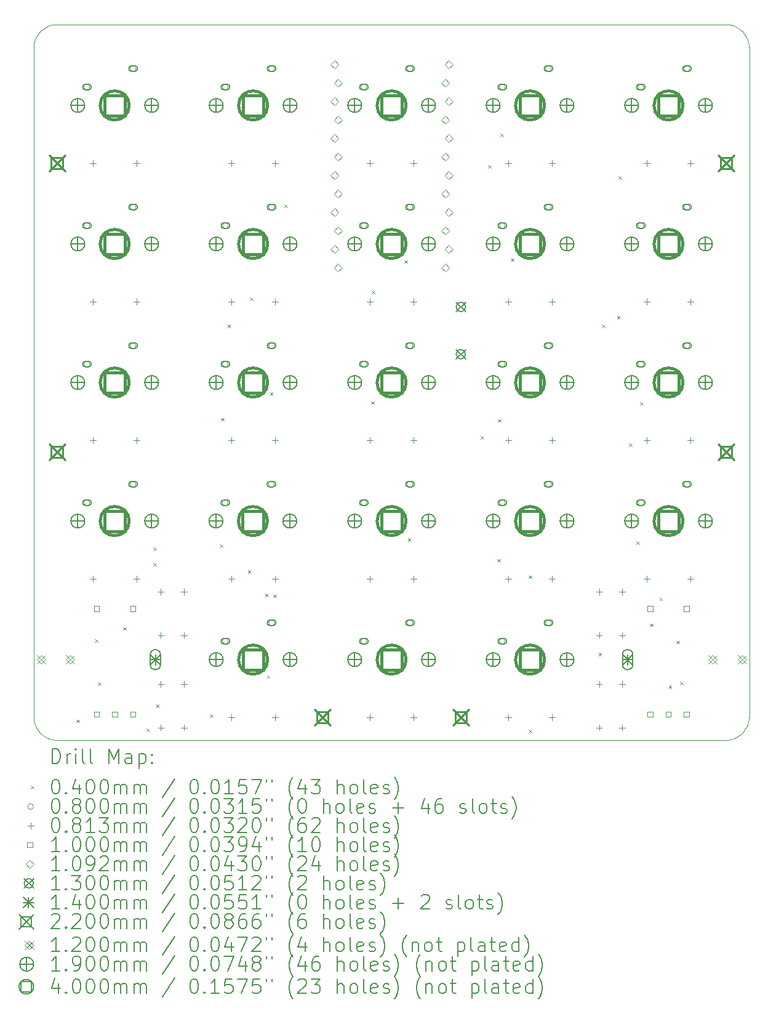
<source format=gbr>
%TF.GenerationSoftware,KiCad,Pcbnew,(6.0.7)*%
%TF.CreationDate,2022-09-23T02:39:03+09:00*%
%TF.ProjectId,xipher_kbd_nohot,78697068-6572-45f6-9b62-645f6e6f686f,rev?*%
%TF.SameCoordinates,Original*%
%TF.FileFunction,Drillmap*%
%TF.FilePolarity,Positive*%
%FSLAX45Y45*%
G04 Gerber Fmt 4.5, Leading zero omitted, Abs format (unit mm)*
G04 Created by KiCad (PCBNEW (6.0.7)) date 2022-09-23 02:39:03*
%MOMM*%
%LPD*%
G01*
G04 APERTURE LIST*
%ADD10C,0.100000*%
%ADD11C,0.200000*%
%ADD12C,0.040000*%
%ADD13C,0.080000*%
%ADD14C,0.081280*%
%ADD15C,0.109220*%
%ADD16C,0.130000*%
%ADD17C,0.140000*%
%ADD18C,0.220000*%
%ADD19C,0.120000*%
%ADD20C,0.190000*%
%ADD21C,0.400000*%
G04 APERTURE END LIST*
D10*
X13017500Y-3492500D02*
X13017500Y-12700000D01*
X3175000Y-3492500D02*
X3175000Y-12700000D01*
X3492500Y-13017500D02*
X12700000Y-13017500D01*
X13017500Y-3492500D02*
G75*
G03*
X12700000Y-3175000I-317500J0D01*
G01*
X3175000Y-12700000D02*
G75*
G03*
X3492500Y-13017500I317500J0D01*
G01*
X3492500Y-3175000D02*
G75*
G03*
X3175000Y-3492500I0J-317500D01*
G01*
X12700000Y-13017500D02*
G75*
G03*
X13017500Y-12700000I0J317500D01*
G01*
X12700000Y-3175000D02*
X3492500Y-3175000D01*
D11*
D12*
X3759860Y-12729920D02*
X3799860Y-12769920D01*
X3799860Y-12729920D02*
X3759860Y-12769920D01*
X4016120Y-11628200D02*
X4056120Y-11668200D01*
X4056120Y-11628200D02*
X4016120Y-11668200D01*
X4056990Y-12221250D02*
X4096990Y-12261250D01*
X4096990Y-12221250D02*
X4056990Y-12261250D01*
X4405420Y-11460570D02*
X4445420Y-11500570D01*
X4445420Y-11460570D02*
X4405420Y-11500570D01*
X4725620Y-12855630D02*
X4765620Y-12895630D01*
X4765620Y-12855630D02*
X4725620Y-12895630D01*
X4819410Y-10364180D02*
X4859410Y-10404180D01*
X4859410Y-10364180D02*
X4819410Y-10404180D01*
X4819410Y-10573930D02*
X4859410Y-10613930D01*
X4859410Y-10573930D02*
X4819410Y-10613930D01*
X4855650Y-12521900D02*
X4895650Y-12561900D01*
X4895650Y-12521900D02*
X4855650Y-12561900D01*
X5595612Y-12659987D02*
X5635612Y-12699987D01*
X5635612Y-12659987D02*
X5595612Y-12699987D01*
X5731790Y-10323000D02*
X5771790Y-10363000D01*
X5771790Y-10323000D02*
X5731790Y-10363000D01*
X5747870Y-8581500D02*
X5787870Y-8621500D01*
X5787870Y-8581500D02*
X5747870Y-8621500D01*
X5836860Y-7302260D02*
X5876860Y-7342260D01*
X5876860Y-7302260D02*
X5836860Y-7342260D01*
X6117940Y-10677480D02*
X6157940Y-10717480D01*
X6157940Y-10677480D02*
X6117940Y-10717480D01*
X6148400Y-6926250D02*
X6188400Y-6966250D01*
X6188400Y-6926250D02*
X6148400Y-6966250D01*
X6354150Y-10998210D02*
X6394150Y-11038210D01*
X6394150Y-10998210D02*
X6354150Y-11038210D01*
X6379880Y-12120950D02*
X6419880Y-12160950D01*
X6419880Y-12120950D02*
X6379880Y-12160950D01*
X6421440Y-8232620D02*
X6461440Y-8272620D01*
X6461440Y-8232620D02*
X6421440Y-8272620D01*
X6469080Y-11012670D02*
X6509080Y-11052670D01*
X6509080Y-11012670D02*
X6469080Y-11052670D01*
X6622880Y-5647630D02*
X6662880Y-5687630D01*
X6662880Y-5647630D02*
X6622880Y-5687630D01*
X7817260Y-8353000D02*
X7857260Y-8393000D01*
X7857260Y-8353000D02*
X7817260Y-8393000D01*
X7821380Y-6833750D02*
X7861380Y-6873750D01*
X7861380Y-6833750D02*
X7821380Y-6873750D01*
X8269880Y-6414260D02*
X8309880Y-6454260D01*
X8309880Y-6414260D02*
X8269880Y-6454260D01*
X8318630Y-10240120D02*
X8358630Y-10280120D01*
X8358630Y-10240120D02*
X8318630Y-10280120D01*
X9323130Y-8835010D02*
X9363130Y-8875010D01*
X9363130Y-8835010D02*
X9323130Y-8875010D01*
X9421870Y-5108750D02*
X9461870Y-5148750D01*
X9461870Y-5108750D02*
X9421870Y-5148750D01*
X9553360Y-10520250D02*
X9593360Y-10560250D01*
X9593360Y-10520250D02*
X9553360Y-10560250D01*
X9560180Y-8598160D02*
X9600180Y-8638160D01*
X9600180Y-8598160D02*
X9560180Y-8638160D01*
X9592560Y-4672750D02*
X9632560Y-4712750D01*
X9632560Y-4672750D02*
X9592560Y-4712750D01*
X9735660Y-6388770D02*
X9775660Y-6428770D01*
X9775660Y-6388770D02*
X9735660Y-6428770D01*
X9981250Y-10750250D02*
X10021250Y-10790250D01*
X10021250Y-10750250D02*
X9981250Y-10790250D01*
X9983900Y-12873170D02*
X10023900Y-12913170D01*
X10023900Y-12873170D02*
X9983900Y-12913170D01*
X10943000Y-11811490D02*
X10983000Y-11851490D01*
X10983000Y-11811490D02*
X10943000Y-11851490D01*
X10989830Y-7302260D02*
X11029830Y-7342260D01*
X11029830Y-7302260D02*
X10989830Y-7342260D01*
X11197790Y-7181780D02*
X11237790Y-7221780D01*
X11237790Y-7181780D02*
X11197790Y-7221780D01*
X11220850Y-5259070D02*
X11260850Y-5299070D01*
X11260850Y-5259070D02*
X11220850Y-5299070D01*
X11361940Y-8932390D02*
X11401940Y-8972390D01*
X11401940Y-8932390D02*
X11361940Y-8972390D01*
X11463570Y-10281590D02*
X11503570Y-10321590D01*
X11503570Y-10281590D02*
X11463570Y-10321590D01*
X11511980Y-8364990D02*
X11551980Y-8404990D01*
X11551980Y-8364990D02*
X11511980Y-8404990D01*
X11648125Y-11410000D02*
X11688125Y-11450000D01*
X11688125Y-11410000D02*
X11648125Y-11450000D01*
X11780990Y-11053740D02*
X11820990Y-11093740D01*
X11820990Y-11053740D02*
X11780990Y-11093740D01*
X11908080Y-12261900D02*
X11948080Y-12301900D01*
X11948080Y-12261900D02*
X11908080Y-12301900D01*
X12016400Y-11648125D02*
X12056400Y-11688125D01*
X12056400Y-11648125D02*
X12016400Y-11688125D01*
X12066530Y-12210920D02*
X12106530Y-12250920D01*
X12106530Y-12210920D02*
X12066530Y-12250920D01*
D13*
X3945250Y-4032250D02*
G75*
G03*
X3945250Y-4032250I-40000J0D01*
G01*
D11*
X3885250Y-4072250D02*
X3925250Y-4072250D01*
X3885250Y-3992250D02*
X3925250Y-3992250D01*
X3925250Y-4072250D02*
G75*
G03*
X3925250Y-3992250I0J40000D01*
G01*
X3885250Y-3992250D02*
G75*
G03*
X3885250Y-4072250I0J-40000D01*
G01*
D13*
X3945250Y-5937250D02*
G75*
G03*
X3945250Y-5937250I-40000J0D01*
G01*
D11*
X3885250Y-5977250D02*
X3925250Y-5977250D01*
X3885250Y-5897250D02*
X3925250Y-5897250D01*
X3925250Y-5977250D02*
G75*
G03*
X3925250Y-5897250I0J40000D01*
G01*
X3885250Y-5897250D02*
G75*
G03*
X3885250Y-5977250I0J-40000D01*
G01*
D13*
X3945250Y-7842250D02*
G75*
G03*
X3945250Y-7842250I-40000J0D01*
G01*
D11*
X3885250Y-7882250D02*
X3925250Y-7882250D01*
X3885250Y-7802250D02*
X3925250Y-7802250D01*
X3925250Y-7882250D02*
G75*
G03*
X3925250Y-7802250I0J40000D01*
G01*
X3885250Y-7802250D02*
G75*
G03*
X3885250Y-7882250I0J-40000D01*
G01*
D13*
X3945250Y-9747250D02*
G75*
G03*
X3945250Y-9747250I-40000J0D01*
G01*
D11*
X3885250Y-9787250D02*
X3925250Y-9787250D01*
X3885250Y-9707250D02*
X3925250Y-9707250D01*
X3925250Y-9787250D02*
G75*
G03*
X3925250Y-9707250I0J40000D01*
G01*
X3885250Y-9707250D02*
G75*
G03*
X3885250Y-9787250I0J-40000D01*
G01*
D13*
X4580250Y-3778250D02*
G75*
G03*
X4580250Y-3778250I-40000J0D01*
G01*
D11*
X4520250Y-3818250D02*
X4560250Y-3818250D01*
X4520250Y-3738250D02*
X4560250Y-3738250D01*
X4560250Y-3818250D02*
G75*
G03*
X4560250Y-3738250I0J40000D01*
G01*
X4520250Y-3738250D02*
G75*
G03*
X4520250Y-3818250I0J-40000D01*
G01*
D13*
X4580250Y-5683250D02*
G75*
G03*
X4580250Y-5683250I-40000J0D01*
G01*
D11*
X4520250Y-5723250D02*
X4560250Y-5723250D01*
X4520250Y-5643250D02*
X4560250Y-5643250D01*
X4560250Y-5723250D02*
G75*
G03*
X4560250Y-5643250I0J40000D01*
G01*
X4520250Y-5643250D02*
G75*
G03*
X4520250Y-5723250I0J-40000D01*
G01*
D13*
X4580250Y-7588250D02*
G75*
G03*
X4580250Y-7588250I-40000J0D01*
G01*
D11*
X4520250Y-7628250D02*
X4560250Y-7628250D01*
X4520250Y-7548250D02*
X4560250Y-7548250D01*
X4560250Y-7628250D02*
G75*
G03*
X4560250Y-7548250I0J40000D01*
G01*
X4520250Y-7548250D02*
G75*
G03*
X4520250Y-7628250I0J-40000D01*
G01*
D13*
X4580250Y-9493250D02*
G75*
G03*
X4580250Y-9493250I-40000J0D01*
G01*
D11*
X4520250Y-9533250D02*
X4560250Y-9533250D01*
X4520250Y-9453250D02*
X4560250Y-9453250D01*
X4560250Y-9533250D02*
G75*
G03*
X4560250Y-9453250I0J40000D01*
G01*
X4520250Y-9453250D02*
G75*
G03*
X4520250Y-9533250I0J-40000D01*
G01*
D13*
X5847000Y-9747250D02*
G75*
G03*
X5847000Y-9747250I-40000J0D01*
G01*
D11*
X5787000Y-9787250D02*
X5827000Y-9787250D01*
X5787000Y-9707250D02*
X5827000Y-9707250D01*
X5827000Y-9787250D02*
G75*
G03*
X5827000Y-9707250I0J40000D01*
G01*
X5787000Y-9707250D02*
G75*
G03*
X5787000Y-9787250I0J-40000D01*
G01*
D13*
X5850140Y-11652250D02*
G75*
G03*
X5850140Y-11652250I-40000J0D01*
G01*
D11*
X5790140Y-11692250D02*
X5830140Y-11692250D01*
X5790140Y-11612250D02*
X5830140Y-11612250D01*
X5830140Y-11692250D02*
G75*
G03*
X5830140Y-11612250I0J40000D01*
G01*
X5790140Y-11612250D02*
G75*
G03*
X5790140Y-11692250I0J-40000D01*
G01*
D13*
X5850250Y-4032250D02*
G75*
G03*
X5850250Y-4032250I-40000J0D01*
G01*
D11*
X5790250Y-4072250D02*
X5830250Y-4072250D01*
X5790250Y-3992250D02*
X5830250Y-3992250D01*
X5830250Y-4072250D02*
G75*
G03*
X5830250Y-3992250I0J40000D01*
G01*
X5790250Y-3992250D02*
G75*
G03*
X5790250Y-4072250I0J-40000D01*
G01*
D13*
X5850250Y-5937250D02*
G75*
G03*
X5850250Y-5937250I-40000J0D01*
G01*
D11*
X5790250Y-5977250D02*
X5830250Y-5977250D01*
X5790250Y-5897250D02*
X5830250Y-5897250D01*
X5830250Y-5977250D02*
G75*
G03*
X5830250Y-5897250I0J40000D01*
G01*
X5790250Y-5897250D02*
G75*
G03*
X5790250Y-5977250I0J-40000D01*
G01*
D13*
X5850250Y-7842250D02*
G75*
G03*
X5850250Y-7842250I-40000J0D01*
G01*
D11*
X5790250Y-7882250D02*
X5830250Y-7882250D01*
X5790250Y-7802250D02*
X5830250Y-7802250D01*
X5830250Y-7882250D02*
G75*
G03*
X5830250Y-7802250I0J40000D01*
G01*
X5790250Y-7802250D02*
G75*
G03*
X5790250Y-7882250I0J-40000D01*
G01*
D13*
X6482000Y-9493250D02*
G75*
G03*
X6482000Y-9493250I-40000J0D01*
G01*
D11*
X6422000Y-9533250D02*
X6462000Y-9533250D01*
X6422000Y-9453250D02*
X6462000Y-9453250D01*
X6462000Y-9533250D02*
G75*
G03*
X6462000Y-9453250I0J40000D01*
G01*
X6422000Y-9453250D02*
G75*
G03*
X6422000Y-9533250I0J-40000D01*
G01*
D13*
X6485140Y-11398250D02*
G75*
G03*
X6485140Y-11398250I-40000J0D01*
G01*
D11*
X6425140Y-11438250D02*
X6465140Y-11438250D01*
X6425140Y-11358250D02*
X6465140Y-11358250D01*
X6465140Y-11438250D02*
G75*
G03*
X6465140Y-11358250I0J40000D01*
G01*
X6425140Y-11358250D02*
G75*
G03*
X6425140Y-11438250I0J-40000D01*
G01*
D13*
X6485250Y-3778250D02*
G75*
G03*
X6485250Y-3778250I-40000J0D01*
G01*
D11*
X6425250Y-3818250D02*
X6465250Y-3818250D01*
X6425250Y-3738250D02*
X6465250Y-3738250D01*
X6465250Y-3818250D02*
G75*
G03*
X6465250Y-3738250I0J40000D01*
G01*
X6425250Y-3738250D02*
G75*
G03*
X6425250Y-3818250I0J-40000D01*
G01*
D13*
X6485250Y-5683250D02*
G75*
G03*
X6485250Y-5683250I-40000J0D01*
G01*
D11*
X6425250Y-5723250D02*
X6465250Y-5723250D01*
X6425250Y-5643250D02*
X6465250Y-5643250D01*
X6465250Y-5723250D02*
G75*
G03*
X6465250Y-5643250I0J40000D01*
G01*
X6425250Y-5643250D02*
G75*
G03*
X6425250Y-5723250I0J-40000D01*
G01*
D13*
X6485250Y-7588250D02*
G75*
G03*
X6485250Y-7588250I-40000J0D01*
G01*
D11*
X6425250Y-7628250D02*
X6465250Y-7628250D01*
X6425250Y-7548250D02*
X6465250Y-7548250D01*
X6465250Y-7628250D02*
G75*
G03*
X6465250Y-7548250I0J40000D01*
G01*
X6425250Y-7548250D02*
G75*
G03*
X6425250Y-7628250I0J-40000D01*
G01*
D13*
X7755140Y-11652250D02*
G75*
G03*
X7755140Y-11652250I-40000J0D01*
G01*
D11*
X7695140Y-11692250D02*
X7735140Y-11692250D01*
X7695140Y-11612250D02*
X7735140Y-11612250D01*
X7735140Y-11692250D02*
G75*
G03*
X7735140Y-11612250I0J40000D01*
G01*
X7695140Y-11612250D02*
G75*
G03*
X7695140Y-11692250I0J-40000D01*
G01*
D13*
X7755250Y-4032250D02*
G75*
G03*
X7755250Y-4032250I-40000J0D01*
G01*
D11*
X7695250Y-4072250D02*
X7735250Y-4072250D01*
X7695250Y-3992250D02*
X7735250Y-3992250D01*
X7735250Y-4072250D02*
G75*
G03*
X7735250Y-3992250I0J40000D01*
G01*
X7695250Y-3992250D02*
G75*
G03*
X7695250Y-4072250I0J-40000D01*
G01*
D13*
X7755250Y-5937250D02*
G75*
G03*
X7755250Y-5937250I-40000J0D01*
G01*
D11*
X7695250Y-5977250D02*
X7735250Y-5977250D01*
X7695250Y-5897250D02*
X7735250Y-5897250D01*
X7735250Y-5977250D02*
G75*
G03*
X7735250Y-5897250I0J40000D01*
G01*
X7695250Y-5897250D02*
G75*
G03*
X7695250Y-5977250I0J-40000D01*
G01*
D13*
X7755250Y-7842250D02*
G75*
G03*
X7755250Y-7842250I-40000J0D01*
G01*
D11*
X7695250Y-7882250D02*
X7735250Y-7882250D01*
X7695250Y-7802250D02*
X7735250Y-7802250D01*
X7735250Y-7882250D02*
G75*
G03*
X7735250Y-7802250I0J40000D01*
G01*
X7695250Y-7802250D02*
G75*
G03*
X7695250Y-7882250I0J-40000D01*
G01*
D13*
X7755250Y-9747250D02*
G75*
G03*
X7755250Y-9747250I-40000J0D01*
G01*
D11*
X7695250Y-9787250D02*
X7735250Y-9787250D01*
X7695250Y-9707250D02*
X7735250Y-9707250D01*
X7735250Y-9787250D02*
G75*
G03*
X7735250Y-9707250I0J40000D01*
G01*
X7695250Y-9707250D02*
G75*
G03*
X7695250Y-9787250I0J-40000D01*
G01*
D13*
X8390140Y-11398250D02*
G75*
G03*
X8390140Y-11398250I-40000J0D01*
G01*
D11*
X8330140Y-11438250D02*
X8370140Y-11438250D01*
X8330140Y-11358250D02*
X8370140Y-11358250D01*
X8370140Y-11438250D02*
G75*
G03*
X8370140Y-11358250I0J40000D01*
G01*
X8330140Y-11358250D02*
G75*
G03*
X8330140Y-11438250I0J-40000D01*
G01*
D13*
X8390250Y-3778250D02*
G75*
G03*
X8390250Y-3778250I-40000J0D01*
G01*
D11*
X8330250Y-3818250D02*
X8370250Y-3818250D01*
X8330250Y-3738250D02*
X8370250Y-3738250D01*
X8370250Y-3818250D02*
G75*
G03*
X8370250Y-3738250I0J40000D01*
G01*
X8330250Y-3738250D02*
G75*
G03*
X8330250Y-3818250I0J-40000D01*
G01*
D13*
X8390250Y-5683250D02*
G75*
G03*
X8390250Y-5683250I-40000J0D01*
G01*
D11*
X8330250Y-5723250D02*
X8370250Y-5723250D01*
X8330250Y-5643250D02*
X8370250Y-5643250D01*
X8370250Y-5723250D02*
G75*
G03*
X8370250Y-5643250I0J40000D01*
G01*
X8330250Y-5643250D02*
G75*
G03*
X8330250Y-5723250I0J-40000D01*
G01*
D13*
X8390250Y-7588250D02*
G75*
G03*
X8390250Y-7588250I-40000J0D01*
G01*
D11*
X8330250Y-7628250D02*
X8370250Y-7628250D01*
X8330250Y-7548250D02*
X8370250Y-7548250D01*
X8370250Y-7628250D02*
G75*
G03*
X8370250Y-7548250I0J40000D01*
G01*
X8330250Y-7548250D02*
G75*
G03*
X8330250Y-7628250I0J-40000D01*
G01*
D13*
X8390250Y-9493250D02*
G75*
G03*
X8390250Y-9493250I-40000J0D01*
G01*
D11*
X8330250Y-9533250D02*
X8370250Y-9533250D01*
X8330250Y-9453250D02*
X8370250Y-9453250D01*
X8370250Y-9533250D02*
G75*
G03*
X8370250Y-9453250I0J40000D01*
G01*
X8330250Y-9453250D02*
G75*
G03*
X8330250Y-9533250I0J-40000D01*
G01*
D13*
X9660250Y-4032250D02*
G75*
G03*
X9660250Y-4032250I-40000J0D01*
G01*
D11*
X9600250Y-4072250D02*
X9640250Y-4072250D01*
X9600250Y-3992250D02*
X9640250Y-3992250D01*
X9640250Y-4072250D02*
G75*
G03*
X9640250Y-3992250I0J40000D01*
G01*
X9600250Y-3992250D02*
G75*
G03*
X9600250Y-4072250I0J-40000D01*
G01*
D13*
X9660250Y-5937250D02*
G75*
G03*
X9660250Y-5937250I-40000J0D01*
G01*
D11*
X9600250Y-5977250D02*
X9640250Y-5977250D01*
X9600250Y-5897250D02*
X9640250Y-5897250D01*
X9640250Y-5977250D02*
G75*
G03*
X9640250Y-5897250I0J40000D01*
G01*
X9600250Y-5897250D02*
G75*
G03*
X9600250Y-5977250I0J-40000D01*
G01*
D13*
X9660250Y-7842250D02*
G75*
G03*
X9660250Y-7842250I-40000J0D01*
G01*
D11*
X9600250Y-7882250D02*
X9640250Y-7882250D01*
X9600250Y-7802250D02*
X9640250Y-7802250D01*
X9640250Y-7882250D02*
G75*
G03*
X9640250Y-7802250I0J40000D01*
G01*
X9600250Y-7802250D02*
G75*
G03*
X9600250Y-7882250I0J-40000D01*
G01*
D13*
X9660250Y-9747250D02*
G75*
G03*
X9660250Y-9747250I-40000J0D01*
G01*
D11*
X9600250Y-9787250D02*
X9640250Y-9787250D01*
X9600250Y-9707250D02*
X9640250Y-9707250D01*
X9640250Y-9787250D02*
G75*
G03*
X9640250Y-9707250I0J40000D01*
G01*
X9600250Y-9707250D02*
G75*
G03*
X9600250Y-9787250I0J-40000D01*
G01*
D13*
X9660250Y-11652250D02*
G75*
G03*
X9660250Y-11652250I-40000J0D01*
G01*
D11*
X9600250Y-11692250D02*
X9640250Y-11692250D01*
X9600250Y-11612250D02*
X9640250Y-11612250D01*
X9640250Y-11692250D02*
G75*
G03*
X9640250Y-11612250I0J40000D01*
G01*
X9600250Y-11612250D02*
G75*
G03*
X9600250Y-11692250I0J-40000D01*
G01*
D13*
X10295250Y-3778250D02*
G75*
G03*
X10295250Y-3778250I-40000J0D01*
G01*
D11*
X10235250Y-3818250D02*
X10275250Y-3818250D01*
X10235250Y-3738250D02*
X10275250Y-3738250D01*
X10275250Y-3818250D02*
G75*
G03*
X10275250Y-3738250I0J40000D01*
G01*
X10235250Y-3738250D02*
G75*
G03*
X10235250Y-3818250I0J-40000D01*
G01*
D13*
X10295250Y-5683250D02*
G75*
G03*
X10295250Y-5683250I-40000J0D01*
G01*
D11*
X10235250Y-5723250D02*
X10275250Y-5723250D01*
X10235250Y-5643250D02*
X10275250Y-5643250D01*
X10275250Y-5723250D02*
G75*
G03*
X10275250Y-5643250I0J40000D01*
G01*
X10235250Y-5643250D02*
G75*
G03*
X10235250Y-5723250I0J-40000D01*
G01*
D13*
X10295250Y-7588250D02*
G75*
G03*
X10295250Y-7588250I-40000J0D01*
G01*
D11*
X10235250Y-7628250D02*
X10275250Y-7628250D01*
X10235250Y-7548250D02*
X10275250Y-7548250D01*
X10275250Y-7628250D02*
G75*
G03*
X10275250Y-7548250I0J40000D01*
G01*
X10235250Y-7548250D02*
G75*
G03*
X10235250Y-7628250I0J-40000D01*
G01*
D13*
X10295250Y-9493250D02*
G75*
G03*
X10295250Y-9493250I-40000J0D01*
G01*
D11*
X10235250Y-9533250D02*
X10275250Y-9533250D01*
X10235250Y-9453250D02*
X10275250Y-9453250D01*
X10275250Y-9533250D02*
G75*
G03*
X10275250Y-9453250I0J40000D01*
G01*
X10235250Y-9453250D02*
G75*
G03*
X10235250Y-9533250I0J-40000D01*
G01*
D13*
X10295250Y-11398250D02*
G75*
G03*
X10295250Y-11398250I-40000J0D01*
G01*
D11*
X10235250Y-11438250D02*
X10275250Y-11438250D01*
X10235250Y-11358250D02*
X10275250Y-11358250D01*
X10275250Y-11438250D02*
G75*
G03*
X10275250Y-11358250I0J40000D01*
G01*
X10235250Y-11358250D02*
G75*
G03*
X10235250Y-11438250I0J-40000D01*
G01*
D13*
X11565250Y-4032250D02*
G75*
G03*
X11565250Y-4032250I-40000J0D01*
G01*
D11*
X11505250Y-4072250D02*
X11545250Y-4072250D01*
X11505250Y-3992250D02*
X11545250Y-3992250D01*
X11545250Y-4072250D02*
G75*
G03*
X11545250Y-3992250I0J40000D01*
G01*
X11505250Y-3992250D02*
G75*
G03*
X11505250Y-4072250I0J-40000D01*
G01*
D13*
X11565250Y-5937250D02*
G75*
G03*
X11565250Y-5937250I-40000J0D01*
G01*
D11*
X11505250Y-5977250D02*
X11545250Y-5977250D01*
X11505250Y-5897250D02*
X11545250Y-5897250D01*
X11545250Y-5977250D02*
G75*
G03*
X11545250Y-5897250I0J40000D01*
G01*
X11505250Y-5897250D02*
G75*
G03*
X11505250Y-5977250I0J-40000D01*
G01*
D13*
X11565250Y-7842250D02*
G75*
G03*
X11565250Y-7842250I-40000J0D01*
G01*
D11*
X11505250Y-7882250D02*
X11545250Y-7882250D01*
X11505250Y-7802250D02*
X11545250Y-7802250D01*
X11545250Y-7882250D02*
G75*
G03*
X11545250Y-7802250I0J40000D01*
G01*
X11505250Y-7802250D02*
G75*
G03*
X11505250Y-7882250I0J-40000D01*
G01*
D13*
X11565250Y-9747250D02*
G75*
G03*
X11565250Y-9747250I-40000J0D01*
G01*
D11*
X11505250Y-9787250D02*
X11545250Y-9787250D01*
X11505250Y-9707250D02*
X11545250Y-9707250D01*
X11545250Y-9787250D02*
G75*
G03*
X11545250Y-9707250I0J40000D01*
G01*
X11505250Y-9707250D02*
G75*
G03*
X11505250Y-9787250I0J-40000D01*
G01*
D13*
X12200250Y-3778250D02*
G75*
G03*
X12200250Y-3778250I-40000J0D01*
G01*
D11*
X12140250Y-3818250D02*
X12180250Y-3818250D01*
X12140250Y-3738250D02*
X12180250Y-3738250D01*
X12180250Y-3818250D02*
G75*
G03*
X12180250Y-3738250I0J40000D01*
G01*
X12140250Y-3738250D02*
G75*
G03*
X12140250Y-3818250I0J-40000D01*
G01*
D13*
X12200250Y-5683250D02*
G75*
G03*
X12200250Y-5683250I-40000J0D01*
G01*
D11*
X12140250Y-5723250D02*
X12180250Y-5723250D01*
X12140250Y-5643250D02*
X12180250Y-5643250D01*
X12180250Y-5723250D02*
G75*
G03*
X12180250Y-5643250I0J40000D01*
G01*
X12140250Y-5643250D02*
G75*
G03*
X12140250Y-5723250I0J-40000D01*
G01*
D13*
X12200250Y-7588250D02*
G75*
G03*
X12200250Y-7588250I-40000J0D01*
G01*
D11*
X12140250Y-7628250D02*
X12180250Y-7628250D01*
X12140250Y-7548250D02*
X12180250Y-7548250D01*
X12180250Y-7628250D02*
G75*
G03*
X12180250Y-7548250I0J40000D01*
G01*
X12140250Y-7548250D02*
G75*
G03*
X12140250Y-7628250I0J-40000D01*
G01*
D13*
X12200250Y-9493250D02*
G75*
G03*
X12200250Y-9493250I-40000J0D01*
G01*
D11*
X12140250Y-9533250D02*
X12180250Y-9533250D01*
X12140250Y-9453250D02*
X12180250Y-9453250D01*
X12180250Y-9533250D02*
G75*
G03*
X12180250Y-9453250I0J40000D01*
G01*
X12140250Y-9453250D02*
G75*
G03*
X12140250Y-9533250I0J-40000D01*
G01*
D14*
X3986250Y-5039360D02*
X3986250Y-5120640D01*
X3945610Y-5080000D02*
X4026890Y-5080000D01*
X3986250Y-6944360D02*
X3986250Y-7025640D01*
X3945610Y-6985000D02*
X4026890Y-6985000D01*
X3986250Y-8849360D02*
X3986250Y-8930640D01*
X3945610Y-8890000D02*
X4026890Y-8890000D01*
X3986250Y-10754360D02*
X3986250Y-10835640D01*
X3945610Y-10795000D02*
X4026890Y-10795000D01*
X4586250Y-5039360D02*
X4586250Y-5120640D01*
X4545610Y-5080000D02*
X4626890Y-5080000D01*
X4586250Y-6944360D02*
X4586250Y-7025640D01*
X4545610Y-6985000D02*
X4626890Y-6985000D01*
X4586250Y-8849360D02*
X4586250Y-8930640D01*
X4545610Y-8890000D02*
X4626890Y-8890000D01*
X4586250Y-10754360D02*
X4586250Y-10835640D01*
X4545610Y-10795000D02*
X4626890Y-10795000D01*
X4921250Y-10930610D02*
X4921250Y-11011890D01*
X4880610Y-10971250D02*
X4961890Y-10971250D01*
X4921250Y-11530610D02*
X4921250Y-11611890D01*
X4880610Y-11571250D02*
X4961890Y-11571250D01*
X4921250Y-12200610D02*
X4921250Y-12281890D01*
X4880610Y-12241250D02*
X4961890Y-12241250D01*
X4921250Y-12800610D02*
X4921250Y-12881890D01*
X4880610Y-12841250D02*
X4961890Y-12841250D01*
X5238750Y-10930610D02*
X5238750Y-11011890D01*
X5198110Y-10971250D02*
X5279390Y-10971250D01*
X5238750Y-11530610D02*
X5238750Y-11611890D01*
X5198110Y-11571250D02*
X5279390Y-11571250D01*
X5238750Y-12200610D02*
X5238750Y-12281890D01*
X5198110Y-12241250D02*
X5279390Y-12241250D01*
X5238750Y-12800610D02*
X5238750Y-12881890D01*
X5198110Y-12841250D02*
X5279390Y-12841250D01*
X5891250Y-5039360D02*
X5891250Y-5120640D01*
X5850610Y-5080000D02*
X5931890Y-5080000D01*
X5891250Y-6944360D02*
X5891250Y-7025640D01*
X5850610Y-6985000D02*
X5931890Y-6985000D01*
X5891250Y-8849360D02*
X5891250Y-8930640D01*
X5850610Y-8890000D02*
X5931890Y-8890000D01*
X5891250Y-10754360D02*
X5891250Y-10835640D01*
X5850610Y-10795000D02*
X5931890Y-10795000D01*
X5891250Y-12659360D02*
X5891250Y-12740640D01*
X5850610Y-12700000D02*
X5931890Y-12700000D01*
X6491250Y-5039360D02*
X6491250Y-5120640D01*
X6450610Y-5080000D02*
X6531890Y-5080000D01*
X6491250Y-6944360D02*
X6491250Y-7025640D01*
X6450610Y-6985000D02*
X6531890Y-6985000D01*
X6491250Y-8849360D02*
X6491250Y-8930640D01*
X6450610Y-8890000D02*
X6531890Y-8890000D01*
X6491250Y-10754360D02*
X6491250Y-10835640D01*
X6450610Y-10795000D02*
X6531890Y-10795000D01*
X6491250Y-12659360D02*
X6491250Y-12740640D01*
X6450610Y-12700000D02*
X6531890Y-12700000D01*
X7796250Y-5039360D02*
X7796250Y-5120640D01*
X7755610Y-5080000D02*
X7836890Y-5080000D01*
X7796250Y-6944360D02*
X7796250Y-7025640D01*
X7755610Y-6985000D02*
X7836890Y-6985000D01*
X7796250Y-8849360D02*
X7796250Y-8930640D01*
X7755610Y-8890000D02*
X7836890Y-8890000D01*
X7796250Y-10754360D02*
X7796250Y-10835640D01*
X7755610Y-10795000D02*
X7836890Y-10795000D01*
X7796250Y-12659360D02*
X7796250Y-12740640D01*
X7755610Y-12700000D02*
X7836890Y-12700000D01*
X8396250Y-5039360D02*
X8396250Y-5120640D01*
X8355610Y-5080000D02*
X8436890Y-5080000D01*
X8396250Y-6944360D02*
X8396250Y-7025640D01*
X8355610Y-6985000D02*
X8436890Y-6985000D01*
X8396250Y-8849360D02*
X8396250Y-8930640D01*
X8355610Y-8890000D02*
X8436890Y-8890000D01*
X8396250Y-10754360D02*
X8396250Y-10835640D01*
X8355610Y-10795000D02*
X8436890Y-10795000D01*
X8396250Y-12659360D02*
X8396250Y-12740640D01*
X8355610Y-12700000D02*
X8436890Y-12700000D01*
X9701250Y-5039360D02*
X9701250Y-5120640D01*
X9660610Y-5080000D02*
X9741890Y-5080000D01*
X9701250Y-6944360D02*
X9701250Y-7025640D01*
X9660610Y-6985000D02*
X9741890Y-6985000D01*
X9701250Y-8849360D02*
X9701250Y-8930640D01*
X9660610Y-8890000D02*
X9741890Y-8890000D01*
X9701250Y-10754360D02*
X9701250Y-10835640D01*
X9660610Y-10795000D02*
X9741890Y-10795000D01*
X9701250Y-12659360D02*
X9701250Y-12740640D01*
X9660610Y-12700000D02*
X9741890Y-12700000D01*
X10301250Y-5039360D02*
X10301250Y-5120640D01*
X10260610Y-5080000D02*
X10341890Y-5080000D01*
X10301250Y-6944360D02*
X10301250Y-7025640D01*
X10260610Y-6985000D02*
X10341890Y-6985000D01*
X10301250Y-8849360D02*
X10301250Y-8930640D01*
X10260610Y-8890000D02*
X10341890Y-8890000D01*
X10301250Y-10754360D02*
X10301250Y-10835640D01*
X10260610Y-10795000D02*
X10341890Y-10795000D01*
X10301250Y-12659360D02*
X10301250Y-12740640D01*
X10260610Y-12700000D02*
X10341890Y-12700000D01*
X10951250Y-10930610D02*
X10951250Y-11011890D01*
X10910610Y-10971250D02*
X10991890Y-10971250D01*
X10951250Y-11530610D02*
X10951250Y-11611890D01*
X10910610Y-11571250D02*
X10991890Y-11571250D01*
X10951250Y-12200610D02*
X10951250Y-12281890D01*
X10910610Y-12241250D02*
X10991890Y-12241250D01*
X10951250Y-12800610D02*
X10951250Y-12881890D01*
X10910610Y-12841250D02*
X10991890Y-12841250D01*
X11268750Y-10930610D02*
X11268750Y-11011890D01*
X11228110Y-10971250D02*
X11309390Y-10971250D01*
X11268750Y-11530610D02*
X11268750Y-11611890D01*
X11228110Y-11571250D02*
X11309390Y-11571250D01*
X11268750Y-12200610D02*
X11268750Y-12281890D01*
X11228110Y-12241250D02*
X11309390Y-12241250D01*
X11268750Y-12800610D02*
X11268750Y-12881890D01*
X11228110Y-12841250D02*
X11309390Y-12841250D01*
X11606250Y-5039360D02*
X11606250Y-5120640D01*
X11565610Y-5080000D02*
X11646890Y-5080000D01*
X11606250Y-6944360D02*
X11606250Y-7025640D01*
X11565610Y-6985000D02*
X11646890Y-6985000D01*
X11606250Y-8849360D02*
X11606250Y-8930640D01*
X11565610Y-8890000D02*
X11646890Y-8890000D01*
X11606250Y-10754360D02*
X11606250Y-10835640D01*
X11565610Y-10795000D02*
X11646890Y-10795000D01*
X12206250Y-5039360D02*
X12206250Y-5120640D01*
X12165610Y-5080000D02*
X12246890Y-5080000D01*
X12206250Y-6944360D02*
X12206250Y-7025640D01*
X12165610Y-6985000D02*
X12246890Y-6985000D01*
X12206250Y-8849360D02*
X12206250Y-8930640D01*
X12165610Y-8890000D02*
X12246890Y-8890000D01*
X12206250Y-10754360D02*
X12206250Y-10835640D01*
X12165610Y-10795000D02*
X12246890Y-10795000D01*
D10*
X4071606Y-11241606D02*
X4071606Y-11170894D01*
X4000894Y-11170894D01*
X4000894Y-11241606D01*
X4071606Y-11241606D01*
X4071606Y-12691606D02*
X4071606Y-12620894D01*
X4000894Y-12620894D01*
X4000894Y-12691606D01*
X4071606Y-12691606D01*
X4321606Y-12691606D02*
X4321606Y-12620894D01*
X4250894Y-12620894D01*
X4250894Y-12691606D01*
X4321606Y-12691606D01*
X4571606Y-11241606D02*
X4571606Y-11170894D01*
X4500894Y-11170894D01*
X4500894Y-11241606D01*
X4571606Y-11241606D01*
X4571606Y-12691606D02*
X4571606Y-12620894D01*
X4500894Y-12620894D01*
X4500894Y-12691606D01*
X4571606Y-12691606D01*
X11689106Y-11241606D02*
X11689106Y-11170894D01*
X11618394Y-11170894D01*
X11618394Y-11241606D01*
X11689106Y-11241606D01*
X11689106Y-12691606D02*
X11689106Y-12620894D01*
X11618394Y-12620894D01*
X11618394Y-12691606D01*
X11689106Y-12691606D01*
X11939106Y-12691606D02*
X11939106Y-12620894D01*
X11868394Y-12620894D01*
X11868394Y-12691606D01*
X11939106Y-12691606D01*
X12189106Y-11241606D02*
X12189106Y-11170894D01*
X12118394Y-11170894D01*
X12118394Y-11241606D01*
X12189106Y-11241606D01*
X12189106Y-12691606D02*
X12189106Y-12620894D01*
X12118394Y-12620894D01*
X12118394Y-12691606D01*
X12189106Y-12691606D01*
D15*
X7311390Y-3777530D02*
X7366000Y-3722920D01*
X7311390Y-3668310D01*
X7256780Y-3722920D01*
X7311390Y-3777530D01*
X7311390Y-4285530D02*
X7366000Y-4230920D01*
X7311390Y-4176310D01*
X7256780Y-4230920D01*
X7311390Y-4285530D01*
X7311390Y-4793530D02*
X7366000Y-4738920D01*
X7311390Y-4684310D01*
X7256780Y-4738920D01*
X7311390Y-4793530D01*
X7311390Y-5301530D02*
X7366000Y-5246920D01*
X7311390Y-5192310D01*
X7256780Y-5246920D01*
X7311390Y-5301530D01*
X7311390Y-5809530D02*
X7366000Y-5754920D01*
X7311390Y-5700310D01*
X7256780Y-5754920D01*
X7311390Y-5809530D01*
X7311390Y-6317530D02*
X7366000Y-6262920D01*
X7311390Y-6208310D01*
X7256780Y-6262920D01*
X7311390Y-6317530D01*
X7357110Y-4031530D02*
X7411720Y-3976920D01*
X7357110Y-3922310D01*
X7302500Y-3976920D01*
X7357110Y-4031530D01*
X7357110Y-4539530D02*
X7411720Y-4484920D01*
X7357110Y-4430310D01*
X7302500Y-4484920D01*
X7357110Y-4539530D01*
X7357110Y-5047530D02*
X7411720Y-4992920D01*
X7357110Y-4938310D01*
X7302500Y-4992920D01*
X7357110Y-5047530D01*
X7357110Y-5555530D02*
X7411720Y-5500920D01*
X7357110Y-5446310D01*
X7302500Y-5500920D01*
X7357110Y-5555530D01*
X7357110Y-6063530D02*
X7411720Y-6008920D01*
X7357110Y-5954310D01*
X7302500Y-6008920D01*
X7357110Y-6063530D01*
X7357110Y-6571530D02*
X7411720Y-6516920D01*
X7357110Y-6462310D01*
X7302500Y-6516920D01*
X7357110Y-6571530D01*
X8835390Y-4031530D02*
X8890000Y-3976920D01*
X8835390Y-3922310D01*
X8780780Y-3976920D01*
X8835390Y-4031530D01*
X8835390Y-4539530D02*
X8890000Y-4484920D01*
X8835390Y-4430310D01*
X8780780Y-4484920D01*
X8835390Y-4539530D01*
X8835390Y-5047530D02*
X8890000Y-4992920D01*
X8835390Y-4938310D01*
X8780780Y-4992920D01*
X8835390Y-5047530D01*
X8835390Y-5555530D02*
X8890000Y-5500920D01*
X8835390Y-5446310D01*
X8780780Y-5500920D01*
X8835390Y-5555530D01*
X8835390Y-6063530D02*
X8890000Y-6008920D01*
X8835390Y-5954310D01*
X8780780Y-6008920D01*
X8835390Y-6063530D01*
X8835390Y-6571530D02*
X8890000Y-6516920D01*
X8835390Y-6462310D01*
X8780780Y-6516920D01*
X8835390Y-6571530D01*
X8881110Y-3777530D02*
X8935720Y-3722920D01*
X8881110Y-3668310D01*
X8826500Y-3722920D01*
X8881110Y-3777530D01*
X8881110Y-4285530D02*
X8935720Y-4230920D01*
X8881110Y-4176310D01*
X8826500Y-4230920D01*
X8881110Y-4285530D01*
X8881110Y-4793530D02*
X8935720Y-4738920D01*
X8881110Y-4684310D01*
X8826500Y-4738920D01*
X8881110Y-4793530D01*
X8881110Y-5301530D02*
X8935720Y-5246920D01*
X8881110Y-5192310D01*
X8826500Y-5246920D01*
X8881110Y-5301530D01*
X8881110Y-5809530D02*
X8935720Y-5754920D01*
X8881110Y-5700310D01*
X8826500Y-5754920D01*
X8881110Y-5809530D01*
X8881110Y-6317530D02*
X8935720Y-6262920D01*
X8881110Y-6208310D01*
X8826500Y-6262920D01*
X8881110Y-6317530D01*
D16*
X8983750Y-6991870D02*
X9113750Y-7121870D01*
X9113750Y-6991870D02*
X8983750Y-7121870D01*
X9113750Y-7056870D02*
G75*
G03*
X9113750Y-7056870I-65000J0D01*
G01*
X8983750Y-7641870D02*
X9113750Y-7771870D01*
X9113750Y-7641870D02*
X8983750Y-7771870D01*
X9113750Y-7706870D02*
G75*
G03*
X9113750Y-7706870I-65000J0D01*
G01*
D17*
X4776250Y-11836250D02*
X4916250Y-11976250D01*
X4916250Y-11836250D02*
X4776250Y-11976250D01*
X4846250Y-11836250D02*
X4846250Y-11976250D01*
X4776250Y-11906250D02*
X4916250Y-11906250D01*
D11*
X4916250Y-11976250D02*
X4916250Y-11836250D01*
X4776250Y-11976250D02*
X4776250Y-11836250D01*
X4916250Y-11836250D02*
G75*
G03*
X4776250Y-11836250I-70000J0D01*
G01*
X4776250Y-11976250D02*
G75*
G03*
X4916250Y-11976250I70000J0D01*
G01*
D17*
X11273750Y-11836250D02*
X11413750Y-11976250D01*
X11413750Y-11836250D02*
X11273750Y-11976250D01*
X11343750Y-11836250D02*
X11343750Y-11976250D01*
X11273750Y-11906250D02*
X11413750Y-11906250D01*
D11*
X11413750Y-11976250D02*
X11413750Y-11836250D01*
X11273750Y-11976250D02*
X11273750Y-11836250D01*
X11413750Y-11836250D02*
G75*
G03*
X11273750Y-11836250I-70000J0D01*
G01*
X11273750Y-11976250D02*
G75*
G03*
X11413750Y-11976250I70000J0D01*
G01*
D18*
X3382500Y-4970000D02*
X3602500Y-5190000D01*
X3602500Y-4970000D02*
X3382500Y-5190000D01*
X3570282Y-5157783D02*
X3570282Y-5002218D01*
X3414717Y-5002218D01*
X3414717Y-5157783D01*
X3570282Y-5157783D01*
X3382500Y-8938750D02*
X3602500Y-9158750D01*
X3602500Y-8938750D02*
X3382500Y-9158750D01*
X3570282Y-9126533D02*
X3570282Y-8970968D01*
X3414717Y-8970968D01*
X3414717Y-9126533D01*
X3570282Y-9126533D01*
X7033750Y-12590000D02*
X7253750Y-12810000D01*
X7253750Y-12590000D02*
X7033750Y-12810000D01*
X7221532Y-12777782D02*
X7221532Y-12622217D01*
X7065967Y-12622217D01*
X7065967Y-12777782D01*
X7221532Y-12777782D01*
X8938750Y-12590000D02*
X9158750Y-12810000D01*
X9158750Y-12590000D02*
X8938750Y-12810000D01*
X9126533Y-12777782D02*
X9126533Y-12622217D01*
X8970968Y-12622217D01*
X8970968Y-12777782D01*
X9126533Y-12777782D01*
X12590000Y-4970000D02*
X12810000Y-5190000D01*
X12810000Y-4970000D02*
X12590000Y-5190000D01*
X12777782Y-5157783D02*
X12777782Y-5002218D01*
X12622217Y-5002218D01*
X12622217Y-5157783D01*
X12777782Y-5157783D01*
X12590000Y-8938750D02*
X12810000Y-9158750D01*
X12810000Y-8938750D02*
X12590000Y-9158750D01*
X12777782Y-9126533D02*
X12777782Y-8970968D01*
X12622217Y-8970968D01*
X12622217Y-9126533D01*
X12777782Y-9126533D01*
D19*
X3213750Y-11846250D02*
X3333750Y-11966250D01*
X3333750Y-11846250D02*
X3213750Y-11966250D01*
X3273750Y-11966250D02*
X3333750Y-11906250D01*
X3273750Y-11846250D01*
X3213750Y-11906250D01*
X3273750Y-11966250D01*
X3613750Y-11846250D02*
X3733750Y-11966250D01*
X3733750Y-11846250D02*
X3613750Y-11966250D01*
X3673750Y-11966250D02*
X3733750Y-11906250D01*
X3673750Y-11846250D01*
X3613750Y-11906250D01*
X3673750Y-11966250D01*
X12456250Y-11846250D02*
X12576250Y-11966250D01*
X12576250Y-11846250D02*
X12456250Y-11966250D01*
X12516250Y-11966250D02*
X12576250Y-11906250D01*
X12516250Y-11846250D01*
X12456250Y-11906250D01*
X12516250Y-11966250D01*
X12856250Y-11846250D02*
X12976250Y-11966250D01*
X12976250Y-11846250D02*
X12856250Y-11966250D01*
X12916250Y-11966250D02*
X12976250Y-11906250D01*
X12916250Y-11846250D01*
X12856250Y-11906250D01*
X12916250Y-11966250D01*
D20*
X3778250Y-4191250D02*
X3778250Y-4381250D01*
X3683250Y-4286250D02*
X3873250Y-4286250D01*
X3873250Y-4286250D02*
G75*
G03*
X3873250Y-4286250I-95000J0D01*
G01*
X3778250Y-6096250D02*
X3778250Y-6286250D01*
X3683250Y-6191250D02*
X3873250Y-6191250D01*
X3873250Y-6191250D02*
G75*
G03*
X3873250Y-6191250I-95000J0D01*
G01*
X3778250Y-8001250D02*
X3778250Y-8191250D01*
X3683250Y-8096250D02*
X3873250Y-8096250D01*
X3873250Y-8096250D02*
G75*
G03*
X3873250Y-8096250I-95000J0D01*
G01*
X3778250Y-9906250D02*
X3778250Y-10096250D01*
X3683250Y-10001250D02*
X3873250Y-10001250D01*
X3873250Y-10001250D02*
G75*
G03*
X3873250Y-10001250I-95000J0D01*
G01*
X4794250Y-4191250D02*
X4794250Y-4381250D01*
X4699250Y-4286250D02*
X4889250Y-4286250D01*
X4889250Y-4286250D02*
G75*
G03*
X4889250Y-4286250I-95000J0D01*
G01*
X4794250Y-6096250D02*
X4794250Y-6286250D01*
X4699250Y-6191250D02*
X4889250Y-6191250D01*
X4889250Y-6191250D02*
G75*
G03*
X4889250Y-6191250I-95000J0D01*
G01*
X4794250Y-8001250D02*
X4794250Y-8191250D01*
X4699250Y-8096250D02*
X4889250Y-8096250D01*
X4889250Y-8096250D02*
G75*
G03*
X4889250Y-8096250I-95000J0D01*
G01*
X4794250Y-9906250D02*
X4794250Y-10096250D01*
X4699250Y-10001250D02*
X4889250Y-10001250D01*
X4889250Y-10001250D02*
G75*
G03*
X4889250Y-10001250I-95000J0D01*
G01*
X5680000Y-9906250D02*
X5680000Y-10096250D01*
X5585000Y-10001250D02*
X5775000Y-10001250D01*
X5775000Y-10001250D02*
G75*
G03*
X5775000Y-10001250I-95000J0D01*
G01*
X5683140Y-11811250D02*
X5683140Y-12001250D01*
X5588140Y-11906250D02*
X5778140Y-11906250D01*
X5778140Y-11906250D02*
G75*
G03*
X5778140Y-11906250I-95000J0D01*
G01*
X5683250Y-4191250D02*
X5683250Y-4381250D01*
X5588250Y-4286250D02*
X5778250Y-4286250D01*
X5778250Y-4286250D02*
G75*
G03*
X5778250Y-4286250I-95000J0D01*
G01*
X5683250Y-6096250D02*
X5683250Y-6286250D01*
X5588250Y-6191250D02*
X5778250Y-6191250D01*
X5778250Y-6191250D02*
G75*
G03*
X5778250Y-6191250I-95000J0D01*
G01*
X5683250Y-8001250D02*
X5683250Y-8191250D01*
X5588250Y-8096250D02*
X5778250Y-8096250D01*
X5778250Y-8096250D02*
G75*
G03*
X5778250Y-8096250I-95000J0D01*
G01*
X6696000Y-9906250D02*
X6696000Y-10096250D01*
X6601000Y-10001250D02*
X6791000Y-10001250D01*
X6791000Y-10001250D02*
G75*
G03*
X6791000Y-10001250I-95000J0D01*
G01*
X6699140Y-11811250D02*
X6699140Y-12001250D01*
X6604140Y-11906250D02*
X6794140Y-11906250D01*
X6794140Y-11906250D02*
G75*
G03*
X6794140Y-11906250I-95000J0D01*
G01*
X6699250Y-4191250D02*
X6699250Y-4381250D01*
X6604250Y-4286250D02*
X6794250Y-4286250D01*
X6794250Y-4286250D02*
G75*
G03*
X6794250Y-4286250I-95000J0D01*
G01*
X6699250Y-6096250D02*
X6699250Y-6286250D01*
X6604250Y-6191250D02*
X6794250Y-6191250D01*
X6794250Y-6191250D02*
G75*
G03*
X6794250Y-6191250I-95000J0D01*
G01*
X6699250Y-8001250D02*
X6699250Y-8191250D01*
X6604250Y-8096250D02*
X6794250Y-8096250D01*
X6794250Y-8096250D02*
G75*
G03*
X6794250Y-8096250I-95000J0D01*
G01*
X7588140Y-11811250D02*
X7588140Y-12001250D01*
X7493140Y-11906250D02*
X7683140Y-11906250D01*
X7683140Y-11906250D02*
G75*
G03*
X7683140Y-11906250I-95000J0D01*
G01*
X7588250Y-4191250D02*
X7588250Y-4381250D01*
X7493250Y-4286250D02*
X7683250Y-4286250D01*
X7683250Y-4286250D02*
G75*
G03*
X7683250Y-4286250I-95000J0D01*
G01*
X7588250Y-6096250D02*
X7588250Y-6286250D01*
X7493250Y-6191250D02*
X7683250Y-6191250D01*
X7683250Y-6191250D02*
G75*
G03*
X7683250Y-6191250I-95000J0D01*
G01*
X7588250Y-8001250D02*
X7588250Y-8191250D01*
X7493250Y-8096250D02*
X7683250Y-8096250D01*
X7683250Y-8096250D02*
G75*
G03*
X7683250Y-8096250I-95000J0D01*
G01*
X7588250Y-9906250D02*
X7588250Y-10096250D01*
X7493250Y-10001250D02*
X7683250Y-10001250D01*
X7683250Y-10001250D02*
G75*
G03*
X7683250Y-10001250I-95000J0D01*
G01*
X8604140Y-11811250D02*
X8604140Y-12001250D01*
X8509140Y-11906250D02*
X8699140Y-11906250D01*
X8699140Y-11906250D02*
G75*
G03*
X8699140Y-11906250I-95000J0D01*
G01*
X8604250Y-4191250D02*
X8604250Y-4381250D01*
X8509250Y-4286250D02*
X8699250Y-4286250D01*
X8699250Y-4286250D02*
G75*
G03*
X8699250Y-4286250I-95000J0D01*
G01*
X8604250Y-6096250D02*
X8604250Y-6286250D01*
X8509250Y-6191250D02*
X8699250Y-6191250D01*
X8699250Y-6191250D02*
G75*
G03*
X8699250Y-6191250I-95000J0D01*
G01*
X8604250Y-8001250D02*
X8604250Y-8191250D01*
X8509250Y-8096250D02*
X8699250Y-8096250D01*
X8699250Y-8096250D02*
G75*
G03*
X8699250Y-8096250I-95000J0D01*
G01*
X8604250Y-9906250D02*
X8604250Y-10096250D01*
X8509250Y-10001250D02*
X8699250Y-10001250D01*
X8699250Y-10001250D02*
G75*
G03*
X8699250Y-10001250I-95000J0D01*
G01*
X9493250Y-4191250D02*
X9493250Y-4381250D01*
X9398250Y-4286250D02*
X9588250Y-4286250D01*
X9588250Y-4286250D02*
G75*
G03*
X9588250Y-4286250I-95000J0D01*
G01*
X9493250Y-6096250D02*
X9493250Y-6286250D01*
X9398250Y-6191250D02*
X9588250Y-6191250D01*
X9588250Y-6191250D02*
G75*
G03*
X9588250Y-6191250I-95000J0D01*
G01*
X9493250Y-8001250D02*
X9493250Y-8191250D01*
X9398250Y-8096250D02*
X9588250Y-8096250D01*
X9588250Y-8096250D02*
G75*
G03*
X9588250Y-8096250I-95000J0D01*
G01*
X9493250Y-9906250D02*
X9493250Y-10096250D01*
X9398250Y-10001250D02*
X9588250Y-10001250D01*
X9588250Y-10001250D02*
G75*
G03*
X9588250Y-10001250I-95000J0D01*
G01*
X9493250Y-11811250D02*
X9493250Y-12001250D01*
X9398250Y-11906250D02*
X9588250Y-11906250D01*
X9588250Y-11906250D02*
G75*
G03*
X9588250Y-11906250I-95000J0D01*
G01*
X10509250Y-4191250D02*
X10509250Y-4381250D01*
X10414250Y-4286250D02*
X10604250Y-4286250D01*
X10604250Y-4286250D02*
G75*
G03*
X10604250Y-4286250I-95000J0D01*
G01*
X10509250Y-6096250D02*
X10509250Y-6286250D01*
X10414250Y-6191250D02*
X10604250Y-6191250D01*
X10604250Y-6191250D02*
G75*
G03*
X10604250Y-6191250I-95000J0D01*
G01*
X10509250Y-8001250D02*
X10509250Y-8191250D01*
X10414250Y-8096250D02*
X10604250Y-8096250D01*
X10604250Y-8096250D02*
G75*
G03*
X10604250Y-8096250I-95000J0D01*
G01*
X10509250Y-9906250D02*
X10509250Y-10096250D01*
X10414250Y-10001250D02*
X10604250Y-10001250D01*
X10604250Y-10001250D02*
G75*
G03*
X10604250Y-10001250I-95000J0D01*
G01*
X10509250Y-11811250D02*
X10509250Y-12001250D01*
X10414250Y-11906250D02*
X10604250Y-11906250D01*
X10604250Y-11906250D02*
G75*
G03*
X10604250Y-11906250I-95000J0D01*
G01*
X11398250Y-4191250D02*
X11398250Y-4381250D01*
X11303250Y-4286250D02*
X11493250Y-4286250D01*
X11493250Y-4286250D02*
G75*
G03*
X11493250Y-4286250I-95000J0D01*
G01*
X11398250Y-6096250D02*
X11398250Y-6286250D01*
X11303250Y-6191250D02*
X11493250Y-6191250D01*
X11493250Y-6191250D02*
G75*
G03*
X11493250Y-6191250I-95000J0D01*
G01*
X11398250Y-8001250D02*
X11398250Y-8191250D01*
X11303250Y-8096250D02*
X11493250Y-8096250D01*
X11493250Y-8096250D02*
G75*
G03*
X11493250Y-8096250I-95000J0D01*
G01*
X11398250Y-9906250D02*
X11398250Y-10096250D01*
X11303250Y-10001250D02*
X11493250Y-10001250D01*
X11493250Y-10001250D02*
G75*
G03*
X11493250Y-10001250I-95000J0D01*
G01*
X12414250Y-4191250D02*
X12414250Y-4381250D01*
X12319250Y-4286250D02*
X12509250Y-4286250D01*
X12509250Y-4286250D02*
G75*
G03*
X12509250Y-4286250I-95000J0D01*
G01*
X12414250Y-6096250D02*
X12414250Y-6286250D01*
X12319250Y-6191250D02*
X12509250Y-6191250D01*
X12509250Y-6191250D02*
G75*
G03*
X12509250Y-6191250I-95000J0D01*
G01*
X12414250Y-8001250D02*
X12414250Y-8191250D01*
X12319250Y-8096250D02*
X12509250Y-8096250D01*
X12509250Y-8096250D02*
G75*
G03*
X12509250Y-8096250I-95000J0D01*
G01*
X12414250Y-9906250D02*
X12414250Y-10096250D01*
X12319250Y-10001250D02*
X12509250Y-10001250D01*
X12509250Y-10001250D02*
G75*
G03*
X12509250Y-10001250I-95000J0D01*
G01*
D21*
X4427673Y-4427673D02*
X4427673Y-4144827D01*
X4144827Y-4144827D01*
X4144827Y-4427673D01*
X4427673Y-4427673D01*
X4486250Y-4286250D02*
G75*
G03*
X4486250Y-4286250I-200000J0D01*
G01*
X4427673Y-6332673D02*
X4427673Y-6049827D01*
X4144827Y-6049827D01*
X4144827Y-6332673D01*
X4427673Y-6332673D01*
X4486250Y-6191250D02*
G75*
G03*
X4486250Y-6191250I-200000J0D01*
G01*
X4427673Y-8237673D02*
X4427673Y-7954827D01*
X4144827Y-7954827D01*
X4144827Y-8237673D01*
X4427673Y-8237673D01*
X4486250Y-8096250D02*
G75*
G03*
X4486250Y-8096250I-200000J0D01*
G01*
X4427673Y-10142673D02*
X4427673Y-9859827D01*
X4144827Y-9859827D01*
X4144827Y-10142673D01*
X4427673Y-10142673D01*
X4486250Y-10001250D02*
G75*
G03*
X4486250Y-10001250I-200000J0D01*
G01*
X6329423Y-10142673D02*
X6329423Y-9859827D01*
X6046577Y-9859827D01*
X6046577Y-10142673D01*
X6329423Y-10142673D01*
X6388000Y-10001250D02*
G75*
G03*
X6388000Y-10001250I-200000J0D01*
G01*
X6332563Y-12047673D02*
X6332563Y-11764827D01*
X6049717Y-11764827D01*
X6049717Y-12047673D01*
X6332563Y-12047673D01*
X6391140Y-11906250D02*
G75*
G03*
X6391140Y-11906250I-200000J0D01*
G01*
X6332673Y-4427673D02*
X6332673Y-4144827D01*
X6049827Y-4144827D01*
X6049827Y-4427673D01*
X6332673Y-4427673D01*
X6391250Y-4286250D02*
G75*
G03*
X6391250Y-4286250I-200000J0D01*
G01*
X6332673Y-6332673D02*
X6332673Y-6049827D01*
X6049827Y-6049827D01*
X6049827Y-6332673D01*
X6332673Y-6332673D01*
X6391250Y-6191250D02*
G75*
G03*
X6391250Y-6191250I-200000J0D01*
G01*
X6332673Y-8237673D02*
X6332673Y-7954827D01*
X6049827Y-7954827D01*
X6049827Y-8237673D01*
X6332673Y-8237673D01*
X6391250Y-8096250D02*
G75*
G03*
X6391250Y-8096250I-200000J0D01*
G01*
X8237563Y-12047673D02*
X8237563Y-11764827D01*
X7954717Y-11764827D01*
X7954717Y-12047673D01*
X8237563Y-12047673D01*
X8296140Y-11906250D02*
G75*
G03*
X8296140Y-11906250I-200000J0D01*
G01*
X8237673Y-4427673D02*
X8237673Y-4144827D01*
X7954827Y-4144827D01*
X7954827Y-4427673D01*
X8237673Y-4427673D01*
X8296250Y-4286250D02*
G75*
G03*
X8296250Y-4286250I-200000J0D01*
G01*
X8237673Y-6332673D02*
X8237673Y-6049827D01*
X7954827Y-6049827D01*
X7954827Y-6332673D01*
X8237673Y-6332673D01*
X8296250Y-6191250D02*
G75*
G03*
X8296250Y-6191250I-200000J0D01*
G01*
X8237673Y-8237673D02*
X8237673Y-7954827D01*
X7954827Y-7954827D01*
X7954827Y-8237673D01*
X8237673Y-8237673D01*
X8296250Y-8096250D02*
G75*
G03*
X8296250Y-8096250I-200000J0D01*
G01*
X8237673Y-10142673D02*
X8237673Y-9859827D01*
X7954827Y-9859827D01*
X7954827Y-10142673D01*
X8237673Y-10142673D01*
X8296250Y-10001250D02*
G75*
G03*
X8296250Y-10001250I-200000J0D01*
G01*
X10142673Y-4427673D02*
X10142673Y-4144827D01*
X9859827Y-4144827D01*
X9859827Y-4427673D01*
X10142673Y-4427673D01*
X10201250Y-4286250D02*
G75*
G03*
X10201250Y-4286250I-200000J0D01*
G01*
X10142673Y-6332673D02*
X10142673Y-6049827D01*
X9859827Y-6049827D01*
X9859827Y-6332673D01*
X10142673Y-6332673D01*
X10201250Y-6191250D02*
G75*
G03*
X10201250Y-6191250I-200000J0D01*
G01*
X10142673Y-8237673D02*
X10142673Y-7954827D01*
X9859827Y-7954827D01*
X9859827Y-8237673D01*
X10142673Y-8237673D01*
X10201250Y-8096250D02*
G75*
G03*
X10201250Y-8096250I-200000J0D01*
G01*
X10142673Y-10142673D02*
X10142673Y-9859827D01*
X9859827Y-9859827D01*
X9859827Y-10142673D01*
X10142673Y-10142673D01*
X10201250Y-10001250D02*
G75*
G03*
X10201250Y-10001250I-200000J0D01*
G01*
X10142673Y-12047673D02*
X10142673Y-11764827D01*
X9859827Y-11764827D01*
X9859827Y-12047673D01*
X10142673Y-12047673D01*
X10201250Y-11906250D02*
G75*
G03*
X10201250Y-11906250I-200000J0D01*
G01*
X12047673Y-4427673D02*
X12047673Y-4144827D01*
X11764827Y-4144827D01*
X11764827Y-4427673D01*
X12047673Y-4427673D01*
X12106250Y-4286250D02*
G75*
G03*
X12106250Y-4286250I-200000J0D01*
G01*
X12047673Y-6332673D02*
X12047673Y-6049827D01*
X11764827Y-6049827D01*
X11764827Y-6332673D01*
X12047673Y-6332673D01*
X12106250Y-6191250D02*
G75*
G03*
X12106250Y-6191250I-200000J0D01*
G01*
X12047673Y-8237673D02*
X12047673Y-7954827D01*
X11764827Y-7954827D01*
X11764827Y-8237673D01*
X12047673Y-8237673D01*
X12106250Y-8096250D02*
G75*
G03*
X12106250Y-8096250I-200000J0D01*
G01*
X12047673Y-10142673D02*
X12047673Y-9859827D01*
X11764827Y-9859827D01*
X11764827Y-10142673D01*
X12047673Y-10142673D01*
X12106250Y-10001250D02*
G75*
G03*
X12106250Y-10001250I-200000J0D01*
G01*
D11*
X3427619Y-13332976D02*
X3427619Y-13132976D01*
X3475238Y-13132976D01*
X3503809Y-13142500D01*
X3522857Y-13161548D01*
X3532381Y-13180595D01*
X3541905Y-13218690D01*
X3541905Y-13247262D01*
X3532381Y-13285357D01*
X3522857Y-13304405D01*
X3503809Y-13323452D01*
X3475238Y-13332976D01*
X3427619Y-13332976D01*
X3627619Y-13332976D02*
X3627619Y-13199643D01*
X3627619Y-13237738D02*
X3637143Y-13218690D01*
X3646667Y-13209167D01*
X3665714Y-13199643D01*
X3684762Y-13199643D01*
X3751428Y-13332976D02*
X3751428Y-13199643D01*
X3751428Y-13132976D02*
X3741905Y-13142500D01*
X3751428Y-13152024D01*
X3760952Y-13142500D01*
X3751428Y-13132976D01*
X3751428Y-13152024D01*
X3875238Y-13332976D02*
X3856190Y-13323452D01*
X3846667Y-13304405D01*
X3846667Y-13132976D01*
X3980000Y-13332976D02*
X3960952Y-13323452D01*
X3951428Y-13304405D01*
X3951428Y-13132976D01*
X4208571Y-13332976D02*
X4208571Y-13132976D01*
X4275238Y-13275833D01*
X4341905Y-13132976D01*
X4341905Y-13332976D01*
X4522857Y-13332976D02*
X4522857Y-13228214D01*
X4513333Y-13209167D01*
X4494286Y-13199643D01*
X4456190Y-13199643D01*
X4437143Y-13209167D01*
X4522857Y-13323452D02*
X4503810Y-13332976D01*
X4456190Y-13332976D01*
X4437143Y-13323452D01*
X4427619Y-13304405D01*
X4427619Y-13285357D01*
X4437143Y-13266309D01*
X4456190Y-13256786D01*
X4503810Y-13256786D01*
X4522857Y-13247262D01*
X4618095Y-13199643D02*
X4618095Y-13399643D01*
X4618095Y-13209167D02*
X4637143Y-13199643D01*
X4675238Y-13199643D01*
X4694286Y-13209167D01*
X4703810Y-13218690D01*
X4713333Y-13237738D01*
X4713333Y-13294881D01*
X4703810Y-13313928D01*
X4694286Y-13323452D01*
X4675238Y-13332976D01*
X4637143Y-13332976D01*
X4618095Y-13323452D01*
X4799048Y-13313928D02*
X4808571Y-13323452D01*
X4799048Y-13332976D01*
X4789524Y-13323452D01*
X4799048Y-13313928D01*
X4799048Y-13332976D01*
X4799048Y-13209167D02*
X4808571Y-13218690D01*
X4799048Y-13228214D01*
X4789524Y-13218690D01*
X4799048Y-13209167D01*
X4799048Y-13228214D01*
D12*
X3130000Y-13642500D02*
X3170000Y-13682500D01*
X3170000Y-13642500D02*
X3130000Y-13682500D01*
D11*
X3465714Y-13552976D02*
X3484762Y-13552976D01*
X3503809Y-13562500D01*
X3513333Y-13572024D01*
X3522857Y-13591071D01*
X3532381Y-13629167D01*
X3532381Y-13676786D01*
X3522857Y-13714881D01*
X3513333Y-13733928D01*
X3503809Y-13743452D01*
X3484762Y-13752976D01*
X3465714Y-13752976D01*
X3446667Y-13743452D01*
X3437143Y-13733928D01*
X3427619Y-13714881D01*
X3418095Y-13676786D01*
X3418095Y-13629167D01*
X3427619Y-13591071D01*
X3437143Y-13572024D01*
X3446667Y-13562500D01*
X3465714Y-13552976D01*
X3618095Y-13733928D02*
X3627619Y-13743452D01*
X3618095Y-13752976D01*
X3608571Y-13743452D01*
X3618095Y-13733928D01*
X3618095Y-13752976D01*
X3799048Y-13619643D02*
X3799048Y-13752976D01*
X3751428Y-13543452D02*
X3703809Y-13686309D01*
X3827619Y-13686309D01*
X3941905Y-13552976D02*
X3960952Y-13552976D01*
X3980000Y-13562500D01*
X3989524Y-13572024D01*
X3999048Y-13591071D01*
X4008571Y-13629167D01*
X4008571Y-13676786D01*
X3999048Y-13714881D01*
X3989524Y-13733928D01*
X3980000Y-13743452D01*
X3960952Y-13752976D01*
X3941905Y-13752976D01*
X3922857Y-13743452D01*
X3913333Y-13733928D01*
X3903809Y-13714881D01*
X3894286Y-13676786D01*
X3894286Y-13629167D01*
X3903809Y-13591071D01*
X3913333Y-13572024D01*
X3922857Y-13562500D01*
X3941905Y-13552976D01*
X4132381Y-13552976D02*
X4151428Y-13552976D01*
X4170476Y-13562500D01*
X4180000Y-13572024D01*
X4189524Y-13591071D01*
X4199048Y-13629167D01*
X4199048Y-13676786D01*
X4189524Y-13714881D01*
X4180000Y-13733928D01*
X4170476Y-13743452D01*
X4151428Y-13752976D01*
X4132381Y-13752976D01*
X4113333Y-13743452D01*
X4103809Y-13733928D01*
X4094286Y-13714881D01*
X4084762Y-13676786D01*
X4084762Y-13629167D01*
X4094286Y-13591071D01*
X4103809Y-13572024D01*
X4113333Y-13562500D01*
X4132381Y-13552976D01*
X4284762Y-13752976D02*
X4284762Y-13619643D01*
X4284762Y-13638690D02*
X4294286Y-13629167D01*
X4313333Y-13619643D01*
X4341905Y-13619643D01*
X4360952Y-13629167D01*
X4370476Y-13648214D01*
X4370476Y-13752976D01*
X4370476Y-13648214D02*
X4380000Y-13629167D01*
X4399048Y-13619643D01*
X4427619Y-13619643D01*
X4446667Y-13629167D01*
X4456190Y-13648214D01*
X4456190Y-13752976D01*
X4551429Y-13752976D02*
X4551429Y-13619643D01*
X4551429Y-13638690D02*
X4560952Y-13629167D01*
X4580000Y-13619643D01*
X4608571Y-13619643D01*
X4627619Y-13629167D01*
X4637143Y-13648214D01*
X4637143Y-13752976D01*
X4637143Y-13648214D02*
X4646667Y-13629167D01*
X4665714Y-13619643D01*
X4694286Y-13619643D01*
X4713333Y-13629167D01*
X4722857Y-13648214D01*
X4722857Y-13752976D01*
X5113333Y-13543452D02*
X4941905Y-13800595D01*
X5370476Y-13552976D02*
X5389524Y-13552976D01*
X5408571Y-13562500D01*
X5418095Y-13572024D01*
X5427619Y-13591071D01*
X5437143Y-13629167D01*
X5437143Y-13676786D01*
X5427619Y-13714881D01*
X5418095Y-13733928D01*
X5408571Y-13743452D01*
X5389524Y-13752976D01*
X5370476Y-13752976D01*
X5351429Y-13743452D01*
X5341905Y-13733928D01*
X5332381Y-13714881D01*
X5322857Y-13676786D01*
X5322857Y-13629167D01*
X5332381Y-13591071D01*
X5341905Y-13572024D01*
X5351429Y-13562500D01*
X5370476Y-13552976D01*
X5522857Y-13733928D02*
X5532381Y-13743452D01*
X5522857Y-13752976D01*
X5513333Y-13743452D01*
X5522857Y-13733928D01*
X5522857Y-13752976D01*
X5656190Y-13552976D02*
X5675238Y-13552976D01*
X5694286Y-13562500D01*
X5703809Y-13572024D01*
X5713333Y-13591071D01*
X5722857Y-13629167D01*
X5722857Y-13676786D01*
X5713333Y-13714881D01*
X5703809Y-13733928D01*
X5694286Y-13743452D01*
X5675238Y-13752976D01*
X5656190Y-13752976D01*
X5637143Y-13743452D01*
X5627619Y-13733928D01*
X5618095Y-13714881D01*
X5608571Y-13676786D01*
X5608571Y-13629167D01*
X5618095Y-13591071D01*
X5627619Y-13572024D01*
X5637143Y-13562500D01*
X5656190Y-13552976D01*
X5913333Y-13752976D02*
X5799048Y-13752976D01*
X5856190Y-13752976D02*
X5856190Y-13552976D01*
X5837143Y-13581548D01*
X5818095Y-13600595D01*
X5799048Y-13610119D01*
X6094286Y-13552976D02*
X5999048Y-13552976D01*
X5989524Y-13648214D01*
X5999048Y-13638690D01*
X6018095Y-13629167D01*
X6065714Y-13629167D01*
X6084762Y-13638690D01*
X6094286Y-13648214D01*
X6103809Y-13667262D01*
X6103809Y-13714881D01*
X6094286Y-13733928D01*
X6084762Y-13743452D01*
X6065714Y-13752976D01*
X6018095Y-13752976D01*
X5999048Y-13743452D01*
X5989524Y-13733928D01*
X6170476Y-13552976D02*
X6303809Y-13552976D01*
X6218095Y-13752976D01*
X6370476Y-13552976D02*
X6370476Y-13591071D01*
X6446667Y-13552976D02*
X6446667Y-13591071D01*
X6741905Y-13829167D02*
X6732381Y-13819643D01*
X6713333Y-13791071D01*
X6703809Y-13772024D01*
X6694286Y-13743452D01*
X6684762Y-13695833D01*
X6684762Y-13657738D01*
X6694286Y-13610119D01*
X6703809Y-13581548D01*
X6713333Y-13562500D01*
X6732381Y-13533928D01*
X6741905Y-13524405D01*
X6903809Y-13619643D02*
X6903809Y-13752976D01*
X6856190Y-13543452D02*
X6808571Y-13686309D01*
X6932381Y-13686309D01*
X6989524Y-13552976D02*
X7113333Y-13552976D01*
X7046667Y-13629167D01*
X7075238Y-13629167D01*
X7094286Y-13638690D01*
X7103809Y-13648214D01*
X7113333Y-13667262D01*
X7113333Y-13714881D01*
X7103809Y-13733928D01*
X7094286Y-13743452D01*
X7075238Y-13752976D01*
X7018095Y-13752976D01*
X6999048Y-13743452D01*
X6989524Y-13733928D01*
X7351428Y-13752976D02*
X7351428Y-13552976D01*
X7437143Y-13752976D02*
X7437143Y-13648214D01*
X7427619Y-13629167D01*
X7408571Y-13619643D01*
X7380000Y-13619643D01*
X7360952Y-13629167D01*
X7351428Y-13638690D01*
X7560952Y-13752976D02*
X7541905Y-13743452D01*
X7532381Y-13733928D01*
X7522857Y-13714881D01*
X7522857Y-13657738D01*
X7532381Y-13638690D01*
X7541905Y-13629167D01*
X7560952Y-13619643D01*
X7589524Y-13619643D01*
X7608571Y-13629167D01*
X7618095Y-13638690D01*
X7627619Y-13657738D01*
X7627619Y-13714881D01*
X7618095Y-13733928D01*
X7608571Y-13743452D01*
X7589524Y-13752976D01*
X7560952Y-13752976D01*
X7741905Y-13752976D02*
X7722857Y-13743452D01*
X7713333Y-13724405D01*
X7713333Y-13552976D01*
X7894286Y-13743452D02*
X7875238Y-13752976D01*
X7837143Y-13752976D01*
X7818095Y-13743452D01*
X7808571Y-13724405D01*
X7808571Y-13648214D01*
X7818095Y-13629167D01*
X7837143Y-13619643D01*
X7875238Y-13619643D01*
X7894286Y-13629167D01*
X7903809Y-13648214D01*
X7903809Y-13667262D01*
X7808571Y-13686309D01*
X7980000Y-13743452D02*
X7999048Y-13752976D01*
X8037143Y-13752976D01*
X8056190Y-13743452D01*
X8065714Y-13724405D01*
X8065714Y-13714881D01*
X8056190Y-13695833D01*
X8037143Y-13686309D01*
X8008571Y-13686309D01*
X7989524Y-13676786D01*
X7980000Y-13657738D01*
X7980000Y-13648214D01*
X7989524Y-13629167D01*
X8008571Y-13619643D01*
X8037143Y-13619643D01*
X8056190Y-13629167D01*
X8132381Y-13829167D02*
X8141905Y-13819643D01*
X8160952Y-13791071D01*
X8170476Y-13772024D01*
X8180000Y-13743452D01*
X8189524Y-13695833D01*
X8189524Y-13657738D01*
X8180000Y-13610119D01*
X8170476Y-13581548D01*
X8160952Y-13562500D01*
X8141905Y-13533928D01*
X8132381Y-13524405D01*
D13*
X3170000Y-13926500D02*
G75*
G03*
X3170000Y-13926500I-40000J0D01*
G01*
D11*
X3465714Y-13816976D02*
X3484762Y-13816976D01*
X3503809Y-13826500D01*
X3513333Y-13836024D01*
X3522857Y-13855071D01*
X3532381Y-13893167D01*
X3532381Y-13940786D01*
X3522857Y-13978881D01*
X3513333Y-13997928D01*
X3503809Y-14007452D01*
X3484762Y-14016976D01*
X3465714Y-14016976D01*
X3446667Y-14007452D01*
X3437143Y-13997928D01*
X3427619Y-13978881D01*
X3418095Y-13940786D01*
X3418095Y-13893167D01*
X3427619Y-13855071D01*
X3437143Y-13836024D01*
X3446667Y-13826500D01*
X3465714Y-13816976D01*
X3618095Y-13997928D02*
X3627619Y-14007452D01*
X3618095Y-14016976D01*
X3608571Y-14007452D01*
X3618095Y-13997928D01*
X3618095Y-14016976D01*
X3741905Y-13902690D02*
X3722857Y-13893167D01*
X3713333Y-13883643D01*
X3703809Y-13864595D01*
X3703809Y-13855071D01*
X3713333Y-13836024D01*
X3722857Y-13826500D01*
X3741905Y-13816976D01*
X3780000Y-13816976D01*
X3799048Y-13826500D01*
X3808571Y-13836024D01*
X3818095Y-13855071D01*
X3818095Y-13864595D01*
X3808571Y-13883643D01*
X3799048Y-13893167D01*
X3780000Y-13902690D01*
X3741905Y-13902690D01*
X3722857Y-13912214D01*
X3713333Y-13921738D01*
X3703809Y-13940786D01*
X3703809Y-13978881D01*
X3713333Y-13997928D01*
X3722857Y-14007452D01*
X3741905Y-14016976D01*
X3780000Y-14016976D01*
X3799048Y-14007452D01*
X3808571Y-13997928D01*
X3818095Y-13978881D01*
X3818095Y-13940786D01*
X3808571Y-13921738D01*
X3799048Y-13912214D01*
X3780000Y-13902690D01*
X3941905Y-13816976D02*
X3960952Y-13816976D01*
X3980000Y-13826500D01*
X3989524Y-13836024D01*
X3999048Y-13855071D01*
X4008571Y-13893167D01*
X4008571Y-13940786D01*
X3999048Y-13978881D01*
X3989524Y-13997928D01*
X3980000Y-14007452D01*
X3960952Y-14016976D01*
X3941905Y-14016976D01*
X3922857Y-14007452D01*
X3913333Y-13997928D01*
X3903809Y-13978881D01*
X3894286Y-13940786D01*
X3894286Y-13893167D01*
X3903809Y-13855071D01*
X3913333Y-13836024D01*
X3922857Y-13826500D01*
X3941905Y-13816976D01*
X4132381Y-13816976D02*
X4151428Y-13816976D01*
X4170476Y-13826500D01*
X4180000Y-13836024D01*
X4189524Y-13855071D01*
X4199048Y-13893167D01*
X4199048Y-13940786D01*
X4189524Y-13978881D01*
X4180000Y-13997928D01*
X4170476Y-14007452D01*
X4151428Y-14016976D01*
X4132381Y-14016976D01*
X4113333Y-14007452D01*
X4103809Y-13997928D01*
X4094286Y-13978881D01*
X4084762Y-13940786D01*
X4084762Y-13893167D01*
X4094286Y-13855071D01*
X4103809Y-13836024D01*
X4113333Y-13826500D01*
X4132381Y-13816976D01*
X4284762Y-14016976D02*
X4284762Y-13883643D01*
X4284762Y-13902690D02*
X4294286Y-13893167D01*
X4313333Y-13883643D01*
X4341905Y-13883643D01*
X4360952Y-13893167D01*
X4370476Y-13912214D01*
X4370476Y-14016976D01*
X4370476Y-13912214D02*
X4380000Y-13893167D01*
X4399048Y-13883643D01*
X4427619Y-13883643D01*
X4446667Y-13893167D01*
X4456190Y-13912214D01*
X4456190Y-14016976D01*
X4551429Y-14016976D02*
X4551429Y-13883643D01*
X4551429Y-13902690D02*
X4560952Y-13893167D01*
X4580000Y-13883643D01*
X4608571Y-13883643D01*
X4627619Y-13893167D01*
X4637143Y-13912214D01*
X4637143Y-14016976D01*
X4637143Y-13912214D02*
X4646667Y-13893167D01*
X4665714Y-13883643D01*
X4694286Y-13883643D01*
X4713333Y-13893167D01*
X4722857Y-13912214D01*
X4722857Y-14016976D01*
X5113333Y-13807452D02*
X4941905Y-14064595D01*
X5370476Y-13816976D02*
X5389524Y-13816976D01*
X5408571Y-13826500D01*
X5418095Y-13836024D01*
X5427619Y-13855071D01*
X5437143Y-13893167D01*
X5437143Y-13940786D01*
X5427619Y-13978881D01*
X5418095Y-13997928D01*
X5408571Y-14007452D01*
X5389524Y-14016976D01*
X5370476Y-14016976D01*
X5351429Y-14007452D01*
X5341905Y-13997928D01*
X5332381Y-13978881D01*
X5322857Y-13940786D01*
X5322857Y-13893167D01*
X5332381Y-13855071D01*
X5341905Y-13836024D01*
X5351429Y-13826500D01*
X5370476Y-13816976D01*
X5522857Y-13997928D02*
X5532381Y-14007452D01*
X5522857Y-14016976D01*
X5513333Y-14007452D01*
X5522857Y-13997928D01*
X5522857Y-14016976D01*
X5656190Y-13816976D02*
X5675238Y-13816976D01*
X5694286Y-13826500D01*
X5703809Y-13836024D01*
X5713333Y-13855071D01*
X5722857Y-13893167D01*
X5722857Y-13940786D01*
X5713333Y-13978881D01*
X5703809Y-13997928D01*
X5694286Y-14007452D01*
X5675238Y-14016976D01*
X5656190Y-14016976D01*
X5637143Y-14007452D01*
X5627619Y-13997928D01*
X5618095Y-13978881D01*
X5608571Y-13940786D01*
X5608571Y-13893167D01*
X5618095Y-13855071D01*
X5627619Y-13836024D01*
X5637143Y-13826500D01*
X5656190Y-13816976D01*
X5789524Y-13816976D02*
X5913333Y-13816976D01*
X5846667Y-13893167D01*
X5875238Y-13893167D01*
X5894286Y-13902690D01*
X5903809Y-13912214D01*
X5913333Y-13931262D01*
X5913333Y-13978881D01*
X5903809Y-13997928D01*
X5894286Y-14007452D01*
X5875238Y-14016976D01*
X5818095Y-14016976D01*
X5799048Y-14007452D01*
X5789524Y-13997928D01*
X6103809Y-14016976D02*
X5989524Y-14016976D01*
X6046667Y-14016976D02*
X6046667Y-13816976D01*
X6027619Y-13845548D01*
X6008571Y-13864595D01*
X5989524Y-13874119D01*
X6284762Y-13816976D02*
X6189524Y-13816976D01*
X6180000Y-13912214D01*
X6189524Y-13902690D01*
X6208571Y-13893167D01*
X6256190Y-13893167D01*
X6275238Y-13902690D01*
X6284762Y-13912214D01*
X6294286Y-13931262D01*
X6294286Y-13978881D01*
X6284762Y-13997928D01*
X6275238Y-14007452D01*
X6256190Y-14016976D01*
X6208571Y-14016976D01*
X6189524Y-14007452D01*
X6180000Y-13997928D01*
X6370476Y-13816976D02*
X6370476Y-13855071D01*
X6446667Y-13816976D02*
X6446667Y-13855071D01*
X6741905Y-14093167D02*
X6732381Y-14083643D01*
X6713333Y-14055071D01*
X6703809Y-14036024D01*
X6694286Y-14007452D01*
X6684762Y-13959833D01*
X6684762Y-13921738D01*
X6694286Y-13874119D01*
X6703809Y-13845548D01*
X6713333Y-13826500D01*
X6732381Y-13797928D01*
X6741905Y-13788405D01*
X6856190Y-13816976D02*
X6875238Y-13816976D01*
X6894286Y-13826500D01*
X6903809Y-13836024D01*
X6913333Y-13855071D01*
X6922857Y-13893167D01*
X6922857Y-13940786D01*
X6913333Y-13978881D01*
X6903809Y-13997928D01*
X6894286Y-14007452D01*
X6875238Y-14016976D01*
X6856190Y-14016976D01*
X6837143Y-14007452D01*
X6827619Y-13997928D01*
X6818095Y-13978881D01*
X6808571Y-13940786D01*
X6808571Y-13893167D01*
X6818095Y-13855071D01*
X6827619Y-13836024D01*
X6837143Y-13826500D01*
X6856190Y-13816976D01*
X7160952Y-14016976D02*
X7160952Y-13816976D01*
X7246667Y-14016976D02*
X7246667Y-13912214D01*
X7237143Y-13893167D01*
X7218095Y-13883643D01*
X7189524Y-13883643D01*
X7170476Y-13893167D01*
X7160952Y-13902690D01*
X7370476Y-14016976D02*
X7351428Y-14007452D01*
X7341905Y-13997928D01*
X7332381Y-13978881D01*
X7332381Y-13921738D01*
X7341905Y-13902690D01*
X7351428Y-13893167D01*
X7370476Y-13883643D01*
X7399048Y-13883643D01*
X7418095Y-13893167D01*
X7427619Y-13902690D01*
X7437143Y-13921738D01*
X7437143Y-13978881D01*
X7427619Y-13997928D01*
X7418095Y-14007452D01*
X7399048Y-14016976D01*
X7370476Y-14016976D01*
X7551428Y-14016976D02*
X7532381Y-14007452D01*
X7522857Y-13988405D01*
X7522857Y-13816976D01*
X7703809Y-14007452D02*
X7684762Y-14016976D01*
X7646667Y-14016976D01*
X7627619Y-14007452D01*
X7618095Y-13988405D01*
X7618095Y-13912214D01*
X7627619Y-13893167D01*
X7646667Y-13883643D01*
X7684762Y-13883643D01*
X7703809Y-13893167D01*
X7713333Y-13912214D01*
X7713333Y-13931262D01*
X7618095Y-13950309D01*
X7789524Y-14007452D02*
X7808571Y-14016976D01*
X7846667Y-14016976D01*
X7865714Y-14007452D01*
X7875238Y-13988405D01*
X7875238Y-13978881D01*
X7865714Y-13959833D01*
X7846667Y-13950309D01*
X7818095Y-13950309D01*
X7799048Y-13940786D01*
X7789524Y-13921738D01*
X7789524Y-13912214D01*
X7799048Y-13893167D01*
X7818095Y-13883643D01*
X7846667Y-13883643D01*
X7865714Y-13893167D01*
X8113333Y-13940786D02*
X8265714Y-13940786D01*
X8189524Y-14016976D02*
X8189524Y-13864595D01*
X8599048Y-13883643D02*
X8599048Y-14016976D01*
X8551429Y-13807452D02*
X8503810Y-13950309D01*
X8627619Y-13950309D01*
X8789524Y-13816976D02*
X8751429Y-13816976D01*
X8732381Y-13826500D01*
X8722857Y-13836024D01*
X8703810Y-13864595D01*
X8694286Y-13902690D01*
X8694286Y-13978881D01*
X8703810Y-13997928D01*
X8713333Y-14007452D01*
X8732381Y-14016976D01*
X8770476Y-14016976D01*
X8789524Y-14007452D01*
X8799048Y-13997928D01*
X8808571Y-13978881D01*
X8808571Y-13931262D01*
X8799048Y-13912214D01*
X8789524Y-13902690D01*
X8770476Y-13893167D01*
X8732381Y-13893167D01*
X8713333Y-13902690D01*
X8703810Y-13912214D01*
X8694286Y-13931262D01*
X9037143Y-14007452D02*
X9056190Y-14016976D01*
X9094286Y-14016976D01*
X9113333Y-14007452D01*
X9122857Y-13988405D01*
X9122857Y-13978881D01*
X9113333Y-13959833D01*
X9094286Y-13950309D01*
X9065714Y-13950309D01*
X9046667Y-13940786D01*
X9037143Y-13921738D01*
X9037143Y-13912214D01*
X9046667Y-13893167D01*
X9065714Y-13883643D01*
X9094286Y-13883643D01*
X9113333Y-13893167D01*
X9237143Y-14016976D02*
X9218095Y-14007452D01*
X9208571Y-13988405D01*
X9208571Y-13816976D01*
X9341905Y-14016976D02*
X9322857Y-14007452D01*
X9313333Y-13997928D01*
X9303810Y-13978881D01*
X9303810Y-13921738D01*
X9313333Y-13902690D01*
X9322857Y-13893167D01*
X9341905Y-13883643D01*
X9370476Y-13883643D01*
X9389524Y-13893167D01*
X9399048Y-13902690D01*
X9408571Y-13921738D01*
X9408571Y-13978881D01*
X9399048Y-13997928D01*
X9389524Y-14007452D01*
X9370476Y-14016976D01*
X9341905Y-14016976D01*
X9465714Y-13883643D02*
X9541905Y-13883643D01*
X9494286Y-13816976D02*
X9494286Y-13988405D01*
X9503810Y-14007452D01*
X9522857Y-14016976D01*
X9541905Y-14016976D01*
X9599048Y-14007452D02*
X9618095Y-14016976D01*
X9656190Y-14016976D01*
X9675238Y-14007452D01*
X9684762Y-13988405D01*
X9684762Y-13978881D01*
X9675238Y-13959833D01*
X9656190Y-13950309D01*
X9627619Y-13950309D01*
X9608571Y-13940786D01*
X9599048Y-13921738D01*
X9599048Y-13912214D01*
X9608571Y-13893167D01*
X9627619Y-13883643D01*
X9656190Y-13883643D01*
X9675238Y-13893167D01*
X9751429Y-14093167D02*
X9760952Y-14083643D01*
X9780000Y-14055071D01*
X9789524Y-14036024D01*
X9799048Y-14007452D01*
X9808571Y-13959833D01*
X9808571Y-13921738D01*
X9799048Y-13874119D01*
X9789524Y-13845548D01*
X9780000Y-13826500D01*
X9760952Y-13797928D01*
X9751429Y-13788405D01*
D14*
X3129360Y-14149860D02*
X3129360Y-14231140D01*
X3088720Y-14190500D02*
X3170000Y-14190500D01*
D11*
X3465714Y-14080976D02*
X3484762Y-14080976D01*
X3503809Y-14090500D01*
X3513333Y-14100024D01*
X3522857Y-14119071D01*
X3532381Y-14157167D01*
X3532381Y-14204786D01*
X3522857Y-14242881D01*
X3513333Y-14261928D01*
X3503809Y-14271452D01*
X3484762Y-14280976D01*
X3465714Y-14280976D01*
X3446667Y-14271452D01*
X3437143Y-14261928D01*
X3427619Y-14242881D01*
X3418095Y-14204786D01*
X3418095Y-14157167D01*
X3427619Y-14119071D01*
X3437143Y-14100024D01*
X3446667Y-14090500D01*
X3465714Y-14080976D01*
X3618095Y-14261928D02*
X3627619Y-14271452D01*
X3618095Y-14280976D01*
X3608571Y-14271452D01*
X3618095Y-14261928D01*
X3618095Y-14280976D01*
X3741905Y-14166690D02*
X3722857Y-14157167D01*
X3713333Y-14147643D01*
X3703809Y-14128595D01*
X3703809Y-14119071D01*
X3713333Y-14100024D01*
X3722857Y-14090500D01*
X3741905Y-14080976D01*
X3780000Y-14080976D01*
X3799048Y-14090500D01*
X3808571Y-14100024D01*
X3818095Y-14119071D01*
X3818095Y-14128595D01*
X3808571Y-14147643D01*
X3799048Y-14157167D01*
X3780000Y-14166690D01*
X3741905Y-14166690D01*
X3722857Y-14176214D01*
X3713333Y-14185738D01*
X3703809Y-14204786D01*
X3703809Y-14242881D01*
X3713333Y-14261928D01*
X3722857Y-14271452D01*
X3741905Y-14280976D01*
X3780000Y-14280976D01*
X3799048Y-14271452D01*
X3808571Y-14261928D01*
X3818095Y-14242881D01*
X3818095Y-14204786D01*
X3808571Y-14185738D01*
X3799048Y-14176214D01*
X3780000Y-14166690D01*
X4008571Y-14280976D02*
X3894286Y-14280976D01*
X3951428Y-14280976D02*
X3951428Y-14080976D01*
X3932381Y-14109548D01*
X3913333Y-14128595D01*
X3894286Y-14138119D01*
X4075238Y-14080976D02*
X4199048Y-14080976D01*
X4132381Y-14157167D01*
X4160952Y-14157167D01*
X4180000Y-14166690D01*
X4189524Y-14176214D01*
X4199048Y-14195262D01*
X4199048Y-14242881D01*
X4189524Y-14261928D01*
X4180000Y-14271452D01*
X4160952Y-14280976D01*
X4103809Y-14280976D01*
X4084762Y-14271452D01*
X4075238Y-14261928D01*
X4284762Y-14280976D02*
X4284762Y-14147643D01*
X4284762Y-14166690D02*
X4294286Y-14157167D01*
X4313333Y-14147643D01*
X4341905Y-14147643D01*
X4360952Y-14157167D01*
X4370476Y-14176214D01*
X4370476Y-14280976D01*
X4370476Y-14176214D02*
X4380000Y-14157167D01*
X4399048Y-14147643D01*
X4427619Y-14147643D01*
X4446667Y-14157167D01*
X4456190Y-14176214D01*
X4456190Y-14280976D01*
X4551429Y-14280976D02*
X4551429Y-14147643D01*
X4551429Y-14166690D02*
X4560952Y-14157167D01*
X4580000Y-14147643D01*
X4608571Y-14147643D01*
X4627619Y-14157167D01*
X4637143Y-14176214D01*
X4637143Y-14280976D01*
X4637143Y-14176214D02*
X4646667Y-14157167D01*
X4665714Y-14147643D01*
X4694286Y-14147643D01*
X4713333Y-14157167D01*
X4722857Y-14176214D01*
X4722857Y-14280976D01*
X5113333Y-14071452D02*
X4941905Y-14328595D01*
X5370476Y-14080976D02*
X5389524Y-14080976D01*
X5408571Y-14090500D01*
X5418095Y-14100024D01*
X5427619Y-14119071D01*
X5437143Y-14157167D01*
X5437143Y-14204786D01*
X5427619Y-14242881D01*
X5418095Y-14261928D01*
X5408571Y-14271452D01*
X5389524Y-14280976D01*
X5370476Y-14280976D01*
X5351429Y-14271452D01*
X5341905Y-14261928D01*
X5332381Y-14242881D01*
X5322857Y-14204786D01*
X5322857Y-14157167D01*
X5332381Y-14119071D01*
X5341905Y-14100024D01*
X5351429Y-14090500D01*
X5370476Y-14080976D01*
X5522857Y-14261928D02*
X5532381Y-14271452D01*
X5522857Y-14280976D01*
X5513333Y-14271452D01*
X5522857Y-14261928D01*
X5522857Y-14280976D01*
X5656190Y-14080976D02*
X5675238Y-14080976D01*
X5694286Y-14090500D01*
X5703809Y-14100024D01*
X5713333Y-14119071D01*
X5722857Y-14157167D01*
X5722857Y-14204786D01*
X5713333Y-14242881D01*
X5703809Y-14261928D01*
X5694286Y-14271452D01*
X5675238Y-14280976D01*
X5656190Y-14280976D01*
X5637143Y-14271452D01*
X5627619Y-14261928D01*
X5618095Y-14242881D01*
X5608571Y-14204786D01*
X5608571Y-14157167D01*
X5618095Y-14119071D01*
X5627619Y-14100024D01*
X5637143Y-14090500D01*
X5656190Y-14080976D01*
X5789524Y-14080976D02*
X5913333Y-14080976D01*
X5846667Y-14157167D01*
X5875238Y-14157167D01*
X5894286Y-14166690D01*
X5903809Y-14176214D01*
X5913333Y-14195262D01*
X5913333Y-14242881D01*
X5903809Y-14261928D01*
X5894286Y-14271452D01*
X5875238Y-14280976D01*
X5818095Y-14280976D01*
X5799048Y-14271452D01*
X5789524Y-14261928D01*
X5989524Y-14100024D02*
X5999048Y-14090500D01*
X6018095Y-14080976D01*
X6065714Y-14080976D01*
X6084762Y-14090500D01*
X6094286Y-14100024D01*
X6103809Y-14119071D01*
X6103809Y-14138119D01*
X6094286Y-14166690D01*
X5980000Y-14280976D01*
X6103809Y-14280976D01*
X6227619Y-14080976D02*
X6246667Y-14080976D01*
X6265714Y-14090500D01*
X6275238Y-14100024D01*
X6284762Y-14119071D01*
X6294286Y-14157167D01*
X6294286Y-14204786D01*
X6284762Y-14242881D01*
X6275238Y-14261928D01*
X6265714Y-14271452D01*
X6246667Y-14280976D01*
X6227619Y-14280976D01*
X6208571Y-14271452D01*
X6199048Y-14261928D01*
X6189524Y-14242881D01*
X6180000Y-14204786D01*
X6180000Y-14157167D01*
X6189524Y-14119071D01*
X6199048Y-14100024D01*
X6208571Y-14090500D01*
X6227619Y-14080976D01*
X6370476Y-14080976D02*
X6370476Y-14119071D01*
X6446667Y-14080976D02*
X6446667Y-14119071D01*
X6741905Y-14357167D02*
X6732381Y-14347643D01*
X6713333Y-14319071D01*
X6703809Y-14300024D01*
X6694286Y-14271452D01*
X6684762Y-14223833D01*
X6684762Y-14185738D01*
X6694286Y-14138119D01*
X6703809Y-14109548D01*
X6713333Y-14090500D01*
X6732381Y-14061928D01*
X6741905Y-14052405D01*
X6903809Y-14080976D02*
X6865714Y-14080976D01*
X6846667Y-14090500D01*
X6837143Y-14100024D01*
X6818095Y-14128595D01*
X6808571Y-14166690D01*
X6808571Y-14242881D01*
X6818095Y-14261928D01*
X6827619Y-14271452D01*
X6846667Y-14280976D01*
X6884762Y-14280976D01*
X6903809Y-14271452D01*
X6913333Y-14261928D01*
X6922857Y-14242881D01*
X6922857Y-14195262D01*
X6913333Y-14176214D01*
X6903809Y-14166690D01*
X6884762Y-14157167D01*
X6846667Y-14157167D01*
X6827619Y-14166690D01*
X6818095Y-14176214D01*
X6808571Y-14195262D01*
X6999048Y-14100024D02*
X7008571Y-14090500D01*
X7027619Y-14080976D01*
X7075238Y-14080976D01*
X7094286Y-14090500D01*
X7103809Y-14100024D01*
X7113333Y-14119071D01*
X7113333Y-14138119D01*
X7103809Y-14166690D01*
X6989524Y-14280976D01*
X7113333Y-14280976D01*
X7351428Y-14280976D02*
X7351428Y-14080976D01*
X7437143Y-14280976D02*
X7437143Y-14176214D01*
X7427619Y-14157167D01*
X7408571Y-14147643D01*
X7380000Y-14147643D01*
X7360952Y-14157167D01*
X7351428Y-14166690D01*
X7560952Y-14280976D02*
X7541905Y-14271452D01*
X7532381Y-14261928D01*
X7522857Y-14242881D01*
X7522857Y-14185738D01*
X7532381Y-14166690D01*
X7541905Y-14157167D01*
X7560952Y-14147643D01*
X7589524Y-14147643D01*
X7608571Y-14157167D01*
X7618095Y-14166690D01*
X7627619Y-14185738D01*
X7627619Y-14242881D01*
X7618095Y-14261928D01*
X7608571Y-14271452D01*
X7589524Y-14280976D01*
X7560952Y-14280976D01*
X7741905Y-14280976D02*
X7722857Y-14271452D01*
X7713333Y-14252405D01*
X7713333Y-14080976D01*
X7894286Y-14271452D02*
X7875238Y-14280976D01*
X7837143Y-14280976D01*
X7818095Y-14271452D01*
X7808571Y-14252405D01*
X7808571Y-14176214D01*
X7818095Y-14157167D01*
X7837143Y-14147643D01*
X7875238Y-14147643D01*
X7894286Y-14157167D01*
X7903809Y-14176214D01*
X7903809Y-14195262D01*
X7808571Y-14214309D01*
X7980000Y-14271452D02*
X7999048Y-14280976D01*
X8037143Y-14280976D01*
X8056190Y-14271452D01*
X8065714Y-14252405D01*
X8065714Y-14242881D01*
X8056190Y-14223833D01*
X8037143Y-14214309D01*
X8008571Y-14214309D01*
X7989524Y-14204786D01*
X7980000Y-14185738D01*
X7980000Y-14176214D01*
X7989524Y-14157167D01*
X8008571Y-14147643D01*
X8037143Y-14147643D01*
X8056190Y-14157167D01*
X8132381Y-14357167D02*
X8141905Y-14347643D01*
X8160952Y-14319071D01*
X8170476Y-14300024D01*
X8180000Y-14271452D01*
X8189524Y-14223833D01*
X8189524Y-14185738D01*
X8180000Y-14138119D01*
X8170476Y-14109548D01*
X8160952Y-14090500D01*
X8141905Y-14061928D01*
X8132381Y-14052405D01*
D10*
X3155356Y-14489856D02*
X3155356Y-14419144D01*
X3084644Y-14419144D01*
X3084644Y-14489856D01*
X3155356Y-14489856D01*
D11*
X3532381Y-14544976D02*
X3418095Y-14544976D01*
X3475238Y-14544976D02*
X3475238Y-14344976D01*
X3456190Y-14373548D01*
X3437143Y-14392595D01*
X3418095Y-14402119D01*
X3618095Y-14525928D02*
X3627619Y-14535452D01*
X3618095Y-14544976D01*
X3608571Y-14535452D01*
X3618095Y-14525928D01*
X3618095Y-14544976D01*
X3751428Y-14344976D02*
X3770476Y-14344976D01*
X3789524Y-14354500D01*
X3799048Y-14364024D01*
X3808571Y-14383071D01*
X3818095Y-14421167D01*
X3818095Y-14468786D01*
X3808571Y-14506881D01*
X3799048Y-14525928D01*
X3789524Y-14535452D01*
X3770476Y-14544976D01*
X3751428Y-14544976D01*
X3732381Y-14535452D01*
X3722857Y-14525928D01*
X3713333Y-14506881D01*
X3703809Y-14468786D01*
X3703809Y-14421167D01*
X3713333Y-14383071D01*
X3722857Y-14364024D01*
X3732381Y-14354500D01*
X3751428Y-14344976D01*
X3941905Y-14344976D02*
X3960952Y-14344976D01*
X3980000Y-14354500D01*
X3989524Y-14364024D01*
X3999048Y-14383071D01*
X4008571Y-14421167D01*
X4008571Y-14468786D01*
X3999048Y-14506881D01*
X3989524Y-14525928D01*
X3980000Y-14535452D01*
X3960952Y-14544976D01*
X3941905Y-14544976D01*
X3922857Y-14535452D01*
X3913333Y-14525928D01*
X3903809Y-14506881D01*
X3894286Y-14468786D01*
X3894286Y-14421167D01*
X3903809Y-14383071D01*
X3913333Y-14364024D01*
X3922857Y-14354500D01*
X3941905Y-14344976D01*
X4132381Y-14344976D02*
X4151428Y-14344976D01*
X4170476Y-14354500D01*
X4180000Y-14364024D01*
X4189524Y-14383071D01*
X4199048Y-14421167D01*
X4199048Y-14468786D01*
X4189524Y-14506881D01*
X4180000Y-14525928D01*
X4170476Y-14535452D01*
X4151428Y-14544976D01*
X4132381Y-14544976D01*
X4113333Y-14535452D01*
X4103809Y-14525928D01*
X4094286Y-14506881D01*
X4084762Y-14468786D01*
X4084762Y-14421167D01*
X4094286Y-14383071D01*
X4103809Y-14364024D01*
X4113333Y-14354500D01*
X4132381Y-14344976D01*
X4284762Y-14544976D02*
X4284762Y-14411643D01*
X4284762Y-14430690D02*
X4294286Y-14421167D01*
X4313333Y-14411643D01*
X4341905Y-14411643D01*
X4360952Y-14421167D01*
X4370476Y-14440214D01*
X4370476Y-14544976D01*
X4370476Y-14440214D02*
X4380000Y-14421167D01*
X4399048Y-14411643D01*
X4427619Y-14411643D01*
X4446667Y-14421167D01*
X4456190Y-14440214D01*
X4456190Y-14544976D01*
X4551429Y-14544976D02*
X4551429Y-14411643D01*
X4551429Y-14430690D02*
X4560952Y-14421167D01*
X4580000Y-14411643D01*
X4608571Y-14411643D01*
X4627619Y-14421167D01*
X4637143Y-14440214D01*
X4637143Y-14544976D01*
X4637143Y-14440214D02*
X4646667Y-14421167D01*
X4665714Y-14411643D01*
X4694286Y-14411643D01*
X4713333Y-14421167D01*
X4722857Y-14440214D01*
X4722857Y-14544976D01*
X5113333Y-14335452D02*
X4941905Y-14592595D01*
X5370476Y-14344976D02*
X5389524Y-14344976D01*
X5408571Y-14354500D01*
X5418095Y-14364024D01*
X5427619Y-14383071D01*
X5437143Y-14421167D01*
X5437143Y-14468786D01*
X5427619Y-14506881D01*
X5418095Y-14525928D01*
X5408571Y-14535452D01*
X5389524Y-14544976D01*
X5370476Y-14544976D01*
X5351429Y-14535452D01*
X5341905Y-14525928D01*
X5332381Y-14506881D01*
X5322857Y-14468786D01*
X5322857Y-14421167D01*
X5332381Y-14383071D01*
X5341905Y-14364024D01*
X5351429Y-14354500D01*
X5370476Y-14344976D01*
X5522857Y-14525928D02*
X5532381Y-14535452D01*
X5522857Y-14544976D01*
X5513333Y-14535452D01*
X5522857Y-14525928D01*
X5522857Y-14544976D01*
X5656190Y-14344976D02*
X5675238Y-14344976D01*
X5694286Y-14354500D01*
X5703809Y-14364024D01*
X5713333Y-14383071D01*
X5722857Y-14421167D01*
X5722857Y-14468786D01*
X5713333Y-14506881D01*
X5703809Y-14525928D01*
X5694286Y-14535452D01*
X5675238Y-14544976D01*
X5656190Y-14544976D01*
X5637143Y-14535452D01*
X5627619Y-14525928D01*
X5618095Y-14506881D01*
X5608571Y-14468786D01*
X5608571Y-14421167D01*
X5618095Y-14383071D01*
X5627619Y-14364024D01*
X5637143Y-14354500D01*
X5656190Y-14344976D01*
X5789524Y-14344976D02*
X5913333Y-14344976D01*
X5846667Y-14421167D01*
X5875238Y-14421167D01*
X5894286Y-14430690D01*
X5903809Y-14440214D01*
X5913333Y-14459262D01*
X5913333Y-14506881D01*
X5903809Y-14525928D01*
X5894286Y-14535452D01*
X5875238Y-14544976D01*
X5818095Y-14544976D01*
X5799048Y-14535452D01*
X5789524Y-14525928D01*
X6008571Y-14544976D02*
X6046667Y-14544976D01*
X6065714Y-14535452D01*
X6075238Y-14525928D01*
X6094286Y-14497357D01*
X6103809Y-14459262D01*
X6103809Y-14383071D01*
X6094286Y-14364024D01*
X6084762Y-14354500D01*
X6065714Y-14344976D01*
X6027619Y-14344976D01*
X6008571Y-14354500D01*
X5999048Y-14364024D01*
X5989524Y-14383071D01*
X5989524Y-14430690D01*
X5999048Y-14449738D01*
X6008571Y-14459262D01*
X6027619Y-14468786D01*
X6065714Y-14468786D01*
X6084762Y-14459262D01*
X6094286Y-14449738D01*
X6103809Y-14430690D01*
X6275238Y-14411643D02*
X6275238Y-14544976D01*
X6227619Y-14335452D02*
X6180000Y-14478309D01*
X6303809Y-14478309D01*
X6370476Y-14344976D02*
X6370476Y-14383071D01*
X6446667Y-14344976D02*
X6446667Y-14383071D01*
X6741905Y-14621167D02*
X6732381Y-14611643D01*
X6713333Y-14583071D01*
X6703809Y-14564024D01*
X6694286Y-14535452D01*
X6684762Y-14487833D01*
X6684762Y-14449738D01*
X6694286Y-14402119D01*
X6703809Y-14373548D01*
X6713333Y-14354500D01*
X6732381Y-14325928D01*
X6741905Y-14316405D01*
X6922857Y-14544976D02*
X6808571Y-14544976D01*
X6865714Y-14544976D02*
X6865714Y-14344976D01*
X6846667Y-14373548D01*
X6827619Y-14392595D01*
X6808571Y-14402119D01*
X7046667Y-14344976D02*
X7065714Y-14344976D01*
X7084762Y-14354500D01*
X7094286Y-14364024D01*
X7103809Y-14383071D01*
X7113333Y-14421167D01*
X7113333Y-14468786D01*
X7103809Y-14506881D01*
X7094286Y-14525928D01*
X7084762Y-14535452D01*
X7065714Y-14544976D01*
X7046667Y-14544976D01*
X7027619Y-14535452D01*
X7018095Y-14525928D01*
X7008571Y-14506881D01*
X6999048Y-14468786D01*
X6999048Y-14421167D01*
X7008571Y-14383071D01*
X7018095Y-14364024D01*
X7027619Y-14354500D01*
X7046667Y-14344976D01*
X7351428Y-14544976D02*
X7351428Y-14344976D01*
X7437143Y-14544976D02*
X7437143Y-14440214D01*
X7427619Y-14421167D01*
X7408571Y-14411643D01*
X7380000Y-14411643D01*
X7360952Y-14421167D01*
X7351428Y-14430690D01*
X7560952Y-14544976D02*
X7541905Y-14535452D01*
X7532381Y-14525928D01*
X7522857Y-14506881D01*
X7522857Y-14449738D01*
X7532381Y-14430690D01*
X7541905Y-14421167D01*
X7560952Y-14411643D01*
X7589524Y-14411643D01*
X7608571Y-14421167D01*
X7618095Y-14430690D01*
X7627619Y-14449738D01*
X7627619Y-14506881D01*
X7618095Y-14525928D01*
X7608571Y-14535452D01*
X7589524Y-14544976D01*
X7560952Y-14544976D01*
X7741905Y-14544976D02*
X7722857Y-14535452D01*
X7713333Y-14516405D01*
X7713333Y-14344976D01*
X7894286Y-14535452D02*
X7875238Y-14544976D01*
X7837143Y-14544976D01*
X7818095Y-14535452D01*
X7808571Y-14516405D01*
X7808571Y-14440214D01*
X7818095Y-14421167D01*
X7837143Y-14411643D01*
X7875238Y-14411643D01*
X7894286Y-14421167D01*
X7903809Y-14440214D01*
X7903809Y-14459262D01*
X7808571Y-14478309D01*
X7980000Y-14535452D02*
X7999048Y-14544976D01*
X8037143Y-14544976D01*
X8056190Y-14535452D01*
X8065714Y-14516405D01*
X8065714Y-14506881D01*
X8056190Y-14487833D01*
X8037143Y-14478309D01*
X8008571Y-14478309D01*
X7989524Y-14468786D01*
X7980000Y-14449738D01*
X7980000Y-14440214D01*
X7989524Y-14421167D01*
X8008571Y-14411643D01*
X8037143Y-14411643D01*
X8056190Y-14421167D01*
X8132381Y-14621167D02*
X8141905Y-14611643D01*
X8160952Y-14583071D01*
X8170476Y-14564024D01*
X8180000Y-14535452D01*
X8189524Y-14487833D01*
X8189524Y-14449738D01*
X8180000Y-14402119D01*
X8170476Y-14373548D01*
X8160952Y-14354500D01*
X8141905Y-14325928D01*
X8132381Y-14316405D01*
D15*
X3115390Y-14773110D02*
X3170000Y-14718500D01*
X3115390Y-14663890D01*
X3060780Y-14718500D01*
X3115390Y-14773110D01*
D11*
X3532381Y-14808976D02*
X3418095Y-14808976D01*
X3475238Y-14808976D02*
X3475238Y-14608976D01*
X3456190Y-14637548D01*
X3437143Y-14656595D01*
X3418095Y-14666119D01*
X3618095Y-14789928D02*
X3627619Y-14799452D01*
X3618095Y-14808976D01*
X3608571Y-14799452D01*
X3618095Y-14789928D01*
X3618095Y-14808976D01*
X3751428Y-14608976D02*
X3770476Y-14608976D01*
X3789524Y-14618500D01*
X3799048Y-14628024D01*
X3808571Y-14647071D01*
X3818095Y-14685167D01*
X3818095Y-14732786D01*
X3808571Y-14770881D01*
X3799048Y-14789928D01*
X3789524Y-14799452D01*
X3770476Y-14808976D01*
X3751428Y-14808976D01*
X3732381Y-14799452D01*
X3722857Y-14789928D01*
X3713333Y-14770881D01*
X3703809Y-14732786D01*
X3703809Y-14685167D01*
X3713333Y-14647071D01*
X3722857Y-14628024D01*
X3732381Y-14618500D01*
X3751428Y-14608976D01*
X3913333Y-14808976D02*
X3951428Y-14808976D01*
X3970476Y-14799452D01*
X3980000Y-14789928D01*
X3999048Y-14761357D01*
X4008571Y-14723262D01*
X4008571Y-14647071D01*
X3999048Y-14628024D01*
X3989524Y-14618500D01*
X3970476Y-14608976D01*
X3932381Y-14608976D01*
X3913333Y-14618500D01*
X3903809Y-14628024D01*
X3894286Y-14647071D01*
X3894286Y-14694690D01*
X3903809Y-14713738D01*
X3913333Y-14723262D01*
X3932381Y-14732786D01*
X3970476Y-14732786D01*
X3989524Y-14723262D01*
X3999048Y-14713738D01*
X4008571Y-14694690D01*
X4084762Y-14628024D02*
X4094286Y-14618500D01*
X4113333Y-14608976D01*
X4160952Y-14608976D01*
X4180000Y-14618500D01*
X4189524Y-14628024D01*
X4199048Y-14647071D01*
X4199048Y-14666119D01*
X4189524Y-14694690D01*
X4075238Y-14808976D01*
X4199048Y-14808976D01*
X4284762Y-14808976D02*
X4284762Y-14675643D01*
X4284762Y-14694690D02*
X4294286Y-14685167D01*
X4313333Y-14675643D01*
X4341905Y-14675643D01*
X4360952Y-14685167D01*
X4370476Y-14704214D01*
X4370476Y-14808976D01*
X4370476Y-14704214D02*
X4380000Y-14685167D01*
X4399048Y-14675643D01*
X4427619Y-14675643D01*
X4446667Y-14685167D01*
X4456190Y-14704214D01*
X4456190Y-14808976D01*
X4551429Y-14808976D02*
X4551429Y-14675643D01*
X4551429Y-14694690D02*
X4560952Y-14685167D01*
X4580000Y-14675643D01*
X4608571Y-14675643D01*
X4627619Y-14685167D01*
X4637143Y-14704214D01*
X4637143Y-14808976D01*
X4637143Y-14704214D02*
X4646667Y-14685167D01*
X4665714Y-14675643D01*
X4694286Y-14675643D01*
X4713333Y-14685167D01*
X4722857Y-14704214D01*
X4722857Y-14808976D01*
X5113333Y-14599452D02*
X4941905Y-14856595D01*
X5370476Y-14608976D02*
X5389524Y-14608976D01*
X5408571Y-14618500D01*
X5418095Y-14628024D01*
X5427619Y-14647071D01*
X5437143Y-14685167D01*
X5437143Y-14732786D01*
X5427619Y-14770881D01*
X5418095Y-14789928D01*
X5408571Y-14799452D01*
X5389524Y-14808976D01*
X5370476Y-14808976D01*
X5351429Y-14799452D01*
X5341905Y-14789928D01*
X5332381Y-14770881D01*
X5322857Y-14732786D01*
X5322857Y-14685167D01*
X5332381Y-14647071D01*
X5341905Y-14628024D01*
X5351429Y-14618500D01*
X5370476Y-14608976D01*
X5522857Y-14789928D02*
X5532381Y-14799452D01*
X5522857Y-14808976D01*
X5513333Y-14799452D01*
X5522857Y-14789928D01*
X5522857Y-14808976D01*
X5656190Y-14608976D02*
X5675238Y-14608976D01*
X5694286Y-14618500D01*
X5703809Y-14628024D01*
X5713333Y-14647071D01*
X5722857Y-14685167D01*
X5722857Y-14732786D01*
X5713333Y-14770881D01*
X5703809Y-14789928D01*
X5694286Y-14799452D01*
X5675238Y-14808976D01*
X5656190Y-14808976D01*
X5637143Y-14799452D01*
X5627619Y-14789928D01*
X5618095Y-14770881D01*
X5608571Y-14732786D01*
X5608571Y-14685167D01*
X5618095Y-14647071D01*
X5627619Y-14628024D01*
X5637143Y-14618500D01*
X5656190Y-14608976D01*
X5894286Y-14675643D02*
X5894286Y-14808976D01*
X5846667Y-14599452D02*
X5799048Y-14742309D01*
X5922857Y-14742309D01*
X5980000Y-14608976D02*
X6103809Y-14608976D01*
X6037143Y-14685167D01*
X6065714Y-14685167D01*
X6084762Y-14694690D01*
X6094286Y-14704214D01*
X6103809Y-14723262D01*
X6103809Y-14770881D01*
X6094286Y-14789928D01*
X6084762Y-14799452D01*
X6065714Y-14808976D01*
X6008571Y-14808976D01*
X5989524Y-14799452D01*
X5980000Y-14789928D01*
X6227619Y-14608976D02*
X6246667Y-14608976D01*
X6265714Y-14618500D01*
X6275238Y-14628024D01*
X6284762Y-14647071D01*
X6294286Y-14685167D01*
X6294286Y-14732786D01*
X6284762Y-14770881D01*
X6275238Y-14789928D01*
X6265714Y-14799452D01*
X6246667Y-14808976D01*
X6227619Y-14808976D01*
X6208571Y-14799452D01*
X6199048Y-14789928D01*
X6189524Y-14770881D01*
X6180000Y-14732786D01*
X6180000Y-14685167D01*
X6189524Y-14647071D01*
X6199048Y-14628024D01*
X6208571Y-14618500D01*
X6227619Y-14608976D01*
X6370476Y-14608976D02*
X6370476Y-14647071D01*
X6446667Y-14608976D02*
X6446667Y-14647071D01*
X6741905Y-14885167D02*
X6732381Y-14875643D01*
X6713333Y-14847071D01*
X6703809Y-14828024D01*
X6694286Y-14799452D01*
X6684762Y-14751833D01*
X6684762Y-14713738D01*
X6694286Y-14666119D01*
X6703809Y-14637548D01*
X6713333Y-14618500D01*
X6732381Y-14589928D01*
X6741905Y-14580405D01*
X6808571Y-14628024D02*
X6818095Y-14618500D01*
X6837143Y-14608976D01*
X6884762Y-14608976D01*
X6903809Y-14618500D01*
X6913333Y-14628024D01*
X6922857Y-14647071D01*
X6922857Y-14666119D01*
X6913333Y-14694690D01*
X6799048Y-14808976D01*
X6922857Y-14808976D01*
X7094286Y-14675643D02*
X7094286Y-14808976D01*
X7046667Y-14599452D02*
X6999048Y-14742309D01*
X7122857Y-14742309D01*
X7351428Y-14808976D02*
X7351428Y-14608976D01*
X7437143Y-14808976D02*
X7437143Y-14704214D01*
X7427619Y-14685167D01*
X7408571Y-14675643D01*
X7380000Y-14675643D01*
X7360952Y-14685167D01*
X7351428Y-14694690D01*
X7560952Y-14808976D02*
X7541905Y-14799452D01*
X7532381Y-14789928D01*
X7522857Y-14770881D01*
X7522857Y-14713738D01*
X7532381Y-14694690D01*
X7541905Y-14685167D01*
X7560952Y-14675643D01*
X7589524Y-14675643D01*
X7608571Y-14685167D01*
X7618095Y-14694690D01*
X7627619Y-14713738D01*
X7627619Y-14770881D01*
X7618095Y-14789928D01*
X7608571Y-14799452D01*
X7589524Y-14808976D01*
X7560952Y-14808976D01*
X7741905Y-14808976D02*
X7722857Y-14799452D01*
X7713333Y-14780405D01*
X7713333Y-14608976D01*
X7894286Y-14799452D02*
X7875238Y-14808976D01*
X7837143Y-14808976D01*
X7818095Y-14799452D01*
X7808571Y-14780405D01*
X7808571Y-14704214D01*
X7818095Y-14685167D01*
X7837143Y-14675643D01*
X7875238Y-14675643D01*
X7894286Y-14685167D01*
X7903809Y-14704214D01*
X7903809Y-14723262D01*
X7808571Y-14742309D01*
X7980000Y-14799452D02*
X7999048Y-14808976D01*
X8037143Y-14808976D01*
X8056190Y-14799452D01*
X8065714Y-14780405D01*
X8065714Y-14770881D01*
X8056190Y-14751833D01*
X8037143Y-14742309D01*
X8008571Y-14742309D01*
X7989524Y-14732786D01*
X7980000Y-14713738D01*
X7980000Y-14704214D01*
X7989524Y-14685167D01*
X8008571Y-14675643D01*
X8037143Y-14675643D01*
X8056190Y-14685167D01*
X8132381Y-14885167D02*
X8141905Y-14875643D01*
X8160952Y-14847071D01*
X8170476Y-14828024D01*
X8180000Y-14799452D01*
X8189524Y-14751833D01*
X8189524Y-14713738D01*
X8180000Y-14666119D01*
X8170476Y-14637548D01*
X8160952Y-14618500D01*
X8141905Y-14589928D01*
X8132381Y-14580405D01*
D16*
X3040000Y-14917500D02*
X3170000Y-15047500D01*
X3170000Y-14917500D02*
X3040000Y-15047500D01*
X3170000Y-14982500D02*
G75*
G03*
X3170000Y-14982500I-65000J0D01*
G01*
D11*
X3532381Y-15072976D02*
X3418095Y-15072976D01*
X3475238Y-15072976D02*
X3475238Y-14872976D01*
X3456190Y-14901548D01*
X3437143Y-14920595D01*
X3418095Y-14930119D01*
X3618095Y-15053928D02*
X3627619Y-15063452D01*
X3618095Y-15072976D01*
X3608571Y-15063452D01*
X3618095Y-15053928D01*
X3618095Y-15072976D01*
X3694286Y-14872976D02*
X3818095Y-14872976D01*
X3751428Y-14949167D01*
X3780000Y-14949167D01*
X3799048Y-14958690D01*
X3808571Y-14968214D01*
X3818095Y-14987262D01*
X3818095Y-15034881D01*
X3808571Y-15053928D01*
X3799048Y-15063452D01*
X3780000Y-15072976D01*
X3722857Y-15072976D01*
X3703809Y-15063452D01*
X3694286Y-15053928D01*
X3941905Y-14872976D02*
X3960952Y-14872976D01*
X3980000Y-14882500D01*
X3989524Y-14892024D01*
X3999048Y-14911071D01*
X4008571Y-14949167D01*
X4008571Y-14996786D01*
X3999048Y-15034881D01*
X3989524Y-15053928D01*
X3980000Y-15063452D01*
X3960952Y-15072976D01*
X3941905Y-15072976D01*
X3922857Y-15063452D01*
X3913333Y-15053928D01*
X3903809Y-15034881D01*
X3894286Y-14996786D01*
X3894286Y-14949167D01*
X3903809Y-14911071D01*
X3913333Y-14892024D01*
X3922857Y-14882500D01*
X3941905Y-14872976D01*
X4132381Y-14872976D02*
X4151428Y-14872976D01*
X4170476Y-14882500D01*
X4180000Y-14892024D01*
X4189524Y-14911071D01*
X4199048Y-14949167D01*
X4199048Y-14996786D01*
X4189524Y-15034881D01*
X4180000Y-15053928D01*
X4170476Y-15063452D01*
X4151428Y-15072976D01*
X4132381Y-15072976D01*
X4113333Y-15063452D01*
X4103809Y-15053928D01*
X4094286Y-15034881D01*
X4084762Y-14996786D01*
X4084762Y-14949167D01*
X4094286Y-14911071D01*
X4103809Y-14892024D01*
X4113333Y-14882500D01*
X4132381Y-14872976D01*
X4284762Y-15072976D02*
X4284762Y-14939643D01*
X4284762Y-14958690D02*
X4294286Y-14949167D01*
X4313333Y-14939643D01*
X4341905Y-14939643D01*
X4360952Y-14949167D01*
X4370476Y-14968214D01*
X4370476Y-15072976D01*
X4370476Y-14968214D02*
X4380000Y-14949167D01*
X4399048Y-14939643D01*
X4427619Y-14939643D01*
X4446667Y-14949167D01*
X4456190Y-14968214D01*
X4456190Y-15072976D01*
X4551429Y-15072976D02*
X4551429Y-14939643D01*
X4551429Y-14958690D02*
X4560952Y-14949167D01*
X4580000Y-14939643D01*
X4608571Y-14939643D01*
X4627619Y-14949167D01*
X4637143Y-14968214D01*
X4637143Y-15072976D01*
X4637143Y-14968214D02*
X4646667Y-14949167D01*
X4665714Y-14939643D01*
X4694286Y-14939643D01*
X4713333Y-14949167D01*
X4722857Y-14968214D01*
X4722857Y-15072976D01*
X5113333Y-14863452D02*
X4941905Y-15120595D01*
X5370476Y-14872976D02*
X5389524Y-14872976D01*
X5408571Y-14882500D01*
X5418095Y-14892024D01*
X5427619Y-14911071D01*
X5437143Y-14949167D01*
X5437143Y-14996786D01*
X5427619Y-15034881D01*
X5418095Y-15053928D01*
X5408571Y-15063452D01*
X5389524Y-15072976D01*
X5370476Y-15072976D01*
X5351429Y-15063452D01*
X5341905Y-15053928D01*
X5332381Y-15034881D01*
X5322857Y-14996786D01*
X5322857Y-14949167D01*
X5332381Y-14911071D01*
X5341905Y-14892024D01*
X5351429Y-14882500D01*
X5370476Y-14872976D01*
X5522857Y-15053928D02*
X5532381Y-15063452D01*
X5522857Y-15072976D01*
X5513333Y-15063452D01*
X5522857Y-15053928D01*
X5522857Y-15072976D01*
X5656190Y-14872976D02*
X5675238Y-14872976D01*
X5694286Y-14882500D01*
X5703809Y-14892024D01*
X5713333Y-14911071D01*
X5722857Y-14949167D01*
X5722857Y-14996786D01*
X5713333Y-15034881D01*
X5703809Y-15053928D01*
X5694286Y-15063452D01*
X5675238Y-15072976D01*
X5656190Y-15072976D01*
X5637143Y-15063452D01*
X5627619Y-15053928D01*
X5618095Y-15034881D01*
X5608571Y-14996786D01*
X5608571Y-14949167D01*
X5618095Y-14911071D01*
X5627619Y-14892024D01*
X5637143Y-14882500D01*
X5656190Y-14872976D01*
X5903809Y-14872976D02*
X5808571Y-14872976D01*
X5799048Y-14968214D01*
X5808571Y-14958690D01*
X5827619Y-14949167D01*
X5875238Y-14949167D01*
X5894286Y-14958690D01*
X5903809Y-14968214D01*
X5913333Y-14987262D01*
X5913333Y-15034881D01*
X5903809Y-15053928D01*
X5894286Y-15063452D01*
X5875238Y-15072976D01*
X5827619Y-15072976D01*
X5808571Y-15063452D01*
X5799048Y-15053928D01*
X6103809Y-15072976D02*
X5989524Y-15072976D01*
X6046667Y-15072976D02*
X6046667Y-14872976D01*
X6027619Y-14901548D01*
X6008571Y-14920595D01*
X5989524Y-14930119D01*
X6180000Y-14892024D02*
X6189524Y-14882500D01*
X6208571Y-14872976D01*
X6256190Y-14872976D01*
X6275238Y-14882500D01*
X6284762Y-14892024D01*
X6294286Y-14911071D01*
X6294286Y-14930119D01*
X6284762Y-14958690D01*
X6170476Y-15072976D01*
X6294286Y-15072976D01*
X6370476Y-14872976D02*
X6370476Y-14911071D01*
X6446667Y-14872976D02*
X6446667Y-14911071D01*
X6741905Y-15149167D02*
X6732381Y-15139643D01*
X6713333Y-15111071D01*
X6703809Y-15092024D01*
X6694286Y-15063452D01*
X6684762Y-15015833D01*
X6684762Y-14977738D01*
X6694286Y-14930119D01*
X6703809Y-14901548D01*
X6713333Y-14882500D01*
X6732381Y-14853928D01*
X6741905Y-14844405D01*
X6808571Y-14892024D02*
X6818095Y-14882500D01*
X6837143Y-14872976D01*
X6884762Y-14872976D01*
X6903809Y-14882500D01*
X6913333Y-14892024D01*
X6922857Y-14911071D01*
X6922857Y-14930119D01*
X6913333Y-14958690D01*
X6799048Y-15072976D01*
X6922857Y-15072976D01*
X7160952Y-15072976D02*
X7160952Y-14872976D01*
X7246667Y-15072976D02*
X7246667Y-14968214D01*
X7237143Y-14949167D01*
X7218095Y-14939643D01*
X7189524Y-14939643D01*
X7170476Y-14949167D01*
X7160952Y-14958690D01*
X7370476Y-15072976D02*
X7351428Y-15063452D01*
X7341905Y-15053928D01*
X7332381Y-15034881D01*
X7332381Y-14977738D01*
X7341905Y-14958690D01*
X7351428Y-14949167D01*
X7370476Y-14939643D01*
X7399048Y-14939643D01*
X7418095Y-14949167D01*
X7427619Y-14958690D01*
X7437143Y-14977738D01*
X7437143Y-15034881D01*
X7427619Y-15053928D01*
X7418095Y-15063452D01*
X7399048Y-15072976D01*
X7370476Y-15072976D01*
X7551428Y-15072976D02*
X7532381Y-15063452D01*
X7522857Y-15044405D01*
X7522857Y-14872976D01*
X7703809Y-15063452D02*
X7684762Y-15072976D01*
X7646667Y-15072976D01*
X7627619Y-15063452D01*
X7618095Y-15044405D01*
X7618095Y-14968214D01*
X7627619Y-14949167D01*
X7646667Y-14939643D01*
X7684762Y-14939643D01*
X7703809Y-14949167D01*
X7713333Y-14968214D01*
X7713333Y-14987262D01*
X7618095Y-15006309D01*
X7789524Y-15063452D02*
X7808571Y-15072976D01*
X7846667Y-15072976D01*
X7865714Y-15063452D01*
X7875238Y-15044405D01*
X7875238Y-15034881D01*
X7865714Y-15015833D01*
X7846667Y-15006309D01*
X7818095Y-15006309D01*
X7799048Y-14996786D01*
X7789524Y-14977738D01*
X7789524Y-14968214D01*
X7799048Y-14949167D01*
X7818095Y-14939643D01*
X7846667Y-14939643D01*
X7865714Y-14949167D01*
X7941905Y-15149167D02*
X7951428Y-15139643D01*
X7970476Y-15111071D01*
X7980000Y-15092024D01*
X7989524Y-15063452D01*
X7999048Y-15015833D01*
X7999048Y-14977738D01*
X7989524Y-14930119D01*
X7980000Y-14901548D01*
X7970476Y-14882500D01*
X7951428Y-14853928D01*
X7941905Y-14844405D01*
D17*
X3030000Y-15176500D02*
X3170000Y-15316500D01*
X3170000Y-15176500D02*
X3030000Y-15316500D01*
X3100000Y-15176500D02*
X3100000Y-15316500D01*
X3030000Y-15246500D02*
X3170000Y-15246500D01*
D11*
X3532381Y-15336976D02*
X3418095Y-15336976D01*
X3475238Y-15336976D02*
X3475238Y-15136976D01*
X3456190Y-15165548D01*
X3437143Y-15184595D01*
X3418095Y-15194119D01*
X3618095Y-15317928D02*
X3627619Y-15327452D01*
X3618095Y-15336976D01*
X3608571Y-15327452D01*
X3618095Y-15317928D01*
X3618095Y-15336976D01*
X3799048Y-15203643D02*
X3799048Y-15336976D01*
X3751428Y-15127452D02*
X3703809Y-15270309D01*
X3827619Y-15270309D01*
X3941905Y-15136976D02*
X3960952Y-15136976D01*
X3980000Y-15146500D01*
X3989524Y-15156024D01*
X3999048Y-15175071D01*
X4008571Y-15213167D01*
X4008571Y-15260786D01*
X3999048Y-15298881D01*
X3989524Y-15317928D01*
X3980000Y-15327452D01*
X3960952Y-15336976D01*
X3941905Y-15336976D01*
X3922857Y-15327452D01*
X3913333Y-15317928D01*
X3903809Y-15298881D01*
X3894286Y-15260786D01*
X3894286Y-15213167D01*
X3903809Y-15175071D01*
X3913333Y-15156024D01*
X3922857Y-15146500D01*
X3941905Y-15136976D01*
X4132381Y-15136976D02*
X4151428Y-15136976D01*
X4170476Y-15146500D01*
X4180000Y-15156024D01*
X4189524Y-15175071D01*
X4199048Y-15213167D01*
X4199048Y-15260786D01*
X4189524Y-15298881D01*
X4180000Y-15317928D01*
X4170476Y-15327452D01*
X4151428Y-15336976D01*
X4132381Y-15336976D01*
X4113333Y-15327452D01*
X4103809Y-15317928D01*
X4094286Y-15298881D01*
X4084762Y-15260786D01*
X4084762Y-15213167D01*
X4094286Y-15175071D01*
X4103809Y-15156024D01*
X4113333Y-15146500D01*
X4132381Y-15136976D01*
X4284762Y-15336976D02*
X4284762Y-15203643D01*
X4284762Y-15222690D02*
X4294286Y-15213167D01*
X4313333Y-15203643D01*
X4341905Y-15203643D01*
X4360952Y-15213167D01*
X4370476Y-15232214D01*
X4370476Y-15336976D01*
X4370476Y-15232214D02*
X4380000Y-15213167D01*
X4399048Y-15203643D01*
X4427619Y-15203643D01*
X4446667Y-15213167D01*
X4456190Y-15232214D01*
X4456190Y-15336976D01*
X4551429Y-15336976D02*
X4551429Y-15203643D01*
X4551429Y-15222690D02*
X4560952Y-15213167D01*
X4580000Y-15203643D01*
X4608571Y-15203643D01*
X4627619Y-15213167D01*
X4637143Y-15232214D01*
X4637143Y-15336976D01*
X4637143Y-15232214D02*
X4646667Y-15213167D01*
X4665714Y-15203643D01*
X4694286Y-15203643D01*
X4713333Y-15213167D01*
X4722857Y-15232214D01*
X4722857Y-15336976D01*
X5113333Y-15127452D02*
X4941905Y-15384595D01*
X5370476Y-15136976D02*
X5389524Y-15136976D01*
X5408571Y-15146500D01*
X5418095Y-15156024D01*
X5427619Y-15175071D01*
X5437143Y-15213167D01*
X5437143Y-15260786D01*
X5427619Y-15298881D01*
X5418095Y-15317928D01*
X5408571Y-15327452D01*
X5389524Y-15336976D01*
X5370476Y-15336976D01*
X5351429Y-15327452D01*
X5341905Y-15317928D01*
X5332381Y-15298881D01*
X5322857Y-15260786D01*
X5322857Y-15213167D01*
X5332381Y-15175071D01*
X5341905Y-15156024D01*
X5351429Y-15146500D01*
X5370476Y-15136976D01*
X5522857Y-15317928D02*
X5532381Y-15327452D01*
X5522857Y-15336976D01*
X5513333Y-15327452D01*
X5522857Y-15317928D01*
X5522857Y-15336976D01*
X5656190Y-15136976D02*
X5675238Y-15136976D01*
X5694286Y-15146500D01*
X5703809Y-15156024D01*
X5713333Y-15175071D01*
X5722857Y-15213167D01*
X5722857Y-15260786D01*
X5713333Y-15298881D01*
X5703809Y-15317928D01*
X5694286Y-15327452D01*
X5675238Y-15336976D01*
X5656190Y-15336976D01*
X5637143Y-15327452D01*
X5627619Y-15317928D01*
X5618095Y-15298881D01*
X5608571Y-15260786D01*
X5608571Y-15213167D01*
X5618095Y-15175071D01*
X5627619Y-15156024D01*
X5637143Y-15146500D01*
X5656190Y-15136976D01*
X5903809Y-15136976D02*
X5808571Y-15136976D01*
X5799048Y-15232214D01*
X5808571Y-15222690D01*
X5827619Y-15213167D01*
X5875238Y-15213167D01*
X5894286Y-15222690D01*
X5903809Y-15232214D01*
X5913333Y-15251262D01*
X5913333Y-15298881D01*
X5903809Y-15317928D01*
X5894286Y-15327452D01*
X5875238Y-15336976D01*
X5827619Y-15336976D01*
X5808571Y-15327452D01*
X5799048Y-15317928D01*
X6094286Y-15136976D02*
X5999048Y-15136976D01*
X5989524Y-15232214D01*
X5999048Y-15222690D01*
X6018095Y-15213167D01*
X6065714Y-15213167D01*
X6084762Y-15222690D01*
X6094286Y-15232214D01*
X6103809Y-15251262D01*
X6103809Y-15298881D01*
X6094286Y-15317928D01*
X6084762Y-15327452D01*
X6065714Y-15336976D01*
X6018095Y-15336976D01*
X5999048Y-15327452D01*
X5989524Y-15317928D01*
X6294286Y-15336976D02*
X6180000Y-15336976D01*
X6237143Y-15336976D02*
X6237143Y-15136976D01*
X6218095Y-15165548D01*
X6199048Y-15184595D01*
X6180000Y-15194119D01*
X6370476Y-15136976D02*
X6370476Y-15175071D01*
X6446667Y-15136976D02*
X6446667Y-15175071D01*
X6741905Y-15413167D02*
X6732381Y-15403643D01*
X6713333Y-15375071D01*
X6703809Y-15356024D01*
X6694286Y-15327452D01*
X6684762Y-15279833D01*
X6684762Y-15241738D01*
X6694286Y-15194119D01*
X6703809Y-15165548D01*
X6713333Y-15146500D01*
X6732381Y-15117928D01*
X6741905Y-15108405D01*
X6856190Y-15136976D02*
X6875238Y-15136976D01*
X6894286Y-15146500D01*
X6903809Y-15156024D01*
X6913333Y-15175071D01*
X6922857Y-15213167D01*
X6922857Y-15260786D01*
X6913333Y-15298881D01*
X6903809Y-15317928D01*
X6894286Y-15327452D01*
X6875238Y-15336976D01*
X6856190Y-15336976D01*
X6837143Y-15327452D01*
X6827619Y-15317928D01*
X6818095Y-15298881D01*
X6808571Y-15260786D01*
X6808571Y-15213167D01*
X6818095Y-15175071D01*
X6827619Y-15156024D01*
X6837143Y-15146500D01*
X6856190Y-15136976D01*
X7160952Y-15336976D02*
X7160952Y-15136976D01*
X7246667Y-15336976D02*
X7246667Y-15232214D01*
X7237143Y-15213167D01*
X7218095Y-15203643D01*
X7189524Y-15203643D01*
X7170476Y-15213167D01*
X7160952Y-15222690D01*
X7370476Y-15336976D02*
X7351428Y-15327452D01*
X7341905Y-15317928D01*
X7332381Y-15298881D01*
X7332381Y-15241738D01*
X7341905Y-15222690D01*
X7351428Y-15213167D01*
X7370476Y-15203643D01*
X7399048Y-15203643D01*
X7418095Y-15213167D01*
X7427619Y-15222690D01*
X7437143Y-15241738D01*
X7437143Y-15298881D01*
X7427619Y-15317928D01*
X7418095Y-15327452D01*
X7399048Y-15336976D01*
X7370476Y-15336976D01*
X7551428Y-15336976D02*
X7532381Y-15327452D01*
X7522857Y-15308405D01*
X7522857Y-15136976D01*
X7703809Y-15327452D02*
X7684762Y-15336976D01*
X7646667Y-15336976D01*
X7627619Y-15327452D01*
X7618095Y-15308405D01*
X7618095Y-15232214D01*
X7627619Y-15213167D01*
X7646667Y-15203643D01*
X7684762Y-15203643D01*
X7703809Y-15213167D01*
X7713333Y-15232214D01*
X7713333Y-15251262D01*
X7618095Y-15270309D01*
X7789524Y-15327452D02*
X7808571Y-15336976D01*
X7846667Y-15336976D01*
X7865714Y-15327452D01*
X7875238Y-15308405D01*
X7875238Y-15298881D01*
X7865714Y-15279833D01*
X7846667Y-15270309D01*
X7818095Y-15270309D01*
X7799048Y-15260786D01*
X7789524Y-15241738D01*
X7789524Y-15232214D01*
X7799048Y-15213167D01*
X7818095Y-15203643D01*
X7846667Y-15203643D01*
X7865714Y-15213167D01*
X8113333Y-15260786D02*
X8265714Y-15260786D01*
X8189524Y-15336976D02*
X8189524Y-15184595D01*
X8503810Y-15156024D02*
X8513333Y-15146500D01*
X8532381Y-15136976D01*
X8580000Y-15136976D01*
X8599048Y-15146500D01*
X8608571Y-15156024D01*
X8618095Y-15175071D01*
X8618095Y-15194119D01*
X8608571Y-15222690D01*
X8494286Y-15336976D01*
X8618095Y-15336976D01*
X8846667Y-15327452D02*
X8865714Y-15336976D01*
X8903810Y-15336976D01*
X8922857Y-15327452D01*
X8932381Y-15308405D01*
X8932381Y-15298881D01*
X8922857Y-15279833D01*
X8903810Y-15270309D01*
X8875238Y-15270309D01*
X8856190Y-15260786D01*
X8846667Y-15241738D01*
X8846667Y-15232214D01*
X8856190Y-15213167D01*
X8875238Y-15203643D01*
X8903810Y-15203643D01*
X8922857Y-15213167D01*
X9046667Y-15336976D02*
X9027619Y-15327452D01*
X9018095Y-15308405D01*
X9018095Y-15136976D01*
X9151429Y-15336976D02*
X9132381Y-15327452D01*
X9122857Y-15317928D01*
X9113333Y-15298881D01*
X9113333Y-15241738D01*
X9122857Y-15222690D01*
X9132381Y-15213167D01*
X9151429Y-15203643D01*
X9180000Y-15203643D01*
X9199048Y-15213167D01*
X9208571Y-15222690D01*
X9218095Y-15241738D01*
X9218095Y-15298881D01*
X9208571Y-15317928D01*
X9199048Y-15327452D01*
X9180000Y-15336976D01*
X9151429Y-15336976D01*
X9275238Y-15203643D02*
X9351429Y-15203643D01*
X9303810Y-15136976D02*
X9303810Y-15308405D01*
X9313333Y-15327452D01*
X9332381Y-15336976D01*
X9351429Y-15336976D01*
X9408571Y-15327452D02*
X9427619Y-15336976D01*
X9465714Y-15336976D01*
X9484762Y-15327452D01*
X9494286Y-15308405D01*
X9494286Y-15298881D01*
X9484762Y-15279833D01*
X9465714Y-15270309D01*
X9437143Y-15270309D01*
X9418095Y-15260786D01*
X9408571Y-15241738D01*
X9408571Y-15232214D01*
X9418095Y-15213167D01*
X9437143Y-15203643D01*
X9465714Y-15203643D01*
X9484762Y-15213167D01*
X9560952Y-15413167D02*
X9570476Y-15403643D01*
X9589524Y-15375071D01*
X9599048Y-15356024D01*
X9608571Y-15327452D01*
X9618095Y-15279833D01*
X9618095Y-15241738D01*
X9608571Y-15194119D01*
X9599048Y-15165548D01*
X9589524Y-15146500D01*
X9570476Y-15117928D01*
X9560952Y-15108405D01*
X2970000Y-15410500D02*
X3170000Y-15610500D01*
X3170000Y-15410500D02*
X2970000Y-15610500D01*
X3140711Y-15581211D02*
X3140711Y-15439789D01*
X2999289Y-15439789D01*
X2999289Y-15581211D01*
X3140711Y-15581211D01*
X3418095Y-15420024D02*
X3427619Y-15410500D01*
X3446667Y-15400976D01*
X3494286Y-15400976D01*
X3513333Y-15410500D01*
X3522857Y-15420024D01*
X3532381Y-15439071D01*
X3532381Y-15458119D01*
X3522857Y-15486690D01*
X3408571Y-15600976D01*
X3532381Y-15600976D01*
X3618095Y-15581928D02*
X3627619Y-15591452D01*
X3618095Y-15600976D01*
X3608571Y-15591452D01*
X3618095Y-15581928D01*
X3618095Y-15600976D01*
X3703809Y-15420024D02*
X3713333Y-15410500D01*
X3732381Y-15400976D01*
X3780000Y-15400976D01*
X3799048Y-15410500D01*
X3808571Y-15420024D01*
X3818095Y-15439071D01*
X3818095Y-15458119D01*
X3808571Y-15486690D01*
X3694286Y-15600976D01*
X3818095Y-15600976D01*
X3941905Y-15400976D02*
X3960952Y-15400976D01*
X3980000Y-15410500D01*
X3989524Y-15420024D01*
X3999048Y-15439071D01*
X4008571Y-15477167D01*
X4008571Y-15524786D01*
X3999048Y-15562881D01*
X3989524Y-15581928D01*
X3980000Y-15591452D01*
X3960952Y-15600976D01*
X3941905Y-15600976D01*
X3922857Y-15591452D01*
X3913333Y-15581928D01*
X3903809Y-15562881D01*
X3894286Y-15524786D01*
X3894286Y-15477167D01*
X3903809Y-15439071D01*
X3913333Y-15420024D01*
X3922857Y-15410500D01*
X3941905Y-15400976D01*
X4132381Y-15400976D02*
X4151428Y-15400976D01*
X4170476Y-15410500D01*
X4180000Y-15420024D01*
X4189524Y-15439071D01*
X4199048Y-15477167D01*
X4199048Y-15524786D01*
X4189524Y-15562881D01*
X4180000Y-15581928D01*
X4170476Y-15591452D01*
X4151428Y-15600976D01*
X4132381Y-15600976D01*
X4113333Y-15591452D01*
X4103809Y-15581928D01*
X4094286Y-15562881D01*
X4084762Y-15524786D01*
X4084762Y-15477167D01*
X4094286Y-15439071D01*
X4103809Y-15420024D01*
X4113333Y-15410500D01*
X4132381Y-15400976D01*
X4284762Y-15600976D02*
X4284762Y-15467643D01*
X4284762Y-15486690D02*
X4294286Y-15477167D01*
X4313333Y-15467643D01*
X4341905Y-15467643D01*
X4360952Y-15477167D01*
X4370476Y-15496214D01*
X4370476Y-15600976D01*
X4370476Y-15496214D02*
X4380000Y-15477167D01*
X4399048Y-15467643D01*
X4427619Y-15467643D01*
X4446667Y-15477167D01*
X4456190Y-15496214D01*
X4456190Y-15600976D01*
X4551429Y-15600976D02*
X4551429Y-15467643D01*
X4551429Y-15486690D02*
X4560952Y-15477167D01*
X4580000Y-15467643D01*
X4608571Y-15467643D01*
X4627619Y-15477167D01*
X4637143Y-15496214D01*
X4637143Y-15600976D01*
X4637143Y-15496214D02*
X4646667Y-15477167D01*
X4665714Y-15467643D01*
X4694286Y-15467643D01*
X4713333Y-15477167D01*
X4722857Y-15496214D01*
X4722857Y-15600976D01*
X5113333Y-15391452D02*
X4941905Y-15648595D01*
X5370476Y-15400976D02*
X5389524Y-15400976D01*
X5408571Y-15410500D01*
X5418095Y-15420024D01*
X5427619Y-15439071D01*
X5437143Y-15477167D01*
X5437143Y-15524786D01*
X5427619Y-15562881D01*
X5418095Y-15581928D01*
X5408571Y-15591452D01*
X5389524Y-15600976D01*
X5370476Y-15600976D01*
X5351429Y-15591452D01*
X5341905Y-15581928D01*
X5332381Y-15562881D01*
X5322857Y-15524786D01*
X5322857Y-15477167D01*
X5332381Y-15439071D01*
X5341905Y-15420024D01*
X5351429Y-15410500D01*
X5370476Y-15400976D01*
X5522857Y-15581928D02*
X5532381Y-15591452D01*
X5522857Y-15600976D01*
X5513333Y-15591452D01*
X5522857Y-15581928D01*
X5522857Y-15600976D01*
X5656190Y-15400976D02*
X5675238Y-15400976D01*
X5694286Y-15410500D01*
X5703809Y-15420024D01*
X5713333Y-15439071D01*
X5722857Y-15477167D01*
X5722857Y-15524786D01*
X5713333Y-15562881D01*
X5703809Y-15581928D01*
X5694286Y-15591452D01*
X5675238Y-15600976D01*
X5656190Y-15600976D01*
X5637143Y-15591452D01*
X5627619Y-15581928D01*
X5618095Y-15562881D01*
X5608571Y-15524786D01*
X5608571Y-15477167D01*
X5618095Y-15439071D01*
X5627619Y-15420024D01*
X5637143Y-15410500D01*
X5656190Y-15400976D01*
X5837143Y-15486690D02*
X5818095Y-15477167D01*
X5808571Y-15467643D01*
X5799048Y-15448595D01*
X5799048Y-15439071D01*
X5808571Y-15420024D01*
X5818095Y-15410500D01*
X5837143Y-15400976D01*
X5875238Y-15400976D01*
X5894286Y-15410500D01*
X5903809Y-15420024D01*
X5913333Y-15439071D01*
X5913333Y-15448595D01*
X5903809Y-15467643D01*
X5894286Y-15477167D01*
X5875238Y-15486690D01*
X5837143Y-15486690D01*
X5818095Y-15496214D01*
X5808571Y-15505738D01*
X5799048Y-15524786D01*
X5799048Y-15562881D01*
X5808571Y-15581928D01*
X5818095Y-15591452D01*
X5837143Y-15600976D01*
X5875238Y-15600976D01*
X5894286Y-15591452D01*
X5903809Y-15581928D01*
X5913333Y-15562881D01*
X5913333Y-15524786D01*
X5903809Y-15505738D01*
X5894286Y-15496214D01*
X5875238Y-15486690D01*
X6084762Y-15400976D02*
X6046667Y-15400976D01*
X6027619Y-15410500D01*
X6018095Y-15420024D01*
X5999048Y-15448595D01*
X5989524Y-15486690D01*
X5989524Y-15562881D01*
X5999048Y-15581928D01*
X6008571Y-15591452D01*
X6027619Y-15600976D01*
X6065714Y-15600976D01*
X6084762Y-15591452D01*
X6094286Y-15581928D01*
X6103809Y-15562881D01*
X6103809Y-15515262D01*
X6094286Y-15496214D01*
X6084762Y-15486690D01*
X6065714Y-15477167D01*
X6027619Y-15477167D01*
X6008571Y-15486690D01*
X5999048Y-15496214D01*
X5989524Y-15515262D01*
X6275238Y-15400976D02*
X6237143Y-15400976D01*
X6218095Y-15410500D01*
X6208571Y-15420024D01*
X6189524Y-15448595D01*
X6180000Y-15486690D01*
X6180000Y-15562881D01*
X6189524Y-15581928D01*
X6199048Y-15591452D01*
X6218095Y-15600976D01*
X6256190Y-15600976D01*
X6275238Y-15591452D01*
X6284762Y-15581928D01*
X6294286Y-15562881D01*
X6294286Y-15515262D01*
X6284762Y-15496214D01*
X6275238Y-15486690D01*
X6256190Y-15477167D01*
X6218095Y-15477167D01*
X6199048Y-15486690D01*
X6189524Y-15496214D01*
X6180000Y-15515262D01*
X6370476Y-15400976D02*
X6370476Y-15439071D01*
X6446667Y-15400976D02*
X6446667Y-15439071D01*
X6741905Y-15677167D02*
X6732381Y-15667643D01*
X6713333Y-15639071D01*
X6703809Y-15620024D01*
X6694286Y-15591452D01*
X6684762Y-15543833D01*
X6684762Y-15505738D01*
X6694286Y-15458119D01*
X6703809Y-15429548D01*
X6713333Y-15410500D01*
X6732381Y-15381928D01*
X6741905Y-15372405D01*
X6903809Y-15400976D02*
X6865714Y-15400976D01*
X6846667Y-15410500D01*
X6837143Y-15420024D01*
X6818095Y-15448595D01*
X6808571Y-15486690D01*
X6808571Y-15562881D01*
X6818095Y-15581928D01*
X6827619Y-15591452D01*
X6846667Y-15600976D01*
X6884762Y-15600976D01*
X6903809Y-15591452D01*
X6913333Y-15581928D01*
X6922857Y-15562881D01*
X6922857Y-15515262D01*
X6913333Y-15496214D01*
X6903809Y-15486690D01*
X6884762Y-15477167D01*
X6846667Y-15477167D01*
X6827619Y-15486690D01*
X6818095Y-15496214D01*
X6808571Y-15515262D01*
X7160952Y-15600976D02*
X7160952Y-15400976D01*
X7246667Y-15600976D02*
X7246667Y-15496214D01*
X7237143Y-15477167D01*
X7218095Y-15467643D01*
X7189524Y-15467643D01*
X7170476Y-15477167D01*
X7160952Y-15486690D01*
X7370476Y-15600976D02*
X7351428Y-15591452D01*
X7341905Y-15581928D01*
X7332381Y-15562881D01*
X7332381Y-15505738D01*
X7341905Y-15486690D01*
X7351428Y-15477167D01*
X7370476Y-15467643D01*
X7399048Y-15467643D01*
X7418095Y-15477167D01*
X7427619Y-15486690D01*
X7437143Y-15505738D01*
X7437143Y-15562881D01*
X7427619Y-15581928D01*
X7418095Y-15591452D01*
X7399048Y-15600976D01*
X7370476Y-15600976D01*
X7551428Y-15600976D02*
X7532381Y-15591452D01*
X7522857Y-15572405D01*
X7522857Y-15400976D01*
X7703809Y-15591452D02*
X7684762Y-15600976D01*
X7646667Y-15600976D01*
X7627619Y-15591452D01*
X7618095Y-15572405D01*
X7618095Y-15496214D01*
X7627619Y-15477167D01*
X7646667Y-15467643D01*
X7684762Y-15467643D01*
X7703809Y-15477167D01*
X7713333Y-15496214D01*
X7713333Y-15515262D01*
X7618095Y-15534309D01*
X7789524Y-15591452D02*
X7808571Y-15600976D01*
X7846667Y-15600976D01*
X7865714Y-15591452D01*
X7875238Y-15572405D01*
X7875238Y-15562881D01*
X7865714Y-15543833D01*
X7846667Y-15534309D01*
X7818095Y-15534309D01*
X7799048Y-15524786D01*
X7789524Y-15505738D01*
X7789524Y-15496214D01*
X7799048Y-15477167D01*
X7818095Y-15467643D01*
X7846667Y-15467643D01*
X7865714Y-15477167D01*
X7941905Y-15677167D02*
X7951428Y-15667643D01*
X7970476Y-15639071D01*
X7980000Y-15620024D01*
X7989524Y-15591452D01*
X7999048Y-15543833D01*
X7999048Y-15505738D01*
X7989524Y-15458119D01*
X7980000Y-15429548D01*
X7970476Y-15410500D01*
X7951428Y-15381928D01*
X7941905Y-15372405D01*
D19*
X3050000Y-15770500D02*
X3170000Y-15890500D01*
X3170000Y-15770500D02*
X3050000Y-15890500D01*
X3110000Y-15890500D02*
X3170000Y-15830500D01*
X3110000Y-15770500D01*
X3050000Y-15830500D01*
X3110000Y-15890500D01*
D11*
X3532381Y-15920976D02*
X3418095Y-15920976D01*
X3475238Y-15920976D02*
X3475238Y-15720976D01*
X3456190Y-15749548D01*
X3437143Y-15768595D01*
X3418095Y-15778119D01*
X3618095Y-15901928D02*
X3627619Y-15911452D01*
X3618095Y-15920976D01*
X3608571Y-15911452D01*
X3618095Y-15901928D01*
X3618095Y-15920976D01*
X3703809Y-15740024D02*
X3713333Y-15730500D01*
X3732381Y-15720976D01*
X3780000Y-15720976D01*
X3799048Y-15730500D01*
X3808571Y-15740024D01*
X3818095Y-15759071D01*
X3818095Y-15778119D01*
X3808571Y-15806690D01*
X3694286Y-15920976D01*
X3818095Y-15920976D01*
X3941905Y-15720976D02*
X3960952Y-15720976D01*
X3980000Y-15730500D01*
X3989524Y-15740024D01*
X3999048Y-15759071D01*
X4008571Y-15797167D01*
X4008571Y-15844786D01*
X3999048Y-15882881D01*
X3989524Y-15901928D01*
X3980000Y-15911452D01*
X3960952Y-15920976D01*
X3941905Y-15920976D01*
X3922857Y-15911452D01*
X3913333Y-15901928D01*
X3903809Y-15882881D01*
X3894286Y-15844786D01*
X3894286Y-15797167D01*
X3903809Y-15759071D01*
X3913333Y-15740024D01*
X3922857Y-15730500D01*
X3941905Y-15720976D01*
X4132381Y-15720976D02*
X4151428Y-15720976D01*
X4170476Y-15730500D01*
X4180000Y-15740024D01*
X4189524Y-15759071D01*
X4199048Y-15797167D01*
X4199048Y-15844786D01*
X4189524Y-15882881D01*
X4180000Y-15901928D01*
X4170476Y-15911452D01*
X4151428Y-15920976D01*
X4132381Y-15920976D01*
X4113333Y-15911452D01*
X4103809Y-15901928D01*
X4094286Y-15882881D01*
X4084762Y-15844786D01*
X4084762Y-15797167D01*
X4094286Y-15759071D01*
X4103809Y-15740024D01*
X4113333Y-15730500D01*
X4132381Y-15720976D01*
X4284762Y-15920976D02*
X4284762Y-15787643D01*
X4284762Y-15806690D02*
X4294286Y-15797167D01*
X4313333Y-15787643D01*
X4341905Y-15787643D01*
X4360952Y-15797167D01*
X4370476Y-15816214D01*
X4370476Y-15920976D01*
X4370476Y-15816214D02*
X4380000Y-15797167D01*
X4399048Y-15787643D01*
X4427619Y-15787643D01*
X4446667Y-15797167D01*
X4456190Y-15816214D01*
X4456190Y-15920976D01*
X4551429Y-15920976D02*
X4551429Y-15787643D01*
X4551429Y-15806690D02*
X4560952Y-15797167D01*
X4580000Y-15787643D01*
X4608571Y-15787643D01*
X4627619Y-15797167D01*
X4637143Y-15816214D01*
X4637143Y-15920976D01*
X4637143Y-15816214D02*
X4646667Y-15797167D01*
X4665714Y-15787643D01*
X4694286Y-15787643D01*
X4713333Y-15797167D01*
X4722857Y-15816214D01*
X4722857Y-15920976D01*
X5113333Y-15711452D02*
X4941905Y-15968595D01*
X5370476Y-15720976D02*
X5389524Y-15720976D01*
X5408571Y-15730500D01*
X5418095Y-15740024D01*
X5427619Y-15759071D01*
X5437143Y-15797167D01*
X5437143Y-15844786D01*
X5427619Y-15882881D01*
X5418095Y-15901928D01*
X5408571Y-15911452D01*
X5389524Y-15920976D01*
X5370476Y-15920976D01*
X5351429Y-15911452D01*
X5341905Y-15901928D01*
X5332381Y-15882881D01*
X5322857Y-15844786D01*
X5322857Y-15797167D01*
X5332381Y-15759071D01*
X5341905Y-15740024D01*
X5351429Y-15730500D01*
X5370476Y-15720976D01*
X5522857Y-15901928D02*
X5532381Y-15911452D01*
X5522857Y-15920976D01*
X5513333Y-15911452D01*
X5522857Y-15901928D01*
X5522857Y-15920976D01*
X5656190Y-15720976D02*
X5675238Y-15720976D01*
X5694286Y-15730500D01*
X5703809Y-15740024D01*
X5713333Y-15759071D01*
X5722857Y-15797167D01*
X5722857Y-15844786D01*
X5713333Y-15882881D01*
X5703809Y-15901928D01*
X5694286Y-15911452D01*
X5675238Y-15920976D01*
X5656190Y-15920976D01*
X5637143Y-15911452D01*
X5627619Y-15901928D01*
X5618095Y-15882881D01*
X5608571Y-15844786D01*
X5608571Y-15797167D01*
X5618095Y-15759071D01*
X5627619Y-15740024D01*
X5637143Y-15730500D01*
X5656190Y-15720976D01*
X5894286Y-15787643D02*
X5894286Y-15920976D01*
X5846667Y-15711452D02*
X5799048Y-15854309D01*
X5922857Y-15854309D01*
X5980000Y-15720976D02*
X6113333Y-15720976D01*
X6027619Y-15920976D01*
X6180000Y-15740024D02*
X6189524Y-15730500D01*
X6208571Y-15720976D01*
X6256190Y-15720976D01*
X6275238Y-15730500D01*
X6284762Y-15740024D01*
X6294286Y-15759071D01*
X6294286Y-15778119D01*
X6284762Y-15806690D01*
X6170476Y-15920976D01*
X6294286Y-15920976D01*
X6370476Y-15720976D02*
X6370476Y-15759071D01*
X6446667Y-15720976D02*
X6446667Y-15759071D01*
X6741905Y-15997167D02*
X6732381Y-15987643D01*
X6713333Y-15959071D01*
X6703809Y-15940024D01*
X6694286Y-15911452D01*
X6684762Y-15863833D01*
X6684762Y-15825738D01*
X6694286Y-15778119D01*
X6703809Y-15749548D01*
X6713333Y-15730500D01*
X6732381Y-15701928D01*
X6741905Y-15692405D01*
X6903809Y-15787643D02*
X6903809Y-15920976D01*
X6856190Y-15711452D02*
X6808571Y-15854309D01*
X6932381Y-15854309D01*
X7160952Y-15920976D02*
X7160952Y-15720976D01*
X7246667Y-15920976D02*
X7246667Y-15816214D01*
X7237143Y-15797167D01*
X7218095Y-15787643D01*
X7189524Y-15787643D01*
X7170476Y-15797167D01*
X7160952Y-15806690D01*
X7370476Y-15920976D02*
X7351428Y-15911452D01*
X7341905Y-15901928D01*
X7332381Y-15882881D01*
X7332381Y-15825738D01*
X7341905Y-15806690D01*
X7351428Y-15797167D01*
X7370476Y-15787643D01*
X7399048Y-15787643D01*
X7418095Y-15797167D01*
X7427619Y-15806690D01*
X7437143Y-15825738D01*
X7437143Y-15882881D01*
X7427619Y-15901928D01*
X7418095Y-15911452D01*
X7399048Y-15920976D01*
X7370476Y-15920976D01*
X7551428Y-15920976D02*
X7532381Y-15911452D01*
X7522857Y-15892405D01*
X7522857Y-15720976D01*
X7703809Y-15911452D02*
X7684762Y-15920976D01*
X7646667Y-15920976D01*
X7627619Y-15911452D01*
X7618095Y-15892405D01*
X7618095Y-15816214D01*
X7627619Y-15797167D01*
X7646667Y-15787643D01*
X7684762Y-15787643D01*
X7703809Y-15797167D01*
X7713333Y-15816214D01*
X7713333Y-15835262D01*
X7618095Y-15854309D01*
X7789524Y-15911452D02*
X7808571Y-15920976D01*
X7846667Y-15920976D01*
X7865714Y-15911452D01*
X7875238Y-15892405D01*
X7875238Y-15882881D01*
X7865714Y-15863833D01*
X7846667Y-15854309D01*
X7818095Y-15854309D01*
X7799048Y-15844786D01*
X7789524Y-15825738D01*
X7789524Y-15816214D01*
X7799048Y-15797167D01*
X7818095Y-15787643D01*
X7846667Y-15787643D01*
X7865714Y-15797167D01*
X7941905Y-15997167D02*
X7951428Y-15987643D01*
X7970476Y-15959071D01*
X7980000Y-15940024D01*
X7989524Y-15911452D01*
X7999048Y-15863833D01*
X7999048Y-15825738D01*
X7989524Y-15778119D01*
X7980000Y-15749548D01*
X7970476Y-15730500D01*
X7951428Y-15701928D01*
X7941905Y-15692405D01*
X8303809Y-15997167D02*
X8294286Y-15987643D01*
X8275238Y-15959071D01*
X8265714Y-15940024D01*
X8256190Y-15911452D01*
X8246667Y-15863833D01*
X8246667Y-15825738D01*
X8256190Y-15778119D01*
X8265714Y-15749548D01*
X8275238Y-15730500D01*
X8294286Y-15701928D01*
X8303809Y-15692405D01*
X8380000Y-15787643D02*
X8380000Y-15920976D01*
X8380000Y-15806690D02*
X8389524Y-15797167D01*
X8408571Y-15787643D01*
X8437143Y-15787643D01*
X8456190Y-15797167D01*
X8465714Y-15816214D01*
X8465714Y-15920976D01*
X8589524Y-15920976D02*
X8570476Y-15911452D01*
X8560952Y-15901928D01*
X8551429Y-15882881D01*
X8551429Y-15825738D01*
X8560952Y-15806690D01*
X8570476Y-15797167D01*
X8589524Y-15787643D01*
X8618095Y-15787643D01*
X8637143Y-15797167D01*
X8646667Y-15806690D01*
X8656190Y-15825738D01*
X8656190Y-15882881D01*
X8646667Y-15901928D01*
X8637143Y-15911452D01*
X8618095Y-15920976D01*
X8589524Y-15920976D01*
X8713333Y-15787643D02*
X8789524Y-15787643D01*
X8741905Y-15720976D02*
X8741905Y-15892405D01*
X8751429Y-15911452D01*
X8770476Y-15920976D01*
X8789524Y-15920976D01*
X9008571Y-15787643D02*
X9008571Y-15987643D01*
X9008571Y-15797167D02*
X9027619Y-15787643D01*
X9065714Y-15787643D01*
X9084762Y-15797167D01*
X9094286Y-15806690D01*
X9103810Y-15825738D01*
X9103810Y-15882881D01*
X9094286Y-15901928D01*
X9084762Y-15911452D01*
X9065714Y-15920976D01*
X9027619Y-15920976D01*
X9008571Y-15911452D01*
X9218095Y-15920976D02*
X9199048Y-15911452D01*
X9189524Y-15892405D01*
X9189524Y-15720976D01*
X9380000Y-15920976D02*
X9380000Y-15816214D01*
X9370476Y-15797167D01*
X9351429Y-15787643D01*
X9313333Y-15787643D01*
X9294286Y-15797167D01*
X9380000Y-15911452D02*
X9360952Y-15920976D01*
X9313333Y-15920976D01*
X9294286Y-15911452D01*
X9284762Y-15892405D01*
X9284762Y-15873357D01*
X9294286Y-15854309D01*
X9313333Y-15844786D01*
X9360952Y-15844786D01*
X9380000Y-15835262D01*
X9446667Y-15787643D02*
X9522857Y-15787643D01*
X9475238Y-15720976D02*
X9475238Y-15892405D01*
X9484762Y-15911452D01*
X9503810Y-15920976D01*
X9522857Y-15920976D01*
X9665714Y-15911452D02*
X9646667Y-15920976D01*
X9608571Y-15920976D01*
X9589524Y-15911452D01*
X9580000Y-15892405D01*
X9580000Y-15816214D01*
X9589524Y-15797167D01*
X9608571Y-15787643D01*
X9646667Y-15787643D01*
X9665714Y-15797167D01*
X9675238Y-15816214D01*
X9675238Y-15835262D01*
X9580000Y-15854309D01*
X9846667Y-15920976D02*
X9846667Y-15720976D01*
X9846667Y-15911452D02*
X9827619Y-15920976D01*
X9789524Y-15920976D01*
X9770476Y-15911452D01*
X9760952Y-15901928D01*
X9751429Y-15882881D01*
X9751429Y-15825738D01*
X9760952Y-15806690D01*
X9770476Y-15797167D01*
X9789524Y-15787643D01*
X9827619Y-15787643D01*
X9846667Y-15797167D01*
X9922857Y-15997167D02*
X9932381Y-15987643D01*
X9951429Y-15959071D01*
X9960952Y-15940024D01*
X9970476Y-15911452D01*
X9980000Y-15863833D01*
X9980000Y-15825738D01*
X9970476Y-15778119D01*
X9960952Y-15749548D01*
X9951429Y-15730500D01*
X9932381Y-15701928D01*
X9922857Y-15692405D01*
D20*
X3075000Y-15999500D02*
X3075000Y-16189500D01*
X2980000Y-16094500D02*
X3170000Y-16094500D01*
X3170000Y-16094500D02*
G75*
G03*
X3170000Y-16094500I-95000J0D01*
G01*
D11*
X3532381Y-16184976D02*
X3418095Y-16184976D01*
X3475238Y-16184976D02*
X3475238Y-15984976D01*
X3456190Y-16013548D01*
X3437143Y-16032595D01*
X3418095Y-16042119D01*
X3618095Y-16165928D02*
X3627619Y-16175452D01*
X3618095Y-16184976D01*
X3608571Y-16175452D01*
X3618095Y-16165928D01*
X3618095Y-16184976D01*
X3722857Y-16184976D02*
X3760952Y-16184976D01*
X3780000Y-16175452D01*
X3789524Y-16165928D01*
X3808571Y-16137357D01*
X3818095Y-16099262D01*
X3818095Y-16023071D01*
X3808571Y-16004024D01*
X3799048Y-15994500D01*
X3780000Y-15984976D01*
X3741905Y-15984976D01*
X3722857Y-15994500D01*
X3713333Y-16004024D01*
X3703809Y-16023071D01*
X3703809Y-16070690D01*
X3713333Y-16089738D01*
X3722857Y-16099262D01*
X3741905Y-16108786D01*
X3780000Y-16108786D01*
X3799048Y-16099262D01*
X3808571Y-16089738D01*
X3818095Y-16070690D01*
X3941905Y-15984976D02*
X3960952Y-15984976D01*
X3980000Y-15994500D01*
X3989524Y-16004024D01*
X3999048Y-16023071D01*
X4008571Y-16061167D01*
X4008571Y-16108786D01*
X3999048Y-16146881D01*
X3989524Y-16165928D01*
X3980000Y-16175452D01*
X3960952Y-16184976D01*
X3941905Y-16184976D01*
X3922857Y-16175452D01*
X3913333Y-16165928D01*
X3903809Y-16146881D01*
X3894286Y-16108786D01*
X3894286Y-16061167D01*
X3903809Y-16023071D01*
X3913333Y-16004024D01*
X3922857Y-15994500D01*
X3941905Y-15984976D01*
X4132381Y-15984976D02*
X4151428Y-15984976D01*
X4170476Y-15994500D01*
X4180000Y-16004024D01*
X4189524Y-16023071D01*
X4199048Y-16061167D01*
X4199048Y-16108786D01*
X4189524Y-16146881D01*
X4180000Y-16165928D01*
X4170476Y-16175452D01*
X4151428Y-16184976D01*
X4132381Y-16184976D01*
X4113333Y-16175452D01*
X4103809Y-16165928D01*
X4094286Y-16146881D01*
X4084762Y-16108786D01*
X4084762Y-16061167D01*
X4094286Y-16023071D01*
X4103809Y-16004024D01*
X4113333Y-15994500D01*
X4132381Y-15984976D01*
X4284762Y-16184976D02*
X4284762Y-16051643D01*
X4284762Y-16070690D02*
X4294286Y-16061167D01*
X4313333Y-16051643D01*
X4341905Y-16051643D01*
X4360952Y-16061167D01*
X4370476Y-16080214D01*
X4370476Y-16184976D01*
X4370476Y-16080214D02*
X4380000Y-16061167D01*
X4399048Y-16051643D01*
X4427619Y-16051643D01*
X4446667Y-16061167D01*
X4456190Y-16080214D01*
X4456190Y-16184976D01*
X4551429Y-16184976D02*
X4551429Y-16051643D01*
X4551429Y-16070690D02*
X4560952Y-16061167D01*
X4580000Y-16051643D01*
X4608571Y-16051643D01*
X4627619Y-16061167D01*
X4637143Y-16080214D01*
X4637143Y-16184976D01*
X4637143Y-16080214D02*
X4646667Y-16061167D01*
X4665714Y-16051643D01*
X4694286Y-16051643D01*
X4713333Y-16061167D01*
X4722857Y-16080214D01*
X4722857Y-16184976D01*
X5113333Y-15975452D02*
X4941905Y-16232595D01*
X5370476Y-15984976D02*
X5389524Y-15984976D01*
X5408571Y-15994500D01*
X5418095Y-16004024D01*
X5427619Y-16023071D01*
X5437143Y-16061167D01*
X5437143Y-16108786D01*
X5427619Y-16146881D01*
X5418095Y-16165928D01*
X5408571Y-16175452D01*
X5389524Y-16184976D01*
X5370476Y-16184976D01*
X5351429Y-16175452D01*
X5341905Y-16165928D01*
X5332381Y-16146881D01*
X5322857Y-16108786D01*
X5322857Y-16061167D01*
X5332381Y-16023071D01*
X5341905Y-16004024D01*
X5351429Y-15994500D01*
X5370476Y-15984976D01*
X5522857Y-16165928D02*
X5532381Y-16175452D01*
X5522857Y-16184976D01*
X5513333Y-16175452D01*
X5522857Y-16165928D01*
X5522857Y-16184976D01*
X5656190Y-15984976D02*
X5675238Y-15984976D01*
X5694286Y-15994500D01*
X5703809Y-16004024D01*
X5713333Y-16023071D01*
X5722857Y-16061167D01*
X5722857Y-16108786D01*
X5713333Y-16146881D01*
X5703809Y-16165928D01*
X5694286Y-16175452D01*
X5675238Y-16184976D01*
X5656190Y-16184976D01*
X5637143Y-16175452D01*
X5627619Y-16165928D01*
X5618095Y-16146881D01*
X5608571Y-16108786D01*
X5608571Y-16061167D01*
X5618095Y-16023071D01*
X5627619Y-16004024D01*
X5637143Y-15994500D01*
X5656190Y-15984976D01*
X5789524Y-15984976D02*
X5922857Y-15984976D01*
X5837143Y-16184976D01*
X6084762Y-16051643D02*
X6084762Y-16184976D01*
X6037143Y-15975452D02*
X5989524Y-16118309D01*
X6113333Y-16118309D01*
X6218095Y-16070690D02*
X6199048Y-16061167D01*
X6189524Y-16051643D01*
X6180000Y-16032595D01*
X6180000Y-16023071D01*
X6189524Y-16004024D01*
X6199048Y-15994500D01*
X6218095Y-15984976D01*
X6256190Y-15984976D01*
X6275238Y-15994500D01*
X6284762Y-16004024D01*
X6294286Y-16023071D01*
X6294286Y-16032595D01*
X6284762Y-16051643D01*
X6275238Y-16061167D01*
X6256190Y-16070690D01*
X6218095Y-16070690D01*
X6199048Y-16080214D01*
X6189524Y-16089738D01*
X6180000Y-16108786D01*
X6180000Y-16146881D01*
X6189524Y-16165928D01*
X6199048Y-16175452D01*
X6218095Y-16184976D01*
X6256190Y-16184976D01*
X6275238Y-16175452D01*
X6284762Y-16165928D01*
X6294286Y-16146881D01*
X6294286Y-16108786D01*
X6284762Y-16089738D01*
X6275238Y-16080214D01*
X6256190Y-16070690D01*
X6370476Y-15984976D02*
X6370476Y-16023071D01*
X6446667Y-15984976D02*
X6446667Y-16023071D01*
X6741905Y-16261167D02*
X6732381Y-16251643D01*
X6713333Y-16223071D01*
X6703809Y-16204024D01*
X6694286Y-16175452D01*
X6684762Y-16127833D01*
X6684762Y-16089738D01*
X6694286Y-16042119D01*
X6703809Y-16013548D01*
X6713333Y-15994500D01*
X6732381Y-15965928D01*
X6741905Y-15956405D01*
X6903809Y-16051643D02*
X6903809Y-16184976D01*
X6856190Y-15975452D02*
X6808571Y-16118309D01*
X6932381Y-16118309D01*
X7094286Y-15984976D02*
X7056190Y-15984976D01*
X7037143Y-15994500D01*
X7027619Y-16004024D01*
X7008571Y-16032595D01*
X6999048Y-16070690D01*
X6999048Y-16146881D01*
X7008571Y-16165928D01*
X7018095Y-16175452D01*
X7037143Y-16184976D01*
X7075238Y-16184976D01*
X7094286Y-16175452D01*
X7103809Y-16165928D01*
X7113333Y-16146881D01*
X7113333Y-16099262D01*
X7103809Y-16080214D01*
X7094286Y-16070690D01*
X7075238Y-16061167D01*
X7037143Y-16061167D01*
X7018095Y-16070690D01*
X7008571Y-16080214D01*
X6999048Y-16099262D01*
X7351428Y-16184976D02*
X7351428Y-15984976D01*
X7437143Y-16184976D02*
X7437143Y-16080214D01*
X7427619Y-16061167D01*
X7408571Y-16051643D01*
X7380000Y-16051643D01*
X7360952Y-16061167D01*
X7351428Y-16070690D01*
X7560952Y-16184976D02*
X7541905Y-16175452D01*
X7532381Y-16165928D01*
X7522857Y-16146881D01*
X7522857Y-16089738D01*
X7532381Y-16070690D01*
X7541905Y-16061167D01*
X7560952Y-16051643D01*
X7589524Y-16051643D01*
X7608571Y-16061167D01*
X7618095Y-16070690D01*
X7627619Y-16089738D01*
X7627619Y-16146881D01*
X7618095Y-16165928D01*
X7608571Y-16175452D01*
X7589524Y-16184976D01*
X7560952Y-16184976D01*
X7741905Y-16184976D02*
X7722857Y-16175452D01*
X7713333Y-16156405D01*
X7713333Y-15984976D01*
X7894286Y-16175452D02*
X7875238Y-16184976D01*
X7837143Y-16184976D01*
X7818095Y-16175452D01*
X7808571Y-16156405D01*
X7808571Y-16080214D01*
X7818095Y-16061167D01*
X7837143Y-16051643D01*
X7875238Y-16051643D01*
X7894286Y-16061167D01*
X7903809Y-16080214D01*
X7903809Y-16099262D01*
X7808571Y-16118309D01*
X7980000Y-16175452D02*
X7999048Y-16184976D01*
X8037143Y-16184976D01*
X8056190Y-16175452D01*
X8065714Y-16156405D01*
X8065714Y-16146881D01*
X8056190Y-16127833D01*
X8037143Y-16118309D01*
X8008571Y-16118309D01*
X7989524Y-16108786D01*
X7980000Y-16089738D01*
X7980000Y-16080214D01*
X7989524Y-16061167D01*
X8008571Y-16051643D01*
X8037143Y-16051643D01*
X8056190Y-16061167D01*
X8132381Y-16261167D02*
X8141905Y-16251643D01*
X8160952Y-16223071D01*
X8170476Y-16204024D01*
X8180000Y-16175452D01*
X8189524Y-16127833D01*
X8189524Y-16089738D01*
X8180000Y-16042119D01*
X8170476Y-16013548D01*
X8160952Y-15994500D01*
X8141905Y-15965928D01*
X8132381Y-15956405D01*
X8494286Y-16261167D02*
X8484762Y-16251643D01*
X8465714Y-16223071D01*
X8456190Y-16204024D01*
X8446667Y-16175452D01*
X8437143Y-16127833D01*
X8437143Y-16089738D01*
X8446667Y-16042119D01*
X8456190Y-16013548D01*
X8465714Y-15994500D01*
X8484762Y-15965928D01*
X8494286Y-15956405D01*
X8570476Y-16051643D02*
X8570476Y-16184976D01*
X8570476Y-16070690D02*
X8580000Y-16061167D01*
X8599048Y-16051643D01*
X8627619Y-16051643D01*
X8646667Y-16061167D01*
X8656190Y-16080214D01*
X8656190Y-16184976D01*
X8780000Y-16184976D02*
X8760952Y-16175452D01*
X8751429Y-16165928D01*
X8741905Y-16146881D01*
X8741905Y-16089738D01*
X8751429Y-16070690D01*
X8760952Y-16061167D01*
X8780000Y-16051643D01*
X8808571Y-16051643D01*
X8827619Y-16061167D01*
X8837143Y-16070690D01*
X8846667Y-16089738D01*
X8846667Y-16146881D01*
X8837143Y-16165928D01*
X8827619Y-16175452D01*
X8808571Y-16184976D01*
X8780000Y-16184976D01*
X8903810Y-16051643D02*
X8980000Y-16051643D01*
X8932381Y-15984976D02*
X8932381Y-16156405D01*
X8941905Y-16175452D01*
X8960952Y-16184976D01*
X8980000Y-16184976D01*
X9199048Y-16051643D02*
X9199048Y-16251643D01*
X9199048Y-16061167D02*
X9218095Y-16051643D01*
X9256190Y-16051643D01*
X9275238Y-16061167D01*
X9284762Y-16070690D01*
X9294286Y-16089738D01*
X9294286Y-16146881D01*
X9284762Y-16165928D01*
X9275238Y-16175452D01*
X9256190Y-16184976D01*
X9218095Y-16184976D01*
X9199048Y-16175452D01*
X9408571Y-16184976D02*
X9389524Y-16175452D01*
X9380000Y-16156405D01*
X9380000Y-15984976D01*
X9570476Y-16184976D02*
X9570476Y-16080214D01*
X9560952Y-16061167D01*
X9541905Y-16051643D01*
X9503810Y-16051643D01*
X9484762Y-16061167D01*
X9570476Y-16175452D02*
X9551429Y-16184976D01*
X9503810Y-16184976D01*
X9484762Y-16175452D01*
X9475238Y-16156405D01*
X9475238Y-16137357D01*
X9484762Y-16118309D01*
X9503810Y-16108786D01*
X9551429Y-16108786D01*
X9570476Y-16099262D01*
X9637143Y-16051643D02*
X9713333Y-16051643D01*
X9665714Y-15984976D02*
X9665714Y-16156405D01*
X9675238Y-16175452D01*
X9694286Y-16184976D01*
X9713333Y-16184976D01*
X9856190Y-16175452D02*
X9837143Y-16184976D01*
X9799048Y-16184976D01*
X9780000Y-16175452D01*
X9770476Y-16156405D01*
X9770476Y-16080214D01*
X9780000Y-16061167D01*
X9799048Y-16051643D01*
X9837143Y-16051643D01*
X9856190Y-16061167D01*
X9865714Y-16080214D01*
X9865714Y-16099262D01*
X9770476Y-16118309D01*
X10037143Y-16184976D02*
X10037143Y-15984976D01*
X10037143Y-16175452D02*
X10018095Y-16184976D01*
X9980000Y-16184976D01*
X9960952Y-16175452D01*
X9951429Y-16165928D01*
X9941905Y-16146881D01*
X9941905Y-16089738D01*
X9951429Y-16070690D01*
X9960952Y-16061167D01*
X9980000Y-16051643D01*
X10018095Y-16051643D01*
X10037143Y-16061167D01*
X10113333Y-16261167D02*
X10122857Y-16251643D01*
X10141905Y-16223071D01*
X10151429Y-16204024D01*
X10160952Y-16175452D01*
X10170476Y-16127833D01*
X10170476Y-16089738D01*
X10160952Y-16042119D01*
X10151429Y-16013548D01*
X10141905Y-15994500D01*
X10122857Y-15965928D01*
X10113333Y-15956405D01*
X3140711Y-16475211D02*
X3140711Y-16333789D01*
X2999289Y-16333789D01*
X2999289Y-16475211D01*
X3140711Y-16475211D01*
X3170000Y-16404500D02*
G75*
G03*
X3170000Y-16404500I-100000J0D01*
G01*
X3513333Y-16361643D02*
X3513333Y-16494976D01*
X3465714Y-16285452D02*
X3418095Y-16428309D01*
X3541905Y-16428309D01*
X3618095Y-16475928D02*
X3627619Y-16485452D01*
X3618095Y-16494976D01*
X3608571Y-16485452D01*
X3618095Y-16475928D01*
X3618095Y-16494976D01*
X3751428Y-16294976D02*
X3770476Y-16294976D01*
X3789524Y-16304500D01*
X3799048Y-16314024D01*
X3808571Y-16333071D01*
X3818095Y-16371167D01*
X3818095Y-16418786D01*
X3808571Y-16456881D01*
X3799048Y-16475928D01*
X3789524Y-16485452D01*
X3770476Y-16494976D01*
X3751428Y-16494976D01*
X3732381Y-16485452D01*
X3722857Y-16475928D01*
X3713333Y-16456881D01*
X3703809Y-16418786D01*
X3703809Y-16371167D01*
X3713333Y-16333071D01*
X3722857Y-16314024D01*
X3732381Y-16304500D01*
X3751428Y-16294976D01*
X3941905Y-16294976D02*
X3960952Y-16294976D01*
X3980000Y-16304500D01*
X3989524Y-16314024D01*
X3999048Y-16333071D01*
X4008571Y-16371167D01*
X4008571Y-16418786D01*
X3999048Y-16456881D01*
X3989524Y-16475928D01*
X3980000Y-16485452D01*
X3960952Y-16494976D01*
X3941905Y-16494976D01*
X3922857Y-16485452D01*
X3913333Y-16475928D01*
X3903809Y-16456881D01*
X3894286Y-16418786D01*
X3894286Y-16371167D01*
X3903809Y-16333071D01*
X3913333Y-16314024D01*
X3922857Y-16304500D01*
X3941905Y-16294976D01*
X4132381Y-16294976D02*
X4151428Y-16294976D01*
X4170476Y-16304500D01*
X4180000Y-16314024D01*
X4189524Y-16333071D01*
X4199048Y-16371167D01*
X4199048Y-16418786D01*
X4189524Y-16456881D01*
X4180000Y-16475928D01*
X4170476Y-16485452D01*
X4151428Y-16494976D01*
X4132381Y-16494976D01*
X4113333Y-16485452D01*
X4103809Y-16475928D01*
X4094286Y-16456881D01*
X4084762Y-16418786D01*
X4084762Y-16371167D01*
X4094286Y-16333071D01*
X4103809Y-16314024D01*
X4113333Y-16304500D01*
X4132381Y-16294976D01*
X4284762Y-16494976D02*
X4284762Y-16361643D01*
X4284762Y-16380690D02*
X4294286Y-16371167D01*
X4313333Y-16361643D01*
X4341905Y-16361643D01*
X4360952Y-16371167D01*
X4370476Y-16390214D01*
X4370476Y-16494976D01*
X4370476Y-16390214D02*
X4380000Y-16371167D01*
X4399048Y-16361643D01*
X4427619Y-16361643D01*
X4446667Y-16371167D01*
X4456190Y-16390214D01*
X4456190Y-16494976D01*
X4551429Y-16494976D02*
X4551429Y-16361643D01*
X4551429Y-16380690D02*
X4560952Y-16371167D01*
X4580000Y-16361643D01*
X4608571Y-16361643D01*
X4627619Y-16371167D01*
X4637143Y-16390214D01*
X4637143Y-16494976D01*
X4637143Y-16390214D02*
X4646667Y-16371167D01*
X4665714Y-16361643D01*
X4694286Y-16361643D01*
X4713333Y-16371167D01*
X4722857Y-16390214D01*
X4722857Y-16494976D01*
X5113333Y-16285452D02*
X4941905Y-16542595D01*
X5370476Y-16294976D02*
X5389524Y-16294976D01*
X5408571Y-16304500D01*
X5418095Y-16314024D01*
X5427619Y-16333071D01*
X5437143Y-16371167D01*
X5437143Y-16418786D01*
X5427619Y-16456881D01*
X5418095Y-16475928D01*
X5408571Y-16485452D01*
X5389524Y-16494976D01*
X5370476Y-16494976D01*
X5351429Y-16485452D01*
X5341905Y-16475928D01*
X5332381Y-16456881D01*
X5322857Y-16418786D01*
X5322857Y-16371167D01*
X5332381Y-16333071D01*
X5341905Y-16314024D01*
X5351429Y-16304500D01*
X5370476Y-16294976D01*
X5522857Y-16475928D02*
X5532381Y-16485452D01*
X5522857Y-16494976D01*
X5513333Y-16485452D01*
X5522857Y-16475928D01*
X5522857Y-16494976D01*
X5722857Y-16494976D02*
X5608571Y-16494976D01*
X5665714Y-16494976D02*
X5665714Y-16294976D01*
X5646667Y-16323548D01*
X5627619Y-16342595D01*
X5608571Y-16352119D01*
X5903809Y-16294976D02*
X5808571Y-16294976D01*
X5799048Y-16390214D01*
X5808571Y-16380690D01*
X5827619Y-16371167D01*
X5875238Y-16371167D01*
X5894286Y-16380690D01*
X5903809Y-16390214D01*
X5913333Y-16409262D01*
X5913333Y-16456881D01*
X5903809Y-16475928D01*
X5894286Y-16485452D01*
X5875238Y-16494976D01*
X5827619Y-16494976D01*
X5808571Y-16485452D01*
X5799048Y-16475928D01*
X5980000Y-16294976D02*
X6113333Y-16294976D01*
X6027619Y-16494976D01*
X6284762Y-16294976D02*
X6189524Y-16294976D01*
X6180000Y-16390214D01*
X6189524Y-16380690D01*
X6208571Y-16371167D01*
X6256190Y-16371167D01*
X6275238Y-16380690D01*
X6284762Y-16390214D01*
X6294286Y-16409262D01*
X6294286Y-16456881D01*
X6284762Y-16475928D01*
X6275238Y-16485452D01*
X6256190Y-16494976D01*
X6208571Y-16494976D01*
X6189524Y-16485452D01*
X6180000Y-16475928D01*
X6370476Y-16294976D02*
X6370476Y-16333071D01*
X6446667Y-16294976D02*
X6446667Y-16333071D01*
X6741905Y-16571167D02*
X6732381Y-16561643D01*
X6713333Y-16533071D01*
X6703809Y-16514024D01*
X6694286Y-16485452D01*
X6684762Y-16437833D01*
X6684762Y-16399738D01*
X6694286Y-16352119D01*
X6703809Y-16323548D01*
X6713333Y-16304500D01*
X6732381Y-16275928D01*
X6741905Y-16266405D01*
X6808571Y-16314024D02*
X6818095Y-16304500D01*
X6837143Y-16294976D01*
X6884762Y-16294976D01*
X6903809Y-16304500D01*
X6913333Y-16314024D01*
X6922857Y-16333071D01*
X6922857Y-16352119D01*
X6913333Y-16380690D01*
X6799048Y-16494976D01*
X6922857Y-16494976D01*
X6989524Y-16294976D02*
X7113333Y-16294976D01*
X7046667Y-16371167D01*
X7075238Y-16371167D01*
X7094286Y-16380690D01*
X7103809Y-16390214D01*
X7113333Y-16409262D01*
X7113333Y-16456881D01*
X7103809Y-16475928D01*
X7094286Y-16485452D01*
X7075238Y-16494976D01*
X7018095Y-16494976D01*
X6999048Y-16485452D01*
X6989524Y-16475928D01*
X7351428Y-16494976D02*
X7351428Y-16294976D01*
X7437143Y-16494976D02*
X7437143Y-16390214D01*
X7427619Y-16371167D01*
X7408571Y-16361643D01*
X7380000Y-16361643D01*
X7360952Y-16371167D01*
X7351428Y-16380690D01*
X7560952Y-16494976D02*
X7541905Y-16485452D01*
X7532381Y-16475928D01*
X7522857Y-16456881D01*
X7522857Y-16399738D01*
X7532381Y-16380690D01*
X7541905Y-16371167D01*
X7560952Y-16361643D01*
X7589524Y-16361643D01*
X7608571Y-16371167D01*
X7618095Y-16380690D01*
X7627619Y-16399738D01*
X7627619Y-16456881D01*
X7618095Y-16475928D01*
X7608571Y-16485452D01*
X7589524Y-16494976D01*
X7560952Y-16494976D01*
X7741905Y-16494976D02*
X7722857Y-16485452D01*
X7713333Y-16466405D01*
X7713333Y-16294976D01*
X7894286Y-16485452D02*
X7875238Y-16494976D01*
X7837143Y-16494976D01*
X7818095Y-16485452D01*
X7808571Y-16466405D01*
X7808571Y-16390214D01*
X7818095Y-16371167D01*
X7837143Y-16361643D01*
X7875238Y-16361643D01*
X7894286Y-16371167D01*
X7903809Y-16390214D01*
X7903809Y-16409262D01*
X7808571Y-16428309D01*
X7980000Y-16485452D02*
X7999048Y-16494976D01*
X8037143Y-16494976D01*
X8056190Y-16485452D01*
X8065714Y-16466405D01*
X8065714Y-16456881D01*
X8056190Y-16437833D01*
X8037143Y-16428309D01*
X8008571Y-16428309D01*
X7989524Y-16418786D01*
X7980000Y-16399738D01*
X7980000Y-16390214D01*
X7989524Y-16371167D01*
X8008571Y-16361643D01*
X8037143Y-16361643D01*
X8056190Y-16371167D01*
X8132381Y-16571167D02*
X8141905Y-16561643D01*
X8160952Y-16533071D01*
X8170476Y-16514024D01*
X8180000Y-16485452D01*
X8189524Y-16437833D01*
X8189524Y-16399738D01*
X8180000Y-16352119D01*
X8170476Y-16323548D01*
X8160952Y-16304500D01*
X8141905Y-16275928D01*
X8132381Y-16266405D01*
X8494286Y-16571167D02*
X8484762Y-16561643D01*
X8465714Y-16533071D01*
X8456190Y-16514024D01*
X8446667Y-16485452D01*
X8437143Y-16437833D01*
X8437143Y-16399738D01*
X8446667Y-16352119D01*
X8456190Y-16323548D01*
X8465714Y-16304500D01*
X8484762Y-16275928D01*
X8494286Y-16266405D01*
X8570476Y-16361643D02*
X8570476Y-16494976D01*
X8570476Y-16380690D02*
X8580000Y-16371167D01*
X8599048Y-16361643D01*
X8627619Y-16361643D01*
X8646667Y-16371167D01*
X8656190Y-16390214D01*
X8656190Y-16494976D01*
X8780000Y-16494976D02*
X8760952Y-16485452D01*
X8751429Y-16475928D01*
X8741905Y-16456881D01*
X8741905Y-16399738D01*
X8751429Y-16380690D01*
X8760952Y-16371167D01*
X8780000Y-16361643D01*
X8808571Y-16361643D01*
X8827619Y-16371167D01*
X8837143Y-16380690D01*
X8846667Y-16399738D01*
X8846667Y-16456881D01*
X8837143Y-16475928D01*
X8827619Y-16485452D01*
X8808571Y-16494976D01*
X8780000Y-16494976D01*
X8903810Y-16361643D02*
X8980000Y-16361643D01*
X8932381Y-16294976D02*
X8932381Y-16466405D01*
X8941905Y-16485452D01*
X8960952Y-16494976D01*
X8980000Y-16494976D01*
X9199048Y-16361643D02*
X9199048Y-16561643D01*
X9199048Y-16371167D02*
X9218095Y-16361643D01*
X9256190Y-16361643D01*
X9275238Y-16371167D01*
X9284762Y-16380690D01*
X9294286Y-16399738D01*
X9294286Y-16456881D01*
X9284762Y-16475928D01*
X9275238Y-16485452D01*
X9256190Y-16494976D01*
X9218095Y-16494976D01*
X9199048Y-16485452D01*
X9408571Y-16494976D02*
X9389524Y-16485452D01*
X9380000Y-16466405D01*
X9380000Y-16294976D01*
X9570476Y-16494976D02*
X9570476Y-16390214D01*
X9560952Y-16371167D01*
X9541905Y-16361643D01*
X9503810Y-16361643D01*
X9484762Y-16371167D01*
X9570476Y-16485452D02*
X9551429Y-16494976D01*
X9503810Y-16494976D01*
X9484762Y-16485452D01*
X9475238Y-16466405D01*
X9475238Y-16447357D01*
X9484762Y-16428309D01*
X9503810Y-16418786D01*
X9551429Y-16418786D01*
X9570476Y-16409262D01*
X9637143Y-16361643D02*
X9713333Y-16361643D01*
X9665714Y-16294976D02*
X9665714Y-16466405D01*
X9675238Y-16485452D01*
X9694286Y-16494976D01*
X9713333Y-16494976D01*
X9856190Y-16485452D02*
X9837143Y-16494976D01*
X9799048Y-16494976D01*
X9780000Y-16485452D01*
X9770476Y-16466405D01*
X9770476Y-16390214D01*
X9780000Y-16371167D01*
X9799048Y-16361643D01*
X9837143Y-16361643D01*
X9856190Y-16371167D01*
X9865714Y-16390214D01*
X9865714Y-16409262D01*
X9770476Y-16428309D01*
X10037143Y-16494976D02*
X10037143Y-16294976D01*
X10037143Y-16485452D02*
X10018095Y-16494976D01*
X9980000Y-16494976D01*
X9960952Y-16485452D01*
X9951429Y-16475928D01*
X9941905Y-16456881D01*
X9941905Y-16399738D01*
X9951429Y-16380690D01*
X9960952Y-16371167D01*
X9980000Y-16361643D01*
X10018095Y-16361643D01*
X10037143Y-16371167D01*
X10113333Y-16571167D02*
X10122857Y-16561643D01*
X10141905Y-16533071D01*
X10151429Y-16514024D01*
X10160952Y-16485452D01*
X10170476Y-16437833D01*
X10170476Y-16399738D01*
X10160952Y-16352119D01*
X10151429Y-16323548D01*
X10141905Y-16304500D01*
X10122857Y-16275928D01*
X10113333Y-16266405D01*
M02*

</source>
